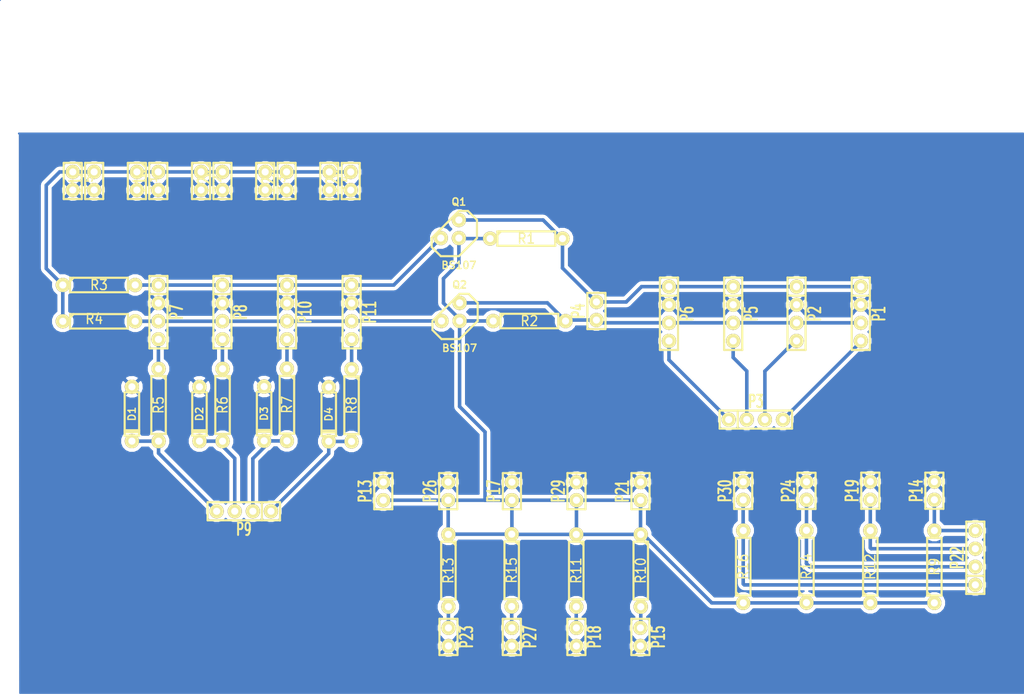
<source format=kicad_pcb>
(kicad_pcb (version 3) (host pcbnew "(2013-07-07 BZR 4022)-stable")

  (general
    (links 111)
    (no_connects 0)
    (area 58.47 15.73 202.180001 113.180001)
    (thickness 1.6)
    (drawings 0)
    (tracks 148)
    (zones 0)
    (modules 57)
    (nets 28)
  )

  (page A3)
  (layers
    (15 F.Cu signal)
    (0 B.Cu signal)
    (16 B.Adhes user)
    (17 F.Adhes user)
    (18 B.Paste user)
    (19 F.Paste user)
    (20 B.SilkS user)
    (21 F.SilkS user)
    (22 B.Mask user)
    (23 F.Mask user)
    (24 Dwgs.User user)
    (25 Cmts.User user)
    (26 Eco1.User user)
    (27 Eco2.User user)
    (28 Edge.Cuts user)
  )

  (setup
    (last_trace_width 0.5)
    (trace_clearance 0.254)
    (zone_clearance 0.508)
    (zone_45_only no)
    (trace_min 0.254)
    (segment_width 0.2)
    (edge_width 0.1)
    (via_size 0.889)
    (via_drill 0.635)
    (via_min_size 0.889)
    (via_min_drill 0.508)
    (uvia_size 0.508)
    (uvia_drill 0.127)
    (uvias_allowed no)
    (uvia_min_size 0.508)
    (uvia_min_drill 0.127)
    (pcb_text_width 0.3)
    (pcb_text_size 1.5 1.5)
    (mod_edge_width 0.15)
    (mod_text_size 1 1)
    (mod_text_width 0.15)
    (pad_size 2 2)
    (pad_drill 1)
    (pad_to_mask_clearance 0)
    (aux_axis_origin 0 0)
    (visible_elements FFFFFFBF)
    (pcbplotparams
      (layerselection 1)
      (usegerberextensions false)
      (excludeedgelayer true)
      (linewidth 0.150000)
      (plotframeref false)
      (viasonmask false)
      (mode 1)
      (useauxorigin false)
      (hpglpennumber 1)
      (hpglpenspeed 20)
      (hpglpendiameter 15)
      (hpglpenoverlay 2)
      (psnegative false)
      (psa4output false)
      (plotreference true)
      (plotvalue true)
      (plotothertext true)
      (plotinvisibletext false)
      (padsonsilk false)
      (subtractmaskfromsilk false)
      (outputformat 5)
      (mirror false)
      (drillshape 2)
      (scaleselection 1)
      (outputdirectory C:/Users/Aivaras/Desktop/something/))
  )

  (net 0 "")
  (net 1 +3.3V)
  (net 2 +5V)
  (net 3 GND)
  (net 4 N-0000010)
  (net 5 N-0000011)
  (net 6 N-0000012)
  (net 7 N-0000013)
  (net 8 N-0000014)
  (net 9 N-0000015)
  (net 10 N-0000016)
  (net 11 N-0000017)
  (net 12 N-0000018)
  (net 13 N-000002)
  (net 14 N-0000020)
  (net 15 N-0000021)
  (net 16 N-0000022)
  (net 17 N-0000023)
  (net 18 N-0000024)
  (net 19 N-0000025)
  (net 20 N-0000026)
  (net 21 N-0000027)
  (net 22 N-000003)
  (net 23 N-000004)
  (net 24 N-000005)
  (net 25 N-000006)
  (net 26 N-000008)
  (net 27 N-000009)

  (net_class Default "This is the default net class."
    (clearance 0.254)
    (trace_width 0.5)
    (via_dia 0.889)
    (via_drill 0.635)
    (uvia_dia 0.508)
    (uvia_drill 0.127)
    (add_net "")
    (add_net +3.3V)
    (add_net +5V)
    (add_net GND)
    (add_net N-0000010)
    (add_net N-0000011)
    (add_net N-0000012)
    (add_net N-0000013)
    (add_net N-0000014)
    (add_net N-0000015)
    (add_net N-0000016)
    (add_net N-0000017)
    (add_net N-0000018)
    (add_net N-000002)
    (add_net N-0000020)
    (add_net N-0000021)
    (add_net N-0000022)
    (add_net N-0000023)
    (add_net N-0000024)
    (add_net N-0000025)
    (add_net N-0000026)
    (add_net N-0000027)
    (add_net N-000003)
    (add_net N-000004)
    (add_net N-000005)
    (add_net N-000006)
    (add_net N-000008)
    (add_net N-000009)
  )

  (module TO92 (layer F.Cu) (tedit 535BD363) (tstamp 535BC4BC)
    (at 121.69 59.53 180)
    (descr "Transistor TO92 brochage type BC237")
    (tags "TR TO92")
    (path /535BA8BD)
    (fp_text reference Q2 (at -1.27 3.81 180) (layer F.SilkS)
      (effects (font (size 1.016 1.016) (thickness 0.2032)))
    )
    (fp_text value BS107 (at -1.27 -5.08 180) (layer F.SilkS)
      (effects (font (size 1.016 1.016) (thickness 0.2032)))
    )
    (fp_line (start -1.27 2.54) (end 2.54 -1.27) (layer F.SilkS) (width 0.3048))
    (fp_line (start 2.54 -1.27) (end 2.54 -2.54) (layer F.SilkS) (width 0.3048))
    (fp_line (start 2.54 -2.54) (end 1.27 -3.81) (layer F.SilkS) (width 0.3048))
    (fp_line (start 1.27 -3.81) (end -1.27 -3.81) (layer F.SilkS) (width 0.3048))
    (fp_line (start -1.27 -3.81) (end -3.81 -1.27) (layer F.SilkS) (width 0.3048))
    (fp_line (start -3.81 -1.27) (end -3.81 1.27) (layer F.SilkS) (width 0.3048))
    (fp_line (start -3.81 1.27) (end -2.54 2.54) (layer F.SilkS) (width 0.3048))
    (fp_line (start -2.54 2.54) (end -1.27 2.54) (layer F.SilkS) (width 0.3048))
    (pad 1 thru_hole circle (at 1.27 -1.27 180) (size 2 2) (drill 1)
      (layers *.Cu *.Mask F.SilkS)
      (net 9 N-0000015)
    )
    (pad 2 thru_hole circle (at -1.27 -1.27 180) (size 2 2) (drill 1)
      (layers *.Cu *.Mask F.SilkS)
      (net 1 +3.3V)
    )
    (pad 3 thru_hole circle (at -1.27 1.27 180) (size 2 2) (drill 1)
      (layers *.Cu *.Mask F.SilkS)
      (net 12 N-0000018)
    )
    (model discret/to98.wrl
      (at (xyz 0 0 0))
      (scale (xyz 1 1 1))
      (rotate (xyz 0 0 0))
    )
  )

  (module TO92 (layer F.Cu) (tedit 535BD296) (tstamp 535BC4CB)
    (at 121.59 47.89 180)
    (descr "Transistor TO92 brochage type BC237")
    (tags "TR TO92")
    (path /535BA965)
    (fp_text reference Q1 (at -1.27 3.81 180) (layer F.SilkS)
      (effects (font (size 1.016 1.016) (thickness 0.2032)))
    )
    (fp_text value BS107 (at -1.27 -5.08 180) (layer F.SilkS)
      (effects (font (size 1.016 1.016) (thickness 0.2032)))
    )
    (fp_line (start -1.27 2.54) (end 2.54 -1.27) (layer F.SilkS) (width 0.3048))
    (fp_line (start 2.54 -1.27) (end 2.54 -2.54) (layer F.SilkS) (width 0.3048))
    (fp_line (start 2.54 -2.54) (end 1.27 -3.81) (layer F.SilkS) (width 0.3048))
    (fp_line (start 1.27 -3.81) (end -1.27 -3.81) (layer F.SilkS) (width 0.3048))
    (fp_line (start -1.27 -3.81) (end -3.81 -1.27) (layer F.SilkS) (width 0.3048))
    (fp_line (start -3.81 -1.27) (end -3.81 1.27) (layer F.SilkS) (width 0.3048))
    (fp_line (start -3.81 1.27) (end -2.54 2.54) (layer F.SilkS) (width 0.3048))
    (fp_line (start -2.54 2.54) (end -1.27 2.54) (layer F.SilkS) (width 0.3048))
    (pad 1 thru_hole circle (at 1.27 -1.27 180) (size 2 2) (drill 1)
      (layers *.Cu *.Mask F.SilkS)
      (net 10 N-0000016)
    )
    (pad 2 thru_hole circle (at -1.27 -1.27 180) (size 2 2) (drill 1)
      (layers *.Cu *.Mask F.SilkS)
      (net 1 +3.3V)
    )
    (pad 3 thru_hole circle (at -1.27 1.27 180) (size 2 2) (drill 1)
      (layers *.Cu *.Mask F.SilkS)
      (net 11 N-0000017)
    )
    (model discret/to98.wrl
      (at (xyz 0 0 0))
      (scale (xyz 1 1 1))
      (rotate (xyz 0 0 0))
    )
  )

  (module SIL-4 (layer F.Cu) (tedit 535BD3C8) (tstamp 535BC4DA)
    (at 152.34 59.79 270)
    (descr "Connecteur 4 pibs")
    (tags "CONN DEV")
    (path /535BC78C)
    (fp_text reference P6 (at 0 -2.54 270) (layer F.SilkS)
      (effects (font (size 1.73482 1.08712) (thickness 0.3048)))
    )
    (fp_text value CONN_4 (at 0 -2.54 270) (layer F.SilkS) hide
      (effects (font (size 1.524 1.016) (thickness 0.3048)))
    )
    (fp_line (start -5.08 -1.27) (end -5.08 -1.27) (layer F.SilkS) (width 0.3048))
    (fp_line (start -5.08 1.27) (end -5.08 -1.27) (layer F.SilkS) (width 0.3048))
    (fp_line (start -5.08 -1.27) (end -5.08 -1.27) (layer F.SilkS) (width 0.3048))
    (fp_line (start -5.08 -1.27) (end 5.08 -1.27) (layer F.SilkS) (width 0.3048))
    (fp_line (start 5.08 -1.27) (end 5.08 1.27) (layer F.SilkS) (width 0.3048))
    (fp_line (start 5.08 1.27) (end -5.08 1.27) (layer F.SilkS) (width 0.3048))
    (fp_line (start -2.54 1.27) (end -2.54 -1.27) (layer F.SilkS) (width 0.3048))
    (pad 1 thru_hole circle (at -3.81 0 270) (size 2 2) (drill 1)
      (layers *.Cu *.Mask F.SilkS)
      (net 11 N-0000017)
    )
    (pad 2 thru_hole circle (at -1.27 0 270) (size 2 2) (drill 1)
      (layers *.Cu *.Mask F.SilkS)
      (net 3 GND)
    )
    (pad 3 thru_hole circle (at 1.27 0 270) (size 2 2) (drill 1)
      (layers *.Cu *.Mask F.SilkS)
      (net 12 N-0000018)
    )
    (pad 4 thru_hole circle (at 3.81 0 270) (size 2 2) (drill 1)
      (layers *.Cu *.Mask F.SilkS)
      (net 13 N-000002)
    )
  )

  (module SIL-4 (layer F.Cu) (tedit 535BD26D) (tstamp 535BC4E9)
    (at 98.74 59.57 270)
    (descr "Connecteur 4 pibs")
    (tags "CONN DEV")
    (path /535BABD8)
    (fp_text reference P10 (at 0 -2.54 270) (layer F.SilkS)
      (effects (font (size 1.73482 1.08712) (thickness 0.3048)))
    )
    (fp_text value CONN_4 (at 0 -2.54 270) (layer F.SilkS) hide
      (effects (font (size 1.524 1.016) (thickness 0.3048)))
    )
    (fp_line (start -5.08 -1.27) (end -5.08 -1.27) (layer F.SilkS) (width 0.3048))
    (fp_line (start -5.08 1.27) (end -5.08 -1.27) (layer F.SilkS) (width 0.3048))
    (fp_line (start -5.08 -1.27) (end -5.08 -1.27) (layer F.SilkS) (width 0.3048))
    (fp_line (start -5.08 -1.27) (end 5.08 -1.27) (layer F.SilkS) (width 0.3048))
    (fp_line (start 5.08 -1.27) (end 5.08 1.27) (layer F.SilkS) (width 0.3048))
    (fp_line (start 5.08 1.27) (end -5.08 1.27) (layer F.SilkS) (width 0.3048))
    (fp_line (start -2.54 1.27) (end -2.54 -1.27) (layer F.SilkS) (width 0.3048))
    (pad 1 thru_hole circle (at -3.81 0 270) (size 2 2) (drill 1)
      (layers *.Cu *.Mask F.SilkS)
      (net 10 N-0000016)
    )
    (pad 2 thru_hole circle (at -1.27 0 270) (size 2 2) (drill 1)
      (layers *.Cu *.Mask F.SilkS)
      (net 3 GND)
    )
    (pad 3 thru_hole circle (at 1.27 0 270) (size 2 2) (drill 1)
      (layers *.Cu *.Mask F.SilkS)
      (net 9 N-0000015)
    )
    (pad 4 thru_hole circle (at 3.81 0 270) (size 2 2) (drill 1)
      (layers *.Cu *.Mask F.SilkS)
      (net 15 N-0000021)
    )
  )

  (module SIL-4 (layer F.Cu) (tedit 535BD250) (tstamp 535BC4F8)
    (at 89.68 59.57 270)
    (descr "Connecteur 4 pibs")
    (tags "CONN DEV")
    (path /535BABD2)
    (fp_text reference P8 (at 0 -2.54 270) (layer F.SilkS)
      (effects (font (size 1.73482 1.08712) (thickness 0.3048)))
    )
    (fp_text value CONN_4 (at 0 -2.54 270) (layer F.SilkS) hide
      (effects (font (size 1.524 1.016) (thickness 0.3048)))
    )
    (fp_line (start -5.08 -1.27) (end -5.08 -1.27) (layer F.SilkS) (width 0.3048))
    (fp_line (start -5.08 1.27) (end -5.08 -1.27) (layer F.SilkS) (width 0.3048))
    (fp_line (start -5.08 -1.27) (end -5.08 -1.27) (layer F.SilkS) (width 0.3048))
    (fp_line (start -5.08 -1.27) (end 5.08 -1.27) (layer F.SilkS) (width 0.3048))
    (fp_line (start 5.08 -1.27) (end 5.08 1.27) (layer F.SilkS) (width 0.3048))
    (fp_line (start 5.08 1.27) (end -5.08 1.27) (layer F.SilkS) (width 0.3048))
    (fp_line (start -2.54 1.27) (end -2.54 -1.27) (layer F.SilkS) (width 0.3048))
    (pad 1 thru_hole circle (at -3.81 0 270) (size 2 2) (drill 1)
      (layers *.Cu *.Mask F.SilkS)
      (net 10 N-0000016)
    )
    (pad 2 thru_hole circle (at -1.27 0 270) (size 2 2) (drill 1)
      (layers *.Cu *.Mask F.SilkS)
      (net 3 GND)
    )
    (pad 3 thru_hole circle (at 1.27 0 270) (size 2 2) (drill 1)
      (layers *.Cu *.Mask F.SilkS)
      (net 9 N-0000015)
    )
    (pad 4 thru_hole circle (at 3.81 0 270) (size 2 2) (drill 1)
      (layers *.Cu *.Mask F.SilkS)
      (net 16 N-0000022)
    )
  )

  (module SIL-4 (layer F.Cu) (tedit 535BD3D6) (tstamp 535BC507)
    (at 170.24 59.79 270)
    (descr "Connecteur 4 pibs")
    (tags "CONN DEV")
    (path /535BC792)
    (fp_text reference P2 (at 0 -2.54 270) (layer F.SilkS)
      (effects (font (size 1.73482 1.08712) (thickness 0.3048)))
    )
    (fp_text value CONN_4 (at 0 -2.54 270) (layer F.SilkS) hide
      (effects (font (size 1.524 1.016) (thickness 0.3048)))
    )
    (fp_line (start -5.08 -1.27) (end -5.08 -1.27) (layer F.SilkS) (width 0.3048))
    (fp_line (start -5.08 1.27) (end -5.08 -1.27) (layer F.SilkS) (width 0.3048))
    (fp_line (start -5.08 -1.27) (end -5.08 -1.27) (layer F.SilkS) (width 0.3048))
    (fp_line (start -5.08 -1.27) (end 5.08 -1.27) (layer F.SilkS) (width 0.3048))
    (fp_line (start 5.08 -1.27) (end 5.08 1.27) (layer F.SilkS) (width 0.3048))
    (fp_line (start 5.08 1.27) (end -5.08 1.27) (layer F.SilkS) (width 0.3048))
    (fp_line (start -2.54 1.27) (end -2.54 -1.27) (layer F.SilkS) (width 0.3048))
    (pad 1 thru_hole circle (at -3.81 0 270) (size 2 2) (drill 1)
      (layers *.Cu *.Mask F.SilkS)
      (net 11 N-0000017)
    )
    (pad 2 thru_hole circle (at -1.27 0 270) (size 2 2) (drill 1)
      (layers *.Cu *.Mask F.SilkS)
      (net 3 GND)
    )
    (pad 3 thru_hole circle (at 1.27 0 270) (size 2 2) (drill 1)
      (layers *.Cu *.Mask F.SilkS)
      (net 12 N-0000018)
    )
    (pad 4 thru_hole circle (at 3.81 0 270) (size 2 2) (drill 1)
      (layers *.Cu *.Mask F.SilkS)
      (net 23 N-000004)
    )
  )

  (module SIL-4 (layer F.Cu) (tedit 535BD3CE) (tstamp 535BC516)
    (at 161.35 59.79 270)
    (descr "Connecteur 4 pibs")
    (tags "CONN DEV")
    (path /535BC798)
    (fp_text reference P5 (at 0 -2.54 270) (layer F.SilkS)
      (effects (font (size 1.73482 1.08712) (thickness 0.3048)))
    )
    (fp_text value CONN_4 (at 0 -2.54 270) (layer F.SilkS) hide
      (effects (font (size 1.524 1.016) (thickness 0.3048)))
    )
    (fp_line (start -5.08 -1.27) (end -5.08 -1.27) (layer F.SilkS) (width 0.3048))
    (fp_line (start -5.08 1.27) (end -5.08 -1.27) (layer F.SilkS) (width 0.3048))
    (fp_line (start -5.08 -1.27) (end -5.08 -1.27) (layer F.SilkS) (width 0.3048))
    (fp_line (start -5.08 -1.27) (end 5.08 -1.27) (layer F.SilkS) (width 0.3048))
    (fp_line (start 5.08 -1.27) (end 5.08 1.27) (layer F.SilkS) (width 0.3048))
    (fp_line (start 5.08 1.27) (end -5.08 1.27) (layer F.SilkS) (width 0.3048))
    (fp_line (start -2.54 1.27) (end -2.54 -1.27) (layer F.SilkS) (width 0.3048))
    (pad 1 thru_hole circle (at -3.81 0 270) (size 2 2) (drill 1)
      (layers *.Cu *.Mask F.SilkS)
      (net 11 N-0000017)
    )
    (pad 2 thru_hole circle (at -1.27 0 270) (size 2 2) (drill 1)
      (layers *.Cu *.Mask F.SilkS)
      (net 3 GND)
    )
    (pad 3 thru_hole circle (at 1.27 0 270) (size 2 2) (drill 1)
      (layers *.Cu *.Mask F.SilkS)
      (net 12 N-0000018)
    )
    (pad 4 thru_hole circle (at 3.81 0 270) (size 2 2) (drill 1)
      (layers *.Cu *.Mask F.SilkS)
      (net 22 N-000003)
    )
  )

  (module SIL-4 (layer F.Cu) (tedit 535BD3DE) (tstamp 535BC525)
    (at 179.26 59.79 270)
    (descr "Connecteur 4 pibs")
    (tags "CONN DEV")
    (path /535BC7A8)
    (fp_text reference P1 (at 0 -2.54 270) (layer F.SilkS)
      (effects (font (size 1.73482 1.08712) (thickness 0.3048)))
    )
    (fp_text value CONN_4 (at 0 -2.54 270) (layer F.SilkS) hide
      (effects (font (size 1.524 1.016) (thickness 0.3048)))
    )
    (fp_line (start -5.08 -1.27) (end -5.08 -1.27) (layer F.SilkS) (width 0.3048))
    (fp_line (start -5.08 1.27) (end -5.08 -1.27) (layer F.SilkS) (width 0.3048))
    (fp_line (start -5.08 -1.27) (end -5.08 -1.27) (layer F.SilkS) (width 0.3048))
    (fp_line (start -5.08 -1.27) (end 5.08 -1.27) (layer F.SilkS) (width 0.3048))
    (fp_line (start 5.08 -1.27) (end 5.08 1.27) (layer F.SilkS) (width 0.3048))
    (fp_line (start 5.08 1.27) (end -5.08 1.27) (layer F.SilkS) (width 0.3048))
    (fp_line (start -2.54 1.27) (end -2.54 -1.27) (layer F.SilkS) (width 0.3048))
    (pad 1 thru_hole circle (at -3.81 0 270) (size 2 2) (drill 1)
      (layers *.Cu *.Mask F.SilkS)
      (net 11 N-0000017)
    )
    (pad 2 thru_hole circle (at -1.27 0 270) (size 2 2) (drill 1)
      (layers *.Cu *.Mask F.SilkS)
      (net 3 GND)
    )
    (pad 3 thru_hole circle (at 1.27 0 270) (size 2 2) (drill 1)
      (layers *.Cu *.Mask F.SilkS)
      (net 12 N-0000018)
    )
    (pad 4 thru_hole circle (at 3.81 0 270) (size 2 2) (drill 1)
      (layers *.Cu *.Mask F.SilkS)
      (net 25 N-000006)
    )
  )

  (module SIL-4 (layer F.Cu) (tedit 535BD3F9) (tstamp 535BC534)
    (at 164.53 74.65)
    (descr "Connecteur 4 pibs")
    (tags "CONN DEV")
    (path /535BC7AE)
    (fp_text reference P3 (at 0 -2.54) (layer F.SilkS)
      (effects (font (size 1.73482 1.08712) (thickness 0.3048)))
    )
    (fp_text value CONN_4 (at 0 -2.54) (layer F.SilkS) hide
      (effects (font (size 1.524 1.016) (thickness 0.3048)))
    )
    (fp_line (start -5.08 -1.27) (end -5.08 -1.27) (layer F.SilkS) (width 0.3048))
    (fp_line (start -5.08 1.27) (end -5.08 -1.27) (layer F.SilkS) (width 0.3048))
    (fp_line (start -5.08 -1.27) (end -5.08 -1.27) (layer F.SilkS) (width 0.3048))
    (fp_line (start -5.08 -1.27) (end 5.08 -1.27) (layer F.SilkS) (width 0.3048))
    (fp_line (start 5.08 -1.27) (end 5.08 1.27) (layer F.SilkS) (width 0.3048))
    (fp_line (start 5.08 1.27) (end -5.08 1.27) (layer F.SilkS) (width 0.3048))
    (fp_line (start -2.54 1.27) (end -2.54 -1.27) (layer F.SilkS) (width 0.3048))
    (pad 1 thru_hole circle (at -3.81 0) (size 2 2) (drill 1)
      (layers *.Cu *.Mask F.SilkS)
      (net 13 N-000002)
    )
    (pad 2 thru_hole circle (at -1.27 0) (size 2 2) (drill 1)
      (layers *.Cu *.Mask F.SilkS)
      (net 22 N-000003)
    )
    (pad 3 thru_hole circle (at 1.27 0) (size 2 2) (drill 1)
      (layers *.Cu *.Mask F.SilkS)
      (net 23 N-000004)
    )
    (pad 4 thru_hole circle (at 3.81 0) (size 2 2) (drill 1)
      (layers *.Cu *.Mask F.SilkS)
      (net 25 N-000006)
    )
  )

  (module SIL-4 (layer F.Cu) (tedit 535BD236) (tstamp 535BC543)
    (at 80.7 59.57 270)
    (descr "Connecteur 4 pibs")
    (tags "CONN DEV")
    (path /535BABA8)
    (fp_text reference P7 (at 0 -2.54 270) (layer F.SilkS)
      (effects (font (size 1.73482 1.08712) (thickness 0.3048)))
    )
    (fp_text value CONN_4 (at 0 -2.54 270) (layer F.SilkS) hide
      (effects (font (size 1.524 1.016) (thickness 0.3048)))
    )
    (fp_line (start -5.08 -1.27) (end -5.08 -1.27) (layer F.SilkS) (width 0.3048))
    (fp_line (start -5.08 1.27) (end -5.08 -1.27) (layer F.SilkS) (width 0.3048))
    (fp_line (start -5.08 -1.27) (end -5.08 -1.27) (layer F.SilkS) (width 0.3048))
    (fp_line (start -5.08 -1.27) (end 5.08 -1.27) (layer F.SilkS) (width 0.3048))
    (fp_line (start 5.08 -1.27) (end 5.08 1.27) (layer F.SilkS) (width 0.3048))
    (fp_line (start 5.08 1.27) (end -5.08 1.27) (layer F.SilkS) (width 0.3048))
    (fp_line (start -2.54 1.27) (end -2.54 -1.27) (layer F.SilkS) (width 0.3048))
    (pad 1 thru_hole circle (at -3.81 0 270) (size 2 2) (drill 1)
      (layers *.Cu *.Mask F.SilkS)
      (net 10 N-0000016)
    )
    (pad 2 thru_hole circle (at -1.27 0 270) (size 2 2) (drill 1)
      (layers *.Cu *.Mask F.SilkS)
      (net 3 GND)
    )
    (pad 3 thru_hole circle (at 1.27 0 270) (size 2 2) (drill 1)
      (layers *.Cu *.Mask F.SilkS)
      (net 9 N-0000015)
    )
    (pad 4 thru_hole circle (at 3.81 0 270) (size 2 2) (drill 1)
      (layers *.Cu *.Mask F.SilkS)
      (net 21 N-0000027)
    )
  )

  (module SIL-4 (layer F.Cu) (tedit 535BD285) (tstamp 535BC552)
    (at 107.81 59.57 270)
    (descr "Connecteur 4 pibs")
    (tags "CONN DEV")
    (path /535BABE8)
    (fp_text reference P11 (at 0 -2.54 270) (layer F.SilkS)
      (effects (font (size 1.73482 1.08712) (thickness 0.3048)))
    )
    (fp_text value CONN_4 (at 0 -2.54 270) (layer F.SilkS) hide
      (effects (font (size 1.524 1.016) (thickness 0.3048)))
    )
    (fp_line (start -5.08 -1.27) (end -5.08 -1.27) (layer F.SilkS) (width 0.3048))
    (fp_line (start -5.08 1.27) (end -5.08 -1.27) (layer F.SilkS) (width 0.3048))
    (fp_line (start -5.08 -1.27) (end -5.08 -1.27) (layer F.SilkS) (width 0.3048))
    (fp_line (start -5.08 -1.27) (end 5.08 -1.27) (layer F.SilkS) (width 0.3048))
    (fp_line (start 5.08 -1.27) (end 5.08 1.27) (layer F.SilkS) (width 0.3048))
    (fp_line (start 5.08 1.27) (end -5.08 1.27) (layer F.SilkS) (width 0.3048))
    (fp_line (start -2.54 1.27) (end -2.54 -1.27) (layer F.SilkS) (width 0.3048))
    (pad 1 thru_hole circle (at -3.81 0 270) (size 2 2) (drill 1)
      (layers *.Cu *.Mask F.SilkS)
      (net 10 N-0000016)
    )
    (pad 2 thru_hole circle (at -1.27 0 270) (size 2 2) (drill 1)
      (layers *.Cu *.Mask F.SilkS)
      (net 3 GND)
    )
    (pad 3 thru_hole circle (at 1.27 0 270) (size 2 2) (drill 1)
      (layers *.Cu *.Mask F.SilkS)
      (net 9 N-0000015)
    )
    (pad 4 thru_hole circle (at 3.81 0 270) (size 2 2) (drill 1)
      (layers *.Cu *.Mask F.SilkS)
      (net 14 N-0000020)
    )
  )

  (module SIL-4 (layer F.Cu) (tedit 535BD484) (tstamp 535BC561)
    (at 92.68 87.52 180)
    (descr "Connecteur 4 pibs")
    (tags "CONN DEV")
    (path /535BBE0D)
    (fp_text reference P9 (at 0 -2.54 180) (layer F.SilkS)
      (effects (font (size 1.73482 1.08712) (thickness 0.3048)))
    )
    (fp_text value CONN_4 (at 0 -2.54 180) (layer F.SilkS) hide
      (effects (font (size 1.524 1.016) (thickness 0.3048)))
    )
    (fp_line (start -5.08 -1.27) (end -5.08 -1.27) (layer F.SilkS) (width 0.3048))
    (fp_line (start -5.08 1.27) (end -5.08 -1.27) (layer F.SilkS) (width 0.3048))
    (fp_line (start -5.08 -1.27) (end -5.08 -1.27) (layer F.SilkS) (width 0.3048))
    (fp_line (start -5.08 -1.27) (end 5.08 -1.27) (layer F.SilkS) (width 0.3048))
    (fp_line (start 5.08 -1.27) (end 5.08 1.27) (layer F.SilkS) (width 0.3048))
    (fp_line (start 5.08 1.27) (end -5.08 1.27) (layer F.SilkS) (width 0.3048))
    (fp_line (start -2.54 1.27) (end -2.54 -1.27) (layer F.SilkS) (width 0.3048))
    (pad 1 thru_hole circle (at -3.81 0 180) (size 2 2) (drill 1)
      (layers *.Cu *.Mask F.SilkS)
      (net 17 N-0000023)
    )
    (pad 2 thru_hole circle (at -1.27 0 180) (size 2 2) (drill 1)
      (layers *.Cu *.Mask F.SilkS)
      (net 18 N-0000024)
    )
    (pad 3 thru_hole circle (at 1.27 0 180) (size 2 2) (drill 1)
      (layers *.Cu *.Mask F.SilkS)
      (net 19 N-0000025)
    )
    (pad 4 thru_hole circle (at 3.81 0 180) (size 2 2) (drill 1)
      (layers *.Cu *.Mask F.SilkS)
      (net 20 N-0000026)
    )
  )

  (module SIL-4 (layer F.Cu) (tedit 535BD597) (tstamp 535BC570)
    (at 195.33 94.05 90)
    (descr "Connecteur 4 pibs")
    (tags "CONN DEV")
    (path /535BE70A)
    (fp_text reference P22 (at 0 -2.54 90) (layer F.SilkS)
      (effects (font (size 1.73482 1.08712) (thickness 0.3048)))
    )
    (fp_text value CONN_4 (at 0 -2.54 90) (layer F.SilkS) hide
      (effects (font (size 1.524 1.016) (thickness 0.3048)))
    )
    (fp_line (start -5.08 -1.27) (end -5.08 -1.27) (layer F.SilkS) (width 0.3048))
    (fp_line (start -5.08 1.27) (end -5.08 -1.27) (layer F.SilkS) (width 0.3048))
    (fp_line (start -5.08 -1.27) (end -5.08 -1.27) (layer F.SilkS) (width 0.3048))
    (fp_line (start -5.08 -1.27) (end 5.08 -1.27) (layer F.SilkS) (width 0.3048))
    (fp_line (start 5.08 -1.27) (end 5.08 1.27) (layer F.SilkS) (width 0.3048))
    (fp_line (start 5.08 1.27) (end -5.08 1.27) (layer F.SilkS) (width 0.3048))
    (fp_line (start -2.54 1.27) (end -2.54 -1.27) (layer F.SilkS) (width 0.3048))
    (pad 1 thru_hole circle (at -3.81 0 90) (size 2 2) (drill 1)
      (layers *.Cu *.Mask F.SilkS)
      (net 26 N-000008)
    )
    (pad 2 thru_hole circle (at -1.27 0 90) (size 2 2) (drill 1)
      (layers *.Cu *.Mask F.SilkS)
      (net 4 N-0000010)
    )
    (pad 3 thru_hole circle (at 1.27 0 90) (size 2 2) (drill 1)
      (layers *.Cu *.Mask F.SilkS)
      (net 27 N-000009)
    )
    (pad 4 thru_hole circle (at 3.81 0 90) (size 2 2) (drill 1)
      (layers *.Cu *.Mask F.SilkS)
      (net 5 N-0000011)
    )
  )

  (module SIL-2 (layer F.Cu) (tedit 535BD4AB) (tstamp 535BC57A)
    (at 112.25 84.7 90)
    (descr "Connecteurs 2 pins")
    (tags "CONN DEV")
    (path /535BC183)
    (fp_text reference P13 (at 0 -2.54 90) (layer F.SilkS)
      (effects (font (size 1.72974 1.08712) (thickness 0.3048)))
    )
    (fp_text value CONN_2 (at 0 -2.54 90) (layer F.SilkS) hide
      (effects (font (size 1.524 1.016) (thickness 0.3048)))
    )
    (fp_line (start -2.54 1.27) (end -2.54 -1.27) (layer F.SilkS) (width 0.3048))
    (fp_line (start -2.54 -1.27) (end 2.54 -1.27) (layer F.SilkS) (width 0.3048))
    (fp_line (start 2.54 -1.27) (end 2.54 1.27) (layer F.SilkS) (width 0.3048))
    (fp_line (start 2.54 1.27) (end -2.54 1.27) (layer F.SilkS) (width 0.3048))
    (pad 1 thru_hole circle (at -1.27 0 90) (size 2 2) (drill 1)
      (layers *.Cu *.Mask F.SilkS)
      (net 1 +3.3V)
    )
    (pad 2 thru_hole circle (at 1.27 0 90) (size 2 2) (drill 1)
      (layers *.Cu *.Mask F.SilkS)
      (net 3 GND)
    )
  )

  (module SIL-2 (layer F.Cu) (tedit 535BD4C0) (tstamp 535BC584)
    (at 139.36 84.7 90)
    (descr "Connecteurs 2 pins")
    (tags "CONN DEV")
    (path /535BC19B)
    (fp_text reference P29 (at 0 -2.54 90) (layer F.SilkS)
      (effects (font (size 1.72974 1.08712) (thickness 0.3048)))
    )
    (fp_text value CONN_2 (at 0 -2.54 90) (layer F.SilkS) hide
      (effects (font (size 1.524 1.016) (thickness 0.3048)))
    )
    (fp_line (start -2.54 1.27) (end -2.54 -1.27) (layer F.SilkS) (width 0.3048))
    (fp_line (start -2.54 -1.27) (end 2.54 -1.27) (layer F.SilkS) (width 0.3048))
    (fp_line (start 2.54 -1.27) (end 2.54 1.27) (layer F.SilkS) (width 0.3048))
    (fp_line (start 2.54 1.27) (end -2.54 1.27) (layer F.SilkS) (width 0.3048))
    (pad 1 thru_hole circle (at -1.27 0 90) (size 2 2) (drill 1)
      (layers *.Cu *.Mask F.SilkS)
      (net 1 +3.3V)
    )
    (pad 2 thru_hole circle (at 1.27 0 90) (size 2 2) (drill 1)
      (layers *.Cu *.Mask F.SilkS)
      (net 3 GND)
    )
  )

  (module SIL-2 (layer F.Cu) (tedit 535BD4B2) (tstamp 535BC58E)
    (at 121.36 84.7 90)
    (descr "Connecteurs 2 pins")
    (tags "CONN DEV")
    (path /535BC195)
    (fp_text reference P26 (at 0 -2.54 90) (layer F.SilkS)
      (effects (font (size 1.72974 1.08712) (thickness 0.3048)))
    )
    (fp_text value CONN_2 (at 0 -2.54 90) (layer F.SilkS) hide
      (effects (font (size 1.524 1.016) (thickness 0.3048)))
    )
    (fp_line (start -2.54 1.27) (end -2.54 -1.27) (layer F.SilkS) (width 0.3048))
    (fp_line (start -2.54 -1.27) (end 2.54 -1.27) (layer F.SilkS) (width 0.3048))
    (fp_line (start 2.54 -1.27) (end 2.54 1.27) (layer F.SilkS) (width 0.3048))
    (fp_line (start 2.54 1.27) (end -2.54 1.27) (layer F.SilkS) (width 0.3048))
    (pad 1 thru_hole circle (at -1.27 0 90) (size 2 2) (drill 1)
      (layers *.Cu *.Mask F.SilkS)
      (net 1 +3.3V)
    )
    (pad 2 thru_hole circle (at 1.27 0 90) (size 2 2) (drill 1)
      (layers *.Cu *.Mask F.SilkS)
      (net 3 GND)
    )
  )

  (module SIL-2 (layer F.Cu) (tedit 535BD4C7) (tstamp 535BC598)
    (at 148.35 84.7 90)
    (descr "Connecteurs 2 pins")
    (tags "CONN DEV")
    (path /535BC18F)
    (fp_text reference P21 (at 0 -2.54 90) (layer F.SilkS)
      (effects (font (size 1.72974 1.08712) (thickness 0.3048)))
    )
    (fp_text value CONN_2 (at 0 -2.54 90) (layer F.SilkS) hide
      (effects (font (size 1.524 1.016) (thickness 0.3048)))
    )
    (fp_line (start -2.54 1.27) (end -2.54 -1.27) (layer F.SilkS) (width 0.3048))
    (fp_line (start -2.54 -1.27) (end 2.54 -1.27) (layer F.SilkS) (width 0.3048))
    (fp_line (start 2.54 -1.27) (end 2.54 1.27) (layer F.SilkS) (width 0.3048))
    (fp_line (start 2.54 1.27) (end -2.54 1.27) (layer F.SilkS) (width 0.3048))
    (pad 1 thru_hole circle (at -1.27 0 90) (size 2 2) (drill 1)
      (layers *.Cu *.Mask F.SilkS)
      (net 1 +3.3V)
    )
    (pad 2 thru_hole circle (at 1.27 0 90) (size 2 2) (drill 1)
      (layers *.Cu *.Mask F.SilkS)
      (net 3 GND)
    )
  )

  (module SIL-2 (layer F.Cu) (tedit 535BD4B9) (tstamp 535BC5A2)
    (at 130.3 84.7 90)
    (descr "Connecteurs 2 pins")
    (tags "CONN DEV")
    (path /535BC189)
    (fp_text reference P17 (at 0 -2.54 90) (layer F.SilkS)
      (effects (font (size 1.72974 1.08712) (thickness 0.3048)))
    )
    (fp_text value CONN_2 (at 0 -2.54 90) (layer F.SilkS) hide
      (effects (font (size 1.524 1.016) (thickness 0.3048)))
    )
    (fp_line (start -2.54 1.27) (end -2.54 -1.27) (layer F.SilkS) (width 0.3048))
    (fp_line (start -2.54 -1.27) (end 2.54 -1.27) (layer F.SilkS) (width 0.3048))
    (fp_line (start 2.54 -1.27) (end 2.54 1.27) (layer F.SilkS) (width 0.3048))
    (fp_line (start 2.54 1.27) (end -2.54 1.27) (layer F.SilkS) (width 0.3048))
    (pad 1 thru_hole circle (at -1.27 0 90) (size 2 2) (drill 1)
      (layers *.Cu *.Mask F.SilkS)
      (net 1 +3.3V)
    )
    (pad 2 thru_hole circle (at 1.27 0 90) (size 2 2) (drill 1)
      (layers *.Cu *.Mask F.SilkS)
      (net 3 GND)
    )
  )

  (module SIL-2 (layer F.Cu) (tedit 535BD2D4) (tstamp 535BC5AC)
    (at 142.16 59.4 90)
    (descr "Connecteurs 2 pins")
    (tags "CONN DEV")
    (path /535BEA0F)
    (fp_text reference P4 (at 0 -2.54 90) (layer F.SilkS)
      (effects (font (size 1.72974 1.08712) (thickness 0.3048)))
    )
    (fp_text value CONN_2 (at 0 -2.54 90) (layer F.SilkS) hide
      (effects (font (size 1.524 1.016) (thickness 0.3048)))
    )
    (fp_line (start -2.54 1.27) (end -2.54 -1.27) (layer F.SilkS) (width 0.3048))
    (fp_line (start -2.54 -1.27) (end 2.54 -1.27) (layer F.SilkS) (width 0.3048))
    (fp_line (start 2.54 -1.27) (end 2.54 1.27) (layer F.SilkS) (width 0.3048))
    (fp_line (start 2.54 1.27) (end -2.54 1.27) (layer F.SilkS) (width 0.3048))
    (pad 1 thru_hole circle (at -1.27 0 90) (size 2 2) (drill 1)
      (layers *.Cu *.Mask F.SilkS)
      (net 12 N-0000018)
    )
    (pad 2 thru_hole circle (at 1.27 0 90) (size 2 2) (drill 1)
      (layers *.Cu *.Mask F.SilkS)
      (net 11 N-0000017)
    )
  )

  (module SIL-2 (layer F.Cu) (tedit 535BD528) (tstamp 535BC5B6)
    (at 130.29 105.17 270)
    (descr "Connecteurs 2 pins")
    (tags "CONN DEV")
    (path /535BD3A0)
    (fp_text reference P27 (at 0 -2.54 270) (layer F.SilkS)
      (effects (font (size 1.72974 1.08712) (thickness 0.3048)))
    )
    (fp_text value CONN_2 (at 0 -2.54 270) (layer F.SilkS) hide
      (effects (font (size 1.524 1.016) (thickness 0.3048)))
    )
    (fp_line (start -2.54 1.27) (end -2.54 -1.27) (layer F.SilkS) (width 0.3048))
    (fp_line (start -2.54 -1.27) (end 2.54 -1.27) (layer F.SilkS) (width 0.3048))
    (fp_line (start 2.54 -1.27) (end 2.54 1.27) (layer F.SilkS) (width 0.3048))
    (fp_line (start 2.54 1.27) (end -2.54 1.27) (layer F.SilkS) (width 0.3048))
    (pad 1 thru_hole circle (at -1.27 0 270) (size 2 2) (drill 1)
      (layers *.Cu *.Mask F.SilkS)
      (net 6 N-0000012)
    )
    (pad 2 thru_hole circle (at 1.27 0 270) (size 2 2) (drill 1)
      (layers *.Cu *.Mask F.SilkS)
      (net 3 GND)
    )
  )

  (module SIL-2 (layer F.Cu) (tedit 535BD521) (tstamp 535BC5C0)
    (at 121.4 105.17 270)
    (descr "Connecteurs 2 pins")
    (tags "CONN DEV")
    (path /535BD3A6)
    (fp_text reference P23 (at 0 -2.54 270) (layer F.SilkS)
      (effects (font (size 1.72974 1.08712) (thickness 0.3048)))
    )
    (fp_text value CONN_2 (at 0 -2.54 270) (layer F.SilkS) hide
      (effects (font (size 1.524 1.016) (thickness 0.3048)))
    )
    (fp_line (start -2.54 1.27) (end -2.54 -1.27) (layer F.SilkS) (width 0.3048))
    (fp_line (start -2.54 -1.27) (end 2.54 -1.27) (layer F.SilkS) (width 0.3048))
    (fp_line (start 2.54 -1.27) (end 2.54 1.27) (layer F.SilkS) (width 0.3048))
    (fp_line (start 2.54 1.27) (end -2.54 1.27) (layer F.SilkS) (width 0.3048))
    (pad 1 thru_hole circle (at -1.27 0 270) (size 2 2) (drill 1)
      (layers *.Cu *.Mask F.SilkS)
      (net 7 N-0000013)
    )
    (pad 2 thru_hole circle (at 1.27 0 270) (size 2 2) (drill 1)
      (layers *.Cu *.Mask F.SilkS)
      (net 3 GND)
    )
  )

  (module SIL-2 (layer F.Cu) (tedit 535BD52C) (tstamp 535BC5CA)
    (at 139.35 105.17 270)
    (descr "Connecteurs 2 pins")
    (tags "CONN DEV")
    (path /535BD3AC)
    (fp_text reference P18 (at 0 -2.54 270) (layer F.SilkS)
      (effects (font (size 1.72974 1.08712) (thickness 0.3048)))
    )
    (fp_text value CONN_2 (at 0 -2.54 270) (layer F.SilkS) hide
      (effects (font (size 1.524 1.016) (thickness 0.3048)))
    )
    (fp_line (start -2.54 1.27) (end -2.54 -1.27) (layer F.SilkS) (width 0.3048))
    (fp_line (start -2.54 -1.27) (end 2.54 -1.27) (layer F.SilkS) (width 0.3048))
    (fp_line (start 2.54 -1.27) (end 2.54 1.27) (layer F.SilkS) (width 0.3048))
    (fp_line (start 2.54 1.27) (end -2.54 1.27) (layer F.SilkS) (width 0.3048))
    (pad 1 thru_hole circle (at -1.27 0 270) (size 2 2) (drill 1)
      (layers *.Cu *.Mask F.SilkS)
      (net 8 N-0000014)
    )
    (pad 2 thru_hole circle (at 1.27 0 270) (size 2 2) (drill 1)
      (layers *.Cu *.Mask F.SilkS)
      (net 3 GND)
    )
  )

  (module SIL-2 (layer F.Cu) (tedit 535BD530) (tstamp 535BC5D4)
    (at 148.33 105.17 270)
    (descr "Connecteurs 2 pins")
    (tags "CONN DEV")
    (path /535BD3B2)
    (fp_text reference P15 (at 0 -2.54 270) (layer F.SilkS)
      (effects (font (size 1.72974 1.08712) (thickness 0.3048)))
    )
    (fp_text value CONN_2 (at 0 -2.54 270) (layer F.SilkS) hide
      (effects (font (size 1.524 1.016) (thickness 0.3048)))
    )
    (fp_line (start -2.54 1.27) (end -2.54 -1.27) (layer F.SilkS) (width 0.3048))
    (fp_line (start -2.54 -1.27) (end 2.54 -1.27) (layer F.SilkS) (width 0.3048))
    (fp_line (start 2.54 -1.27) (end 2.54 1.27) (layer F.SilkS) (width 0.3048))
    (fp_line (start 2.54 1.27) (end -2.54 1.27) (layer F.SilkS) (width 0.3048))
    (pad 1 thru_hole circle (at -1.27 0 270) (size 2 2) (drill 1)
      (layers *.Cu *.Mask F.SilkS)
      (net 24 N-000005)
    )
    (pad 2 thru_hole circle (at 1.27 0 270) (size 2 2) (drill 1)
      (layers *.Cu *.Mask F.SilkS)
      (net 3 GND)
    )
  )

  (module SIL-2 (layer F.Cu) (tedit 535BD557) (tstamp 535BC5DE)
    (at 171.64 84.66 90)
    (descr "Connecteurs 2 pins")
    (tags "CONN DEV")
    (path /535BDCD5)
    (fp_text reference P24 (at 0 -2.54 90) (layer F.SilkS)
      (effects (font (size 1.72974 1.08712) (thickness 0.3048)))
    )
    (fp_text value CONN_2 (at 0 -2.54 90) (layer F.SilkS) hide
      (effects (font (size 1.524 1.016) (thickness 0.3048)))
    )
    (fp_line (start -2.54 1.27) (end -2.54 -1.27) (layer F.SilkS) (width 0.3048))
    (fp_line (start -2.54 -1.27) (end 2.54 -1.27) (layer F.SilkS) (width 0.3048))
    (fp_line (start 2.54 -1.27) (end 2.54 1.27) (layer F.SilkS) (width 0.3048))
    (fp_line (start 2.54 1.27) (end -2.54 1.27) (layer F.SilkS) (width 0.3048))
    (pad 1 thru_hole circle (at -1.27 0 90) (size 2 2) (drill 1)
      (layers *.Cu *.Mask F.SilkS)
      (net 4 N-0000010)
    )
    (pad 2 thru_hole circle (at 1.27 0 90) (size 2 2) (drill 1)
      (layers *.Cu *.Mask F.SilkS)
      (net 3 GND)
    )
  )

  (module SIL-2 (layer F.Cu) (tedit 535BD55E) (tstamp 535BC5E8)
    (at 180.59 84.64 90)
    (descr "Connecteurs 2 pins")
    (tags "CONN DEV")
    (path /535BDCDB)
    (fp_text reference P19 (at 0 -2.54 90) (layer F.SilkS)
      (effects (font (size 1.72974 1.08712) (thickness 0.3048)))
    )
    (fp_text value CONN_2 (at 0 -2.54 90) (layer F.SilkS) hide
      (effects (font (size 1.524 1.016) (thickness 0.3048)))
    )
    (fp_line (start -2.54 1.27) (end -2.54 -1.27) (layer F.SilkS) (width 0.3048))
    (fp_line (start -2.54 -1.27) (end 2.54 -1.27) (layer F.SilkS) (width 0.3048))
    (fp_line (start 2.54 -1.27) (end 2.54 1.27) (layer F.SilkS) (width 0.3048))
    (fp_line (start 2.54 1.27) (end -2.54 1.27) (layer F.SilkS) (width 0.3048))
    (pad 1 thru_hole circle (at -1.27 0 90) (size 2 2) (drill 1)
      (layers *.Cu *.Mask F.SilkS)
      (net 27 N-000009)
    )
    (pad 2 thru_hole circle (at 1.27 0 90) (size 2 2) (drill 1)
      (layers *.Cu *.Mask F.SilkS)
      (net 3 GND)
    )
  )

  (module SIL-2 (layer F.Cu) (tedit 535BD568) (tstamp 535BC5F2)
    (at 189.58 84.64 90)
    (descr "Connecteurs 2 pins")
    (tags "CONN DEV")
    (path /535BDCE1)
    (fp_text reference P14 (at 0 -2.54 90) (layer F.SilkS)
      (effects (font (size 1.72974 1.08712) (thickness 0.3048)))
    )
    (fp_text value CONN_2 (at 0 -2.54 90) (layer F.SilkS) hide
      (effects (font (size 1.524 1.016) (thickness 0.3048)))
    )
    (fp_line (start -2.54 1.27) (end -2.54 -1.27) (layer F.SilkS) (width 0.3048))
    (fp_line (start -2.54 -1.27) (end 2.54 -1.27) (layer F.SilkS) (width 0.3048))
    (fp_line (start 2.54 -1.27) (end 2.54 1.27) (layer F.SilkS) (width 0.3048))
    (fp_line (start 2.54 1.27) (end -2.54 1.27) (layer F.SilkS) (width 0.3048))
    (pad 1 thru_hole circle (at -1.27 0 90) (size 2 2) (drill 1)
      (layers *.Cu *.Mask F.SilkS)
      (net 5 N-0000011)
    )
    (pad 2 thru_hole circle (at 1.27 0 90) (size 2 2) (drill 1)
      (layers *.Cu *.Mask F.SilkS)
      (net 3 GND)
    )
  )

  (module SIL-2 (layer F.Cu) (tedit 535BD54F) (tstamp 535BC5FC)
    (at 162.75 84.66 90)
    (descr "Connecteurs 2 pins")
    (tags "CONN DEV")
    (path /535BDCE7)
    (fp_text reference P30 (at 0 -2.54 90) (layer F.SilkS)
      (effects (font (size 1.72974 1.08712) (thickness 0.3048)))
    )
    (fp_text value CONN_2 (at 0 -2.54 90) (layer F.SilkS) hide
      (effects (font (size 1.524 1.016) (thickness 0.3048)))
    )
    (fp_line (start -2.54 1.27) (end -2.54 -1.27) (layer F.SilkS) (width 0.3048))
    (fp_line (start -2.54 -1.27) (end 2.54 -1.27) (layer F.SilkS) (width 0.3048))
    (fp_line (start 2.54 -1.27) (end 2.54 1.27) (layer F.SilkS) (width 0.3048))
    (fp_line (start 2.54 1.27) (end -2.54 1.27) (layer F.SilkS) (width 0.3048))
    (pad 1 thru_hole circle (at -1.27 0 90) (size 2 2) (drill 1)
      (layers *.Cu *.Mask F.SilkS)
      (net 26 N-000008)
    )
    (pad 2 thru_hole circle (at 1.27 0 90) (size 2 2) (drill 1)
      (layers *.Cu *.Mask F.SilkS)
      (net 3 GND)
    )
  )

  (module SIL-2 (layer F.Cu) (tedit 535BD177) (tstamp 535BC606)
    (at 71.68 41.14 90)
    (descr "Connecteurs 2 pins")
    (tags "CONN DEV")
    (path /535BA989)
    (fp_text reference P12 (at 0 -2.54 90) (layer F.SilkS)
      (effects (font (size 1.72974 1.08712) (thickness 0.3048)))
    )
    (fp_text value CONN_2 (at 0 -2.54 90) (layer F.SilkS) hide
      (effects (font (size 1.524 1.016) (thickness 0.3048)))
    )
    (fp_line (start -2.54 1.27) (end -2.54 -1.27) (layer F.SilkS) (width 0.3048))
    (fp_line (start -2.54 -1.27) (end 2.54 -1.27) (layer F.SilkS) (width 0.3048))
    (fp_line (start 2.54 -1.27) (end 2.54 1.27) (layer F.SilkS) (width 0.3048))
    (fp_line (start 2.54 1.27) (end -2.54 1.27) (layer F.SilkS) (width 0.3048))
    (pad 1 thru_hole circle (at -1.27 0 90) (size 2 2) (drill 1)
      (layers *.Cu *.Mask F.SilkS)
      (net 3 GND)
    )
    (pad 2 thru_hole circle (at 1.27 0 90) (size 2 2) (drill 1)
      (layers *.Cu *.Mask F.SilkS)
      (net 2 +5V)
    )
  )

  (module SIL-2 (layer F.Cu) (tedit 535BD196) (tstamp 535BC610)
    (at 80.68 41.14 90)
    (descr "Connecteurs 2 pins")
    (tags "CONN DEV")
    (path /535BA993)
    (fp_text reference P16 (at 0 -2.54 90) (layer F.SilkS)
      (effects (font (size 1.72974 1.08712) (thickness 0.3048)))
    )
    (fp_text value CONN_2 (at 0 -2.54 90) (layer F.SilkS) hide
      (effects (font (size 1.524 1.016) (thickness 0.3048)))
    )
    (fp_line (start -2.54 1.27) (end -2.54 -1.27) (layer F.SilkS) (width 0.3048))
    (fp_line (start -2.54 -1.27) (end 2.54 -1.27) (layer F.SilkS) (width 0.3048))
    (fp_line (start 2.54 -1.27) (end 2.54 1.27) (layer F.SilkS) (width 0.3048))
    (fp_line (start 2.54 1.27) (end -2.54 1.27) (layer F.SilkS) (width 0.3048))
    (pad 1 thru_hole circle (at -1.27 0 90) (size 2 2) (drill 1)
      (layers *.Cu *.Mask F.SilkS)
      (net 3 GND)
    )
    (pad 2 thru_hole circle (at 1.27 0 90) (size 2 2) (drill 1)
      (layers *.Cu *.Mask F.SilkS)
      (net 2 +5V)
    )
  )

  (module SIL-2 (layer F.Cu) (tedit 535BD1F0) (tstamp 535BC61A)
    (at 107.68 41.15 90)
    (descr "Connecteurs 2 pins")
    (tags "CONN DEV")
    (path /535BA9AF)
    (fp_text reference P28 (at 0 -2.54 90) (layer F.SilkS)
      (effects (font (size 1.72974 1.08712) (thickness 0.3048)))
    )
    (fp_text value CONN_2 (at 0 -2.54 90) (layer F.SilkS) hide
      (effects (font (size 1.524 1.016) (thickness 0.3048)))
    )
    (fp_line (start -2.54 1.27) (end -2.54 -1.27) (layer F.SilkS) (width 0.3048))
    (fp_line (start -2.54 -1.27) (end 2.54 -1.27) (layer F.SilkS) (width 0.3048))
    (fp_line (start 2.54 -1.27) (end 2.54 1.27) (layer F.SilkS) (width 0.3048))
    (fp_line (start 2.54 1.27) (end -2.54 1.27) (layer F.SilkS) (width 0.3048))
    (pad 1 thru_hole circle (at -1.27 0 90) (size 2 2) (drill 1)
      (layers *.Cu *.Mask F.SilkS)
      (net 3 GND)
    )
    (pad 2 thru_hole circle (at 1.27 0 90) (size 2 2) (drill 1)
      (layers *.Cu *.Mask F.SilkS)
      (net 2 +5V)
    )
  )

  (module SIL-2 (layer F.Cu) (tedit 535BD1D0) (tstamp 535BC624)
    (at 98.68 41.14 90)
    (descr "Connecteurs 2 pins")
    (tags "CONN DEV")
    (path /535BA9A9)
    (fp_text reference P25 (at 0 -2.54 90) (layer F.SilkS)
      (effects (font (size 1.72974 1.08712) (thickness 0.3048)))
    )
    (fp_text value CONN_2 (at 0 -2.54 90) (layer F.SilkS) hide
      (effects (font (size 1.524 1.016) (thickness 0.3048)))
    )
    (fp_line (start -2.54 1.27) (end -2.54 -1.27) (layer F.SilkS) (width 0.3048))
    (fp_line (start -2.54 -1.27) (end 2.54 -1.27) (layer F.SilkS) (width 0.3048))
    (fp_line (start 2.54 -1.27) (end 2.54 1.27) (layer F.SilkS) (width 0.3048))
    (fp_line (start 2.54 1.27) (end -2.54 1.27) (layer F.SilkS) (width 0.3048))
    (pad 1 thru_hole circle (at -1.27 0 90) (size 2 2) (drill 1)
      (layers *.Cu *.Mask F.SilkS)
      (net 3 GND)
    )
    (pad 2 thru_hole circle (at 1.27 0 90) (size 2 2) (drill 1)
      (layers *.Cu *.Mask F.SilkS)
      (net 2 +5V)
    )
  )

  (module SIL-2 (layer F.Cu) (tedit 535BD1B1) (tstamp 535BC62E)
    (at 89.68 41.14 90)
    (descr "Connecteurs 2 pins")
    (tags "CONN DEV")
    (path /535BA999)
    (fp_text reference P20 (at 0 -2.54 90) (layer F.SilkS)
      (effects (font (size 1.72974 1.08712) (thickness 0.3048)))
    )
    (fp_text value CONN_2 (at 0 -2.54 90) (layer F.SilkS) hide
      (effects (font (size 1.524 1.016) (thickness 0.3048)))
    )
    (fp_line (start -2.54 1.27) (end -2.54 -1.27) (layer F.SilkS) (width 0.3048))
    (fp_line (start -2.54 -1.27) (end 2.54 -1.27) (layer F.SilkS) (width 0.3048))
    (fp_line (start 2.54 -1.27) (end 2.54 1.27) (layer F.SilkS) (width 0.3048))
    (fp_line (start 2.54 1.27) (end -2.54 1.27) (layer F.SilkS) (width 0.3048))
    (pad 1 thru_hole circle (at -1.27 0 90) (size 2 2) (drill 1)
      (layers *.Cu *.Mask F.SilkS)
      (net 3 GND)
    )
    (pad 2 thru_hole circle (at 1.27 0 90) (size 2 2) (drill 1)
      (layers *.Cu *.Mask F.SilkS)
      (net 2 +5V)
    )
  )

  (module R4 (layer F.Cu) (tedit 535BD2C4) (tstamp 535BC63C)
    (at 132.75 60.81)
    (descr "Resitance 4 pas")
    (tags R)
    (path /535BA8DF)
    (autoplace_cost180 10)
    (fp_text reference R2 (at 0 0) (layer F.SilkS)
      (effects (font (size 1.397 1.27) (thickness 0.2032)))
    )
    (fp_text value 1K (at 0 0) (layer F.SilkS) hide
      (effects (font (size 1.397 1.27) (thickness 0.2032)))
    )
    (fp_line (start -5.08 0) (end -4.064 0) (layer F.SilkS) (width 0.3048))
    (fp_line (start -4.064 0) (end -4.064 -1.016) (layer F.SilkS) (width 0.3048))
    (fp_line (start -4.064 -1.016) (end 4.064 -1.016) (layer F.SilkS) (width 0.3048))
    (fp_line (start 4.064 -1.016) (end 4.064 1.016) (layer F.SilkS) (width 0.3048))
    (fp_line (start 4.064 1.016) (end -4.064 1.016) (layer F.SilkS) (width 0.3048))
    (fp_line (start -4.064 1.016) (end -4.064 0) (layer F.SilkS) (width 0.3048))
    (fp_line (start -4.064 -0.508) (end -3.556 -1.016) (layer F.SilkS) (width 0.3048))
    (fp_line (start 5.08 0) (end 4.064 0) (layer F.SilkS) (width 0.3048))
    (pad 1 thru_hole circle (at -5.08 0) (size 2 2) (drill 1)
      (layers *.Cu *.Mask F.SilkS)
      (net 1 +3.3V)
    )
    (pad 2 thru_hole circle (at 5.08 0) (size 2 2) (drill 1)
      (layers *.Cu *.Mask F.SilkS)
      (net 12 N-0000018)
    )
    (model discret/resistor.wrl
      (at (xyz 0 0 0))
      (scale (xyz 0.4 0.4 0.4))
      (rotate (xyz 0 0 0))
    )
  )

  (module R4 (layer F.Cu) (tedit 535BD211) (tstamp 535BC64A)
    (at 72.36 60.85)
    (descr "Resitance 4 pas")
    (tags R)
    (path /535BA91E)
    (autoplace_cost180 10)
    (fp_text reference R4 (at -0.67 -0.33) (layer F.SilkS)
      (effects (font (size 1.397 1.27) (thickness 0.2032)))
    )
    (fp_text value 1K (at 0 0) (layer F.SilkS) hide
      (effects (font (size 1.397 1.27) (thickness 0.2032)))
    )
    (fp_line (start -5.08 0) (end -4.064 0) (layer F.SilkS) (width 0.3048))
    (fp_line (start -4.064 0) (end -4.064 -1.016) (layer F.SilkS) (width 0.3048))
    (fp_line (start -4.064 -1.016) (end 4.064 -1.016) (layer F.SilkS) (width 0.3048))
    (fp_line (start 4.064 -1.016) (end 4.064 1.016) (layer F.SilkS) (width 0.3048))
    (fp_line (start 4.064 1.016) (end -4.064 1.016) (layer F.SilkS) (width 0.3048))
    (fp_line (start -4.064 1.016) (end -4.064 0) (layer F.SilkS) (width 0.3048))
    (fp_line (start -4.064 -0.508) (end -3.556 -1.016) (layer F.SilkS) (width 0.3048))
    (fp_line (start 5.08 0) (end 4.064 0) (layer F.SilkS) (width 0.3048))
    (pad 1 thru_hole circle (at -5.08 0) (size 2 2) (drill 1)
      (layers *.Cu *.Mask F.SilkS)
      (net 2 +5V)
    )
    (pad 2 thru_hole circle (at 5.08 0) (size 2 2) (drill 1)
      (layers *.Cu *.Mask F.SilkS)
      (net 9 N-0000015)
    )
    (model discret/resistor.wrl
      (at (xyz 0 0 0))
      (scale (xyz 0.4 0.4 0.4))
      (rotate (xyz 0 0 0))
    )
  )

  (module R4 (layer F.Cu) (tedit 535BD59C) (tstamp 535BC658)
    (at 162.76 95.31 90)
    (descr "Resitance 4 pas")
    (tags R)
    (path /535BE081)
    (autoplace_cost180 10)
    (fp_text reference R16 (at 0 0 90) (layer F.SilkS)
      (effects (font (size 1.397 1.27) (thickness 0.2032)))
    )
    (fp_text value 10K (at 0 0 90) (layer F.SilkS) hide
      (effects (font (size 1.397 1.27) (thickness 0.2032)))
    )
    (fp_line (start -5.08 0) (end -4.064 0) (layer F.SilkS) (width 0.3048))
    (fp_line (start -4.064 0) (end -4.064 -1.016) (layer F.SilkS) (width 0.3048))
    (fp_line (start -4.064 -1.016) (end 4.064 -1.016) (layer F.SilkS) (width 0.3048))
    (fp_line (start 4.064 -1.016) (end 4.064 1.016) (layer F.SilkS) (width 0.3048))
    (fp_line (start 4.064 1.016) (end -4.064 1.016) (layer F.SilkS) (width 0.3048))
    (fp_line (start -4.064 1.016) (end -4.064 0) (layer F.SilkS) (width 0.3048))
    (fp_line (start -4.064 -0.508) (end -3.556 -1.016) (layer F.SilkS) (width 0.3048))
    (fp_line (start 5.08 0) (end 4.064 0) (layer F.SilkS) (width 0.3048))
    (pad 1 thru_hole circle (at -5.08 0 90) (size 2 2) (drill 1)
      (layers *.Cu *.Mask F.SilkS)
      (net 1 +3.3V)
    )
    (pad 2 thru_hole circle (at 5.08 0 90) (size 2 2) (drill 1)
      (layers *.Cu *.Mask F.SilkS)
      (net 26 N-000008)
    )
    (model discret/resistor.wrl
      (at (xyz 0 0 0))
      (scale (xyz 0.4 0.4 0.4))
      (rotate (xyz 0 0 0))
    )
  )

  (module R4 (layer F.Cu) (tedit 535BD5A0) (tstamp 535BC666)
    (at 171.63 95.28 90)
    (descr "Resitance 4 pas")
    (tags R)
    (path /535BE07B)
    (autoplace_cost180 10)
    (fp_text reference R14 (at 0 0 90) (layer F.SilkS)
      (effects (font (size 1.397 1.27) (thickness 0.2032)))
    )
    (fp_text value 10K (at 0 0 90) (layer F.SilkS) hide
      (effects (font (size 1.397 1.27) (thickness 0.2032)))
    )
    (fp_line (start -5.08 0) (end -4.064 0) (layer F.SilkS) (width 0.3048))
    (fp_line (start -4.064 0) (end -4.064 -1.016) (layer F.SilkS) (width 0.3048))
    (fp_line (start -4.064 -1.016) (end 4.064 -1.016) (layer F.SilkS) (width 0.3048))
    (fp_line (start 4.064 -1.016) (end 4.064 1.016) (layer F.SilkS) (width 0.3048))
    (fp_line (start 4.064 1.016) (end -4.064 1.016) (layer F.SilkS) (width 0.3048))
    (fp_line (start -4.064 1.016) (end -4.064 0) (layer F.SilkS) (width 0.3048))
    (fp_line (start -4.064 -0.508) (end -3.556 -1.016) (layer F.SilkS) (width 0.3048))
    (fp_line (start 5.08 0) (end 4.064 0) (layer F.SilkS) (width 0.3048))
    (pad 1 thru_hole circle (at -5.08 0 90) (size 2 2) (drill 1)
      (layers *.Cu *.Mask F.SilkS)
      (net 1 +3.3V)
    )
    (pad 2 thru_hole circle (at 5.08 0 90) (size 2 2) (drill 1)
      (layers *.Cu *.Mask F.SilkS)
      (net 4 N-0000010)
    )
    (model discret/resistor.wrl
      (at (xyz 0 0 0))
      (scale (xyz 0.4 0.4 0.4))
      (rotate (xyz 0 0 0))
    )
  )

  (module R4 (layer F.Cu) (tedit 535BD5A6) (tstamp 535BC674)
    (at 180.59 95.31 90)
    (descr "Resitance 4 pas")
    (tags R)
    (path /535BE075)
    (autoplace_cost180 10)
    (fp_text reference R12 (at 0 0 90) (layer F.SilkS)
      (effects (font (size 1.397 1.27) (thickness 0.2032)))
    )
    (fp_text value 10K (at 0 0 90) (layer F.SilkS) hide
      (effects (font (size 1.397 1.27) (thickness 0.2032)))
    )
    (fp_line (start -5.08 0) (end -4.064 0) (layer F.SilkS) (width 0.3048))
    (fp_line (start -4.064 0) (end -4.064 -1.016) (layer F.SilkS) (width 0.3048))
    (fp_line (start -4.064 -1.016) (end 4.064 -1.016) (layer F.SilkS) (width 0.3048))
    (fp_line (start 4.064 -1.016) (end 4.064 1.016) (layer F.SilkS) (width 0.3048))
    (fp_line (start 4.064 1.016) (end -4.064 1.016) (layer F.SilkS) (width 0.3048))
    (fp_line (start -4.064 1.016) (end -4.064 0) (layer F.SilkS) (width 0.3048))
    (fp_line (start -4.064 -0.508) (end -3.556 -1.016) (layer F.SilkS) (width 0.3048))
    (fp_line (start 5.08 0) (end 4.064 0) (layer F.SilkS) (width 0.3048))
    (pad 1 thru_hole circle (at -5.08 0 90) (size 2 2) (drill 1)
      (layers *.Cu *.Mask F.SilkS)
      (net 1 +3.3V)
    )
    (pad 2 thru_hole circle (at 5.08 0 90) (size 2 2) (drill 1)
      (layers *.Cu *.Mask F.SilkS)
      (net 27 N-000009)
    )
    (model discret/resistor.wrl
      (at (xyz 0 0 0))
      (scale (xyz 0.4 0.4 0.4))
      (rotate (xyz 0 0 0))
    )
  )

  (module R4 (layer F.Cu) (tedit 535BD5AB) (tstamp 535BC682)
    (at 189.58 95.31 90)
    (descr "Resitance 4 pas")
    (tags R)
    (path /535BE063)
    (autoplace_cost180 10)
    (fp_text reference R9 (at 0 0 90) (layer F.SilkS)
      (effects (font (size 1.397 1.27) (thickness 0.2032)))
    )
    (fp_text value 10K (at 0 0 90) (layer F.SilkS) hide
      (effects (font (size 1.397 1.27) (thickness 0.2032)))
    )
    (fp_line (start -5.08 0) (end -4.064 0) (layer F.SilkS) (width 0.3048))
    (fp_line (start -4.064 0) (end -4.064 -1.016) (layer F.SilkS) (width 0.3048))
    (fp_line (start -4.064 -1.016) (end 4.064 -1.016) (layer F.SilkS) (width 0.3048))
    (fp_line (start 4.064 -1.016) (end 4.064 1.016) (layer F.SilkS) (width 0.3048))
    (fp_line (start 4.064 1.016) (end -4.064 1.016) (layer F.SilkS) (width 0.3048))
    (fp_line (start -4.064 1.016) (end -4.064 0) (layer F.SilkS) (width 0.3048))
    (fp_line (start -4.064 -0.508) (end -3.556 -1.016) (layer F.SilkS) (width 0.3048))
    (fp_line (start 5.08 0) (end 4.064 0) (layer F.SilkS) (width 0.3048))
    (pad 1 thru_hole circle (at -5.08 0 90) (size 2 2) (drill 1)
      (layers *.Cu *.Mask F.SilkS)
      (net 1 +3.3V)
    )
    (pad 2 thru_hole circle (at 5.08 0 90) (size 2 2) (drill 1)
      (layers *.Cu *.Mask F.SilkS)
      (net 5 N-0000011)
    )
    (model discret/resistor.wrl
      (at (xyz 0 0 0))
      (scale (xyz 0.4 0.4 0.4))
      (rotate (xyz 0 0 0))
    )
  )

  (module R4 (layer F.Cu) (tedit 535BD2A0) (tstamp 535BC690)
    (at 132.32 49.23)
    (descr "Resitance 4 pas")
    (tags R)
    (path /535BA96B)
    (autoplace_cost180 10)
    (fp_text reference R1 (at 0 0) (layer F.SilkS)
      (effects (font (size 1.397 1.27) (thickness 0.2032)))
    )
    (fp_text value 1K (at 0 0) (layer F.SilkS) hide
      (effects (font (size 1.397 1.27) (thickness 0.2032)))
    )
    (fp_line (start -5.08 0) (end -4.064 0) (layer F.SilkS) (width 0.3048))
    (fp_line (start -4.064 0) (end -4.064 -1.016) (layer F.SilkS) (width 0.3048))
    (fp_line (start -4.064 -1.016) (end 4.064 -1.016) (layer F.SilkS) (width 0.3048))
    (fp_line (start 4.064 -1.016) (end 4.064 1.016) (layer F.SilkS) (width 0.3048))
    (fp_line (start 4.064 1.016) (end -4.064 1.016) (layer F.SilkS) (width 0.3048))
    (fp_line (start -4.064 1.016) (end -4.064 0) (layer F.SilkS) (width 0.3048))
    (fp_line (start -4.064 -0.508) (end -3.556 -1.016) (layer F.SilkS) (width 0.3048))
    (fp_line (start 5.08 0) (end 4.064 0) (layer F.SilkS) (width 0.3048))
    (pad 1 thru_hole circle (at -5.08 0) (size 2 2) (drill 1)
      (layers *.Cu *.Mask F.SilkS)
      (net 1 +3.3V)
    )
    (pad 2 thru_hole circle (at 5.08 0) (size 2 2) (drill 1)
      (layers *.Cu *.Mask F.SilkS)
      (net 11 N-0000017)
    )
    (model discret/resistor.wrl
      (at (xyz 0 0 0))
      (scale (xyz 0.4 0.4 0.4))
      (rotate (xyz 0 0 0))
    )
  )

  (module R4 (layer F.Cu) (tedit 535BD20A) (tstamp 535BC69E)
    (at 72.36 55.75)
    (descr "Resitance 4 pas")
    (tags R)
    (path /535BA97B)
    (autoplace_cost180 10)
    (fp_text reference R3 (at 0 0) (layer F.SilkS)
      (effects (font (size 1.397 1.27) (thickness 0.2032)))
    )
    (fp_text value 1K (at 0 0) (layer F.SilkS) hide
      (effects (font (size 1.397 1.27) (thickness 0.2032)))
    )
    (fp_line (start -5.08 0) (end -4.064 0) (layer F.SilkS) (width 0.3048))
    (fp_line (start -4.064 0) (end -4.064 -1.016) (layer F.SilkS) (width 0.3048))
    (fp_line (start -4.064 -1.016) (end 4.064 -1.016) (layer F.SilkS) (width 0.3048))
    (fp_line (start 4.064 -1.016) (end 4.064 1.016) (layer F.SilkS) (width 0.3048))
    (fp_line (start 4.064 1.016) (end -4.064 1.016) (layer F.SilkS) (width 0.3048))
    (fp_line (start -4.064 1.016) (end -4.064 0) (layer F.SilkS) (width 0.3048))
    (fp_line (start -4.064 -0.508) (end -3.556 -1.016) (layer F.SilkS) (width 0.3048))
    (fp_line (start 5.08 0) (end 4.064 0) (layer F.SilkS) (width 0.3048))
    (pad 1 thru_hole circle (at -5.08 0) (size 2 2) (drill 1)
      (layers *.Cu *.Mask F.SilkS)
      (net 2 +5V)
    )
    (pad 2 thru_hole circle (at 5.08 0) (size 2 2) (drill 1)
      (layers *.Cu *.Mask F.SilkS)
      (net 10 N-0000016)
    )
    (model discret/resistor.wrl
      (at (xyz 0 0 0))
      (scale (xyz 0.4 0.4 0.4))
      (rotate (xyz 0 0 0))
    )
  )

  (module R4 (layer F.Cu) (tedit 535BD4F6) (tstamp 535BC6AC)
    (at 130.27 95.82 270)
    (descr "Resitance 4 pas")
    (tags R)
    (path /535BD98F)
    (autoplace_cost180 10)
    (fp_text reference R15 (at 0 0 270) (layer F.SilkS)
      (effects (font (size 1.397 1.27) (thickness 0.2032)))
    )
    (fp_text value 120 (at 0 0 270) (layer F.SilkS) hide
      (effects (font (size 1.397 1.27) (thickness 0.2032)))
    )
    (fp_line (start -5.08 0) (end -4.064 0) (layer F.SilkS) (width 0.3048))
    (fp_line (start -4.064 0) (end -4.064 -1.016) (layer F.SilkS) (width 0.3048))
    (fp_line (start -4.064 -1.016) (end 4.064 -1.016) (layer F.SilkS) (width 0.3048))
    (fp_line (start 4.064 -1.016) (end 4.064 1.016) (layer F.SilkS) (width 0.3048))
    (fp_line (start 4.064 1.016) (end -4.064 1.016) (layer F.SilkS) (width 0.3048))
    (fp_line (start -4.064 1.016) (end -4.064 0) (layer F.SilkS) (width 0.3048))
    (fp_line (start -4.064 -0.508) (end -3.556 -1.016) (layer F.SilkS) (width 0.3048))
    (fp_line (start 5.08 0) (end 4.064 0) (layer F.SilkS) (width 0.3048))
    (pad 1 thru_hole circle (at -5.08 0 270) (size 2 2) (drill 1)
      (layers *.Cu *.Mask F.SilkS)
      (net 1 +3.3V)
    )
    (pad 2 thru_hole circle (at 5.08 0 270) (size 2 2) (drill 1)
      (layers *.Cu *.Mask F.SilkS)
      (net 6 N-0000012)
    )
    (model discret/resistor.wrl
      (at (xyz 0 0 0))
      (scale (xyz 0.4 0.4 0.4))
      (rotate (xyz 0 0 0))
    )
  )

  (module R4 (layer F.Cu) (tedit 535BD4F2) (tstamp 535BC6BA)
    (at 121.39 95.85 270)
    (descr "Resitance 4 pas")
    (tags R)
    (path /535BD989)
    (autoplace_cost180 10)
    (fp_text reference R13 (at 0 0 270) (layer F.SilkS)
      (effects (font (size 1.397 1.27) (thickness 0.2032)))
    )
    (fp_text value 120 (at 0 0 270) (layer F.SilkS) hide
      (effects (font (size 1.397 1.27) (thickness 0.2032)))
    )
    (fp_line (start -5.08 0) (end -4.064 0) (layer F.SilkS) (width 0.3048))
    (fp_line (start -4.064 0) (end -4.064 -1.016) (layer F.SilkS) (width 0.3048))
    (fp_line (start -4.064 -1.016) (end 4.064 -1.016) (layer F.SilkS) (width 0.3048))
    (fp_line (start 4.064 -1.016) (end 4.064 1.016) (layer F.SilkS) (width 0.3048))
    (fp_line (start 4.064 1.016) (end -4.064 1.016) (layer F.SilkS) (width 0.3048))
    (fp_line (start -4.064 1.016) (end -4.064 0) (layer F.SilkS) (width 0.3048))
    (fp_line (start -4.064 -0.508) (end -3.556 -1.016) (layer F.SilkS) (width 0.3048))
    (fp_line (start 5.08 0) (end 4.064 0) (layer F.SilkS) (width 0.3048))
    (pad 1 thru_hole circle (at -5.08 0 270) (size 2 2) (drill 1)
      (layers *.Cu *.Mask F.SilkS)
      (net 1 +3.3V)
    )
    (pad 2 thru_hole circle (at 5.08 0 270) (size 2 2) (drill 1)
      (layers *.Cu *.Mask F.SilkS)
      (net 7 N-0000013)
    )
    (model discret/resistor.wrl
      (at (xyz 0 0 0))
      (scale (xyz 0.4 0.4 0.4))
      (rotate (xyz 0 0 0))
    )
  )

  (module R4 (layer F.Cu) (tedit 535BD4FA) (tstamp 535BC6C8)
    (at 139.33 95.85 270)
    (descr "Resitance 4 pas")
    (tags R)
    (path /535BD983)
    (autoplace_cost180 10)
    (fp_text reference R11 (at 0 0 270) (layer F.SilkS)
      (effects (font (size 1.397 1.27) (thickness 0.2032)))
    )
    (fp_text value 120 (at 0 0 270) (layer F.SilkS) hide
      (effects (font (size 1.397 1.27) (thickness 0.2032)))
    )
    (fp_line (start -5.08 0) (end -4.064 0) (layer F.SilkS) (width 0.3048))
    (fp_line (start -4.064 0) (end -4.064 -1.016) (layer F.SilkS) (width 0.3048))
    (fp_line (start -4.064 -1.016) (end 4.064 -1.016) (layer F.SilkS) (width 0.3048))
    (fp_line (start 4.064 -1.016) (end 4.064 1.016) (layer F.SilkS) (width 0.3048))
    (fp_line (start 4.064 1.016) (end -4.064 1.016) (layer F.SilkS) (width 0.3048))
    (fp_line (start -4.064 1.016) (end -4.064 0) (layer F.SilkS) (width 0.3048))
    (fp_line (start -4.064 -0.508) (end -3.556 -1.016) (layer F.SilkS) (width 0.3048))
    (fp_line (start 5.08 0) (end 4.064 0) (layer F.SilkS) (width 0.3048))
    (pad 1 thru_hole circle (at -5.08 0 270) (size 2 2) (drill 1)
      (layers *.Cu *.Mask F.SilkS)
      (net 1 +3.3V)
    )
    (pad 2 thru_hole circle (at 5.08 0 270) (size 2 2) (drill 1)
      (layers *.Cu *.Mask F.SilkS)
      (net 8 N-0000014)
    )
    (model discret/resistor.wrl
      (at (xyz 0 0 0))
      (scale (xyz 0.4 0.4 0.4))
      (rotate (xyz 0 0 0))
    )
  )

  (module R4 (layer F.Cu) (tedit 535BD500) (tstamp 535BC6D6)
    (at 148.38 95.85 270)
    (descr "Resitance 4 pas")
    (tags R)
    (path /535BD6E1)
    (autoplace_cost180 10)
    (fp_text reference R10 (at 0 0 270) (layer F.SilkS)
      (effects (font (size 1.397 1.27) (thickness 0.2032)))
    )
    (fp_text value 120 (at 0 0 270) (layer F.SilkS) hide
      (effects (font (size 1.397 1.27) (thickness 0.2032)))
    )
    (fp_line (start -5.08 0) (end -4.064 0) (layer F.SilkS) (width 0.3048))
    (fp_line (start -4.064 0) (end -4.064 -1.016) (layer F.SilkS) (width 0.3048))
    (fp_line (start -4.064 -1.016) (end 4.064 -1.016) (layer F.SilkS) (width 0.3048))
    (fp_line (start 4.064 -1.016) (end 4.064 1.016) (layer F.SilkS) (width 0.3048))
    (fp_line (start 4.064 1.016) (end -4.064 1.016) (layer F.SilkS) (width 0.3048))
    (fp_line (start -4.064 1.016) (end -4.064 0) (layer F.SilkS) (width 0.3048))
    (fp_line (start -4.064 -0.508) (end -3.556 -1.016) (layer F.SilkS) (width 0.3048))
    (fp_line (start 5.08 0) (end 4.064 0) (layer F.SilkS) (width 0.3048))
    (pad 1 thru_hole circle (at -5.08 0 270) (size 2 2) (drill 1)
      (layers *.Cu *.Mask F.SilkS)
      (net 1 +3.3V)
    )
    (pad 2 thru_hole circle (at 5.08 0 270) (size 2 2) (drill 1)
      (layers *.Cu *.Mask F.SilkS)
      (net 24 N-000005)
    )
    (model discret/resistor.wrl
      (at (xyz 0 0 0))
      (scale (xyz 0.4 0.4 0.4))
      (rotate (xyz 0 0 0))
    )
  )

  (module R4 (layer F.Cu) (tedit 535BD438) (tstamp 535BC6E4)
    (at 80.72 72.6 270)
    (descr "Resitance 4 pas")
    (tags R)
    (path /535BBE29)
    (autoplace_cost180 10)
    (fp_text reference R5 (at 0 0 270) (layer F.SilkS)
      (effects (font (size 1.397 1.27) (thickness 0.2032)))
    )
    (fp_text value 1K (at 0 0 270) (layer F.SilkS) hide
      (effects (font (size 1.397 1.27) (thickness 0.2032)))
    )
    (fp_line (start -5.08 0) (end -4.064 0) (layer F.SilkS) (width 0.3048))
    (fp_line (start -4.064 0) (end -4.064 -1.016) (layer F.SilkS) (width 0.3048))
    (fp_line (start -4.064 -1.016) (end 4.064 -1.016) (layer F.SilkS) (width 0.3048))
    (fp_line (start 4.064 -1.016) (end 4.064 1.016) (layer F.SilkS) (width 0.3048))
    (fp_line (start 4.064 1.016) (end -4.064 1.016) (layer F.SilkS) (width 0.3048))
    (fp_line (start -4.064 1.016) (end -4.064 0) (layer F.SilkS) (width 0.3048))
    (fp_line (start -4.064 -0.508) (end -3.556 -1.016) (layer F.SilkS) (width 0.3048))
    (fp_line (start 5.08 0) (end 4.064 0) (layer F.SilkS) (width 0.3048))
    (pad 1 thru_hole circle (at -5.08 0 270) (size 2 2) (drill 1)
      (layers *.Cu *.Mask F.SilkS)
      (net 21 N-0000027)
    )
    (pad 2 thru_hole circle (at 5.08 0 270) (size 2 2) (drill 1)
      (layers *.Cu *.Mask F.SilkS)
      (net 20 N-0000026)
    )
    (model discret/resistor.wrl
      (at (xyz 0 0 0))
      (scale (xyz 0.4 0.4 0.4))
      (rotate (xyz 0 0 0))
    )
  )

  (module R4 (layer F.Cu) (tedit 535BD449) (tstamp 535BC6F2)
    (at 89.7 72.6 270)
    (descr "Resitance 4 pas")
    (tags R)
    (path /535BBE39)
    (autoplace_cost180 10)
    (fp_text reference R6 (at 0 0 270) (layer F.SilkS)
      (effects (font (size 1.397 1.27) (thickness 0.2032)))
    )
    (fp_text value 1K (at 0 0 270) (layer F.SilkS) hide
      (effects (font (size 1.397 1.27) (thickness 0.2032)))
    )
    (fp_line (start -5.08 0) (end -4.064 0) (layer F.SilkS) (width 0.3048))
    (fp_line (start -4.064 0) (end -4.064 -1.016) (layer F.SilkS) (width 0.3048))
    (fp_line (start -4.064 -1.016) (end 4.064 -1.016) (layer F.SilkS) (width 0.3048))
    (fp_line (start 4.064 -1.016) (end 4.064 1.016) (layer F.SilkS) (width 0.3048))
    (fp_line (start 4.064 1.016) (end -4.064 1.016) (layer F.SilkS) (width 0.3048))
    (fp_line (start -4.064 1.016) (end -4.064 0) (layer F.SilkS) (width 0.3048))
    (fp_line (start -4.064 -0.508) (end -3.556 -1.016) (layer F.SilkS) (width 0.3048))
    (fp_line (start 5.08 0) (end 4.064 0) (layer F.SilkS) (width 0.3048))
    (pad 1 thru_hole circle (at -5.08 0 270) (size 2 2) (drill 1)
      (layers *.Cu *.Mask F.SilkS)
      (net 16 N-0000022)
    )
    (pad 2 thru_hole circle (at 5.08 0 270) (size 2 2) (drill 1)
      (layers *.Cu *.Mask F.SilkS)
      (net 19 N-0000025)
    )
    (model discret/resistor.wrl
      (at (xyz 0 0 0))
      (scale (xyz 0.4 0.4 0.4))
      (rotate (xyz 0 0 0))
    )
  )

  (module R4 (layer F.Cu) (tedit 535BD45C) (tstamp 535BC700)
    (at 98.73 72.56 270)
    (descr "Resitance 4 pas")
    (tags R)
    (path /535BBE3F)
    (autoplace_cost180 10)
    (fp_text reference R7 (at 0 0 270) (layer F.SilkS)
      (effects (font (size 1.397 1.27) (thickness 0.2032)))
    )
    (fp_text value 1K (at 0 0 270) (layer F.SilkS) hide
      (effects (font (size 1.397 1.27) (thickness 0.2032)))
    )
    (fp_line (start -5.08 0) (end -4.064 0) (layer F.SilkS) (width 0.3048))
    (fp_line (start -4.064 0) (end -4.064 -1.016) (layer F.SilkS) (width 0.3048))
    (fp_line (start -4.064 -1.016) (end 4.064 -1.016) (layer F.SilkS) (width 0.3048))
    (fp_line (start 4.064 -1.016) (end 4.064 1.016) (layer F.SilkS) (width 0.3048))
    (fp_line (start 4.064 1.016) (end -4.064 1.016) (layer F.SilkS) (width 0.3048))
    (fp_line (start -4.064 1.016) (end -4.064 0) (layer F.SilkS) (width 0.3048))
    (fp_line (start -4.064 -0.508) (end -3.556 -1.016) (layer F.SilkS) (width 0.3048))
    (fp_line (start 5.08 0) (end 4.064 0) (layer F.SilkS) (width 0.3048))
    (pad 1 thru_hole circle (at -5.08 0 270) (size 2 2) (drill 1)
      (layers *.Cu *.Mask F.SilkS)
      (net 15 N-0000021)
    )
    (pad 2 thru_hole circle (at 5.08 0 270) (size 2 2) (drill 1)
      (layers *.Cu *.Mask F.SilkS)
      (net 18 N-0000024)
    )
    (model discret/resistor.wrl
      (at (xyz 0 0 0))
      (scale (xyz 0.4 0.4 0.4))
      (rotate (xyz 0 0 0))
    )
  )

  (module R4 (layer F.Cu) (tedit 535BD464) (tstamp 535BC70E)
    (at 107.8 72.64 270)
    (descr "Resitance 4 pas")
    (tags R)
    (path /535BBE45)
    (autoplace_cost180 10)
    (fp_text reference R8 (at 0 0 270) (layer F.SilkS)
      (effects (font (size 1.397 1.27) (thickness 0.2032)))
    )
    (fp_text value 1K (at 0 0 270) (layer F.SilkS) hide
      (effects (font (size 1.397 1.27) (thickness 0.2032)))
    )
    (fp_line (start -5.08 0) (end -4.064 0) (layer F.SilkS) (width 0.3048))
    (fp_line (start -4.064 0) (end -4.064 -1.016) (layer F.SilkS) (width 0.3048))
    (fp_line (start -4.064 -1.016) (end 4.064 -1.016) (layer F.SilkS) (width 0.3048))
    (fp_line (start 4.064 -1.016) (end 4.064 1.016) (layer F.SilkS) (width 0.3048))
    (fp_line (start 4.064 1.016) (end -4.064 1.016) (layer F.SilkS) (width 0.3048))
    (fp_line (start -4.064 1.016) (end -4.064 0) (layer F.SilkS) (width 0.3048))
    (fp_line (start -4.064 -0.508) (end -3.556 -1.016) (layer F.SilkS) (width 0.3048))
    (fp_line (start 5.08 0) (end 4.064 0) (layer F.SilkS) (width 0.3048))
    (pad 1 thru_hole circle (at -5.08 0 270) (size 2 2) (drill 1)
      (layers *.Cu *.Mask F.SilkS)
      (net 14 N-0000020)
    )
    (pad 2 thru_hole circle (at 5.08 0 270) (size 2 2) (drill 1)
      (layers *.Cu *.Mask F.SilkS)
      (net 17 N-0000023)
    )
    (model discret/resistor.wrl
      (at (xyz 0 0 0))
      (scale (xyz 0.4 0.4 0.4))
      (rotate (xyz 0 0 0))
    )
  )

  (module D3 (layer F.Cu) (tedit 535BD431) (tstamp 535BC71E)
    (at 76.98 73.86 270)
    (descr "Diode 3 pas")
    (tags "DIODE DEV")
    (path /535BBE55)
    (fp_text reference D1 (at 0 0 270) (layer F.SilkS)
      (effects (font (size 1.016 1.016) (thickness 0.2032)))
    )
    (fp_text value ZENERSMALL (at 0 0 270) (layer F.SilkS) hide
      (effects (font (size 1.016 1.016) (thickness 0.2032)))
    )
    (fp_line (start 3.81 0) (end 3.048 0) (layer F.SilkS) (width 0.3048))
    (fp_line (start 3.048 0) (end 3.048 -1.016) (layer F.SilkS) (width 0.3048))
    (fp_line (start 3.048 -1.016) (end -3.048 -1.016) (layer F.SilkS) (width 0.3048))
    (fp_line (start -3.048 -1.016) (end -3.048 0) (layer F.SilkS) (width 0.3048))
    (fp_line (start -3.048 0) (end -3.81 0) (layer F.SilkS) (width 0.3048))
    (fp_line (start -3.048 0) (end -3.048 1.016) (layer F.SilkS) (width 0.3048))
    (fp_line (start -3.048 1.016) (end 3.048 1.016) (layer F.SilkS) (width 0.3048))
    (fp_line (start 3.048 1.016) (end 3.048 0) (layer F.SilkS) (width 0.3048))
    (fp_line (start 2.54 -1.016) (end 2.54 1.016) (layer F.SilkS) (width 0.3048))
    (fp_line (start 2.286 1.016) (end 2.286 -1.016) (layer F.SilkS) (width 0.3048))
    (pad 2 thru_hole circle (at 3.81 0 270) (size 2 2) (drill 1)
      (layers *.Cu *.Mask F.SilkS)
      (net 20 N-0000026)
    )
    (pad 1 thru_hole circle (at -3.81 0 270) (size 2 2) (drill 1)
      (layers *.Cu *.Mask F.SilkS)
      (net 3 GND)
    )
    (model discret/diode.wrl
      (at (xyz 0 0 0))
      (scale (xyz 0.3 0.3 0.3))
      (rotate (xyz 0 0 0))
    )
  )

  (module D3 (layer F.Cu) (tedit 535BD441) (tstamp 535BC72E)
    (at 86.46 73.86 270)
    (descr "Diode 3 pas")
    (tags "DIODE DEV")
    (path /535BBE5B)
    (fp_text reference D2 (at 0 0 270) (layer F.SilkS)
      (effects (font (size 1.016 1.016) (thickness 0.2032)))
    )
    (fp_text value ZENERSMALL (at 0 0 270) (layer F.SilkS) hide
      (effects (font (size 1.016 1.016) (thickness 0.2032)))
    )
    (fp_line (start 3.81 0) (end 3.048 0) (layer F.SilkS) (width 0.3048))
    (fp_line (start 3.048 0) (end 3.048 -1.016) (layer F.SilkS) (width 0.3048))
    (fp_line (start 3.048 -1.016) (end -3.048 -1.016) (layer F.SilkS) (width 0.3048))
    (fp_line (start -3.048 -1.016) (end -3.048 0) (layer F.SilkS) (width 0.3048))
    (fp_line (start -3.048 0) (end -3.81 0) (layer F.SilkS) (width 0.3048))
    (fp_line (start -3.048 0) (end -3.048 1.016) (layer F.SilkS) (width 0.3048))
    (fp_line (start -3.048 1.016) (end 3.048 1.016) (layer F.SilkS) (width 0.3048))
    (fp_line (start 3.048 1.016) (end 3.048 0) (layer F.SilkS) (width 0.3048))
    (fp_line (start 2.54 -1.016) (end 2.54 1.016) (layer F.SilkS) (width 0.3048))
    (fp_line (start 2.286 1.016) (end 2.286 -1.016) (layer F.SilkS) (width 0.3048))
    (pad 2 thru_hole circle (at 3.81 0 270) (size 2 2) (drill 1)
      (layers *.Cu *.Mask F.SilkS)
      (net 19 N-0000025)
    )
    (pad 1 thru_hole circle (at -3.81 0 270) (size 2 2) (drill 1)
      (layers *.Cu *.Mask F.SilkS)
      (net 3 GND)
    )
    (model discret/diode.wrl
      (at (xyz 0 0 0))
      (scale (xyz 0.3 0.3 0.3))
      (rotate (xyz 0 0 0))
    )
  )

  (module D3 (layer F.Cu) (tedit 535BD460) (tstamp 535BC73E)
    (at 104.6 73.9 270)
    (descr "Diode 3 pas")
    (tags "DIODE DEV")
    (path /535BBE67)
    (fp_text reference D4 (at 0 0 270) (layer F.SilkS)
      (effects (font (size 1.016 1.016) (thickness 0.2032)))
    )
    (fp_text value ZENERSMALL (at 0 0 270) (layer F.SilkS) hide
      (effects (font (size 1.016 1.016) (thickness 0.2032)))
    )
    (fp_line (start 3.81 0) (end 3.048 0) (layer F.SilkS) (width 0.3048))
    (fp_line (start 3.048 0) (end 3.048 -1.016) (layer F.SilkS) (width 0.3048))
    (fp_line (start 3.048 -1.016) (end -3.048 -1.016) (layer F.SilkS) (width 0.3048))
    (fp_line (start -3.048 -1.016) (end -3.048 0) (layer F.SilkS) (width 0.3048))
    (fp_line (start -3.048 0) (end -3.81 0) (layer F.SilkS) (width 0.3048))
    (fp_line (start -3.048 0) (end -3.048 1.016) (layer F.SilkS) (width 0.3048))
    (fp_line (start -3.048 1.016) (end 3.048 1.016) (layer F.SilkS) (width 0.3048))
    (fp_line (start 3.048 1.016) (end 3.048 0) (layer F.SilkS) (width 0.3048))
    (fp_line (start 2.54 -1.016) (end 2.54 1.016) (layer F.SilkS) (width 0.3048))
    (fp_line (start 2.286 1.016) (end 2.286 -1.016) (layer F.SilkS) (width 0.3048))
    (pad 2 thru_hole circle (at 3.81 0 270) (size 2 2) (drill 1)
      (layers *.Cu *.Mask F.SilkS)
      (net 17 N-0000023)
    )
    (pad 1 thru_hole circle (at -3.81 0 270) (size 2 2) (drill 1)
      (layers *.Cu *.Mask F.SilkS)
      (net 3 GND)
    )
    (model discret/diode.wrl
      (at (xyz 0 0 0))
      (scale (xyz 0.3 0.3 0.3))
      (rotate (xyz 0 0 0))
    )
  )

  (module D3 (layer F.Cu) (tedit 535BD44F) (tstamp 535BC74E)
    (at 95.53 73.82 270)
    (descr "Diode 3 pas")
    (tags "DIODE DEV")
    (path /535BBE61)
    (fp_text reference D3 (at 0 0 270) (layer F.SilkS)
      (effects (font (size 1.016 1.016) (thickness 0.2032)))
    )
    (fp_text value ZENERSMALL (at 0 0 270) (layer F.SilkS) hide
      (effects (font (size 1.016 1.016) (thickness 0.2032)))
    )
    (fp_line (start 3.81 0) (end 3.048 0) (layer F.SilkS) (width 0.3048))
    (fp_line (start 3.048 0) (end 3.048 -1.016) (layer F.SilkS) (width 0.3048))
    (fp_line (start 3.048 -1.016) (end -3.048 -1.016) (layer F.SilkS) (width 0.3048))
    (fp_line (start -3.048 -1.016) (end -3.048 0) (layer F.SilkS) (width 0.3048))
    (fp_line (start -3.048 0) (end -3.81 0) (layer F.SilkS) (width 0.3048))
    (fp_line (start -3.048 0) (end -3.048 1.016) (layer F.SilkS) (width 0.3048))
    (fp_line (start -3.048 1.016) (end 3.048 1.016) (layer F.SilkS) (width 0.3048))
    (fp_line (start 3.048 1.016) (end 3.048 0) (layer F.SilkS) (width 0.3048))
    (fp_line (start 2.54 -1.016) (end 2.54 1.016) (layer F.SilkS) (width 0.3048))
    (fp_line (start 2.286 1.016) (end 2.286 -1.016) (layer F.SilkS) (width 0.3048))
    (pad 2 thru_hole circle (at 3.81 0 270) (size 2 2) (drill 1)
      (layers *.Cu *.Mask F.SilkS)
      (net 18 N-0000024)
    )
    (pad 1 thru_hole circle (at -3.81 0 270) (size 2 2) (drill 1)
      (layers *.Cu *.Mask F.SilkS)
      (net 3 GND)
    )
    (model discret/diode.wrl
      (at (xyz 0 0 0))
      (scale (xyz 0.3 0.3 0.3))
      (rotate (xyz 0 0 0))
    )
  )

  (module C1 (layer F.Cu) (tedit 535BD188) (tstamp 535BC759)
    (at 77.68 41.14 270)
    (descr "Condensateur e = 1 pas")
    (tags C)
    (path /535BABA2)
    (fp_text reference C1 (at 0.254 -2.286 270) (layer F.SilkS)
      (effects (font (size 1.016 1.016) (thickness 0.2032)))
    )
    (fp_text value 0.1uF (at 0 -2.286 270) (layer F.SilkS) hide
      (effects (font (size 1.016 1.016) (thickness 0.2032)))
    )
    (fp_line (start -2.4892 -1.27) (end 2.54 -1.27) (layer F.SilkS) (width 0.3048))
    (fp_line (start 2.54 -1.27) (end 2.54 1.27) (layer F.SilkS) (width 0.3048))
    (fp_line (start 2.54 1.27) (end -2.54 1.27) (layer F.SilkS) (width 0.3048))
    (fp_line (start -2.54 1.27) (end -2.54 -1.27) (layer F.SilkS) (width 0.3048))
    (fp_line (start -2.54 -0.635) (end -1.905 -1.27) (layer F.SilkS) (width 0.3048))
    (pad 1 thru_hole circle (at -1.27 0 270) (size 2 2) (drill 1)
      (layers *.Cu *.Mask F.SilkS)
      (net 2 +5V)
    )
    (pad 2 thru_hole circle (at 1.27 0 270) (size 2 2) (drill 1)
      (layers *.Cu *.Mask F.SilkS)
      (net 3 GND)
    )
    (model discret/capa_1_pas.wrl
      (at (xyz 0 0 0))
      (scale (xyz 1 1 1))
      (rotate (xyz 0 0 0))
    )
  )

  (module C1 (layer F.Cu) (tedit 535BD1A5) (tstamp 535BC764)
    (at 86.68 41.14 270)
    (descr "Condensateur e = 1 pas")
    (tags C)
    (path /535BABBA)
    (fp_text reference C2 (at 0.254 -2.286 270) (layer F.SilkS)
      (effects (font (size 1.016 1.016) (thickness 0.2032)))
    )
    (fp_text value 0.1uF (at 0 -2.286 270) (layer F.SilkS) hide
      (effects (font (size 1.016 1.016) (thickness 0.2032)))
    )
    (fp_line (start -2.4892 -1.27) (end 2.54 -1.27) (layer F.SilkS) (width 0.3048))
    (fp_line (start 2.54 -1.27) (end 2.54 1.27) (layer F.SilkS) (width 0.3048))
    (fp_line (start 2.54 1.27) (end -2.54 1.27) (layer F.SilkS) (width 0.3048))
    (fp_line (start -2.54 1.27) (end -2.54 -1.27) (layer F.SilkS) (width 0.3048))
    (fp_line (start -2.54 -0.635) (end -1.905 -1.27) (layer F.SilkS) (width 0.3048))
    (pad 1 thru_hole circle (at -1.27 0 270) (size 2 2) (drill 1)
      (layers *.Cu *.Mask F.SilkS)
      (net 2 +5V)
    )
    (pad 2 thru_hole circle (at 1.27 0 270) (size 2 2) (drill 1)
      (layers *.Cu *.Mask F.SilkS)
      (net 3 GND)
    )
    (model discret/capa_1_pas.wrl
      (at (xyz 0 0 0))
      (scale (xyz 1 1 1))
      (rotate (xyz 0 0 0))
    )
  )

  (module C1 (layer F.Cu) (tedit 535BD1C0) (tstamp 535BC76F)
    (at 95.68 41.14 270)
    (descr "Condensateur e = 1 pas")
    (tags C)
    (path /535BABC0)
    (fp_text reference C3 (at 0.254 -2.286 270) (layer F.SilkS)
      (effects (font (size 1.016 1.016) (thickness 0.2032)))
    )
    (fp_text value 0.1uF (at 0 -2.286 270) (layer F.SilkS) hide
      (effects (font (size 1.016 1.016) (thickness 0.2032)))
    )
    (fp_line (start -2.4892 -1.27) (end 2.54 -1.27) (layer F.SilkS) (width 0.3048))
    (fp_line (start 2.54 -1.27) (end 2.54 1.27) (layer F.SilkS) (width 0.3048))
    (fp_line (start 2.54 1.27) (end -2.54 1.27) (layer F.SilkS) (width 0.3048))
    (fp_line (start -2.54 1.27) (end -2.54 -1.27) (layer F.SilkS) (width 0.3048))
    (fp_line (start -2.54 -0.635) (end -1.905 -1.27) (layer F.SilkS) (width 0.3048))
    (pad 1 thru_hole circle (at -1.27 0 270) (size 2 2) (drill 1)
      (layers *.Cu *.Mask F.SilkS)
      (net 2 +5V)
    )
    (pad 2 thru_hole circle (at 1.27 0 270) (size 2 2) (drill 1)
      (layers *.Cu *.Mask F.SilkS)
      (net 3 GND)
    )
    (model discret/capa_1_pas.wrl
      (at (xyz 0 0 0))
      (scale (xyz 1 1 1))
      (rotate (xyz 0 0 0))
    )
  )

  (module C1 (layer F.Cu) (tedit 535BD1DC) (tstamp 535BC77A)
    (at 104.68 41.14 270)
    (descr "Condensateur e = 1 pas")
    (tags C)
    (path /535BABC6)
    (fp_text reference C4 (at 0.254 -2.286 270) (layer F.SilkS)
      (effects (font (size 1.016 1.016) (thickness 0.2032)))
    )
    (fp_text value 0.1uF (at 0 -2.286 270) (layer F.SilkS) hide
      (effects (font (size 1.016 1.016) (thickness 0.2032)))
    )
    (fp_line (start -2.4892 -1.27) (end 2.54 -1.27) (layer F.SilkS) (width 0.3048))
    (fp_line (start 2.54 -1.27) (end 2.54 1.27) (layer F.SilkS) (width 0.3048))
    (fp_line (start 2.54 1.27) (end -2.54 1.27) (layer F.SilkS) (width 0.3048))
    (fp_line (start -2.54 1.27) (end -2.54 -1.27) (layer F.SilkS) (width 0.3048))
    (fp_line (start -2.54 -0.635) (end -1.905 -1.27) (layer F.SilkS) (width 0.3048))
    (pad 1 thru_hole circle (at -1.27 0 270) (size 2 2) (drill 1)
      (layers *.Cu *.Mask F.SilkS)
      (net 2 +5V)
    )
    (pad 2 thru_hole circle (at 1.27 0 270) (size 2 2) (drill 1)
      (layers *.Cu *.Mask F.SilkS)
      (net 3 GND)
    )
    (model discret/capa_1_pas.wrl
      (at (xyz 0 0 0))
      (scale (xyz 1 1 1))
      (rotate (xyz 0 0 0))
    )
  )

  (module C1 (layer F.Cu) (tedit 535BD165) (tstamp 535BC785)
    (at 68.68 41.14 270)
    (descr "Condensateur e = 1 pas")
    (tags C)
    (path /535BABCC)
    (fp_text reference C5 (at 0.254 -2.286 270) (layer F.SilkS)
      (effects (font (size 1.016 1.016) (thickness 0.2032)))
    )
    (fp_text value 0.1uF (at 0 -2.286 270) (layer F.SilkS) hide
      (effects (font (size 1.016 1.016) (thickness 0.2032)))
    )
    (fp_line (start -2.4892 -1.27) (end 2.54 -1.27) (layer F.SilkS) (width 0.3048))
    (fp_line (start 2.54 -1.27) (end 2.54 1.27) (layer F.SilkS) (width 0.3048))
    (fp_line (start 2.54 1.27) (end -2.54 1.27) (layer F.SilkS) (width 0.3048))
    (fp_line (start -2.54 1.27) (end -2.54 -1.27) (layer F.SilkS) (width 0.3048))
    (fp_line (start -2.54 -0.635) (end -1.905 -1.27) (layer F.SilkS) (width 0.3048))
    (pad 1 thru_hole circle (at -1.27 0 270) (size 2 2) (drill 1)
      (layers *.Cu *.Mask F.SilkS)
      (net 2 +5V)
    )
    (pad 2 thru_hole circle (at 1.27 0 270) (size 2 2) (drill 1)
      (layers *.Cu *.Mask F.SilkS)
      (net 3 GND)
    )
    (model discret/capa_1_pas.wrl
      (at (xyz 0 0 0))
      (scale (xyz 1 1 1))
      (rotate (xyz 0 0 0))
    )
  )

  (segment (start 148.38 90.77) (end 148.73 90.77) (width 0.5) (layer B.Cu) (net 1) (status C00000))
  (segment (start 158.35 100.39) (end 162.76 100.39) (width 0.5) (layer B.Cu) (net 1) (tstamp 535BD394) (status 800000))
  (segment (start 148.73 90.77) (end 158.35 100.39) (width 0.5) (layer B.Cu) (net 1) (tstamp 535BD393) (status 400000))
  (segment (start 122.96 60.8) (end 122.96 72.82) (width 0.5) (layer B.Cu) (net 1))
  (segment (start 126.53 76.39) (end 126.53 85.97) (width 0.5) (layer B.Cu) (net 1) (tstamp 535BD36A))
  (segment (start 122.96 72.82) (end 126.53 76.39) (width 0.5) (layer B.Cu) (net 1) (tstamp 535BD368))
  (segment (start 122.96 60.8) (end 122.96 60.55) (width 0.5) (layer B.Cu) (net 1))
  (segment (start 122.86 52.68) (end 122.86 49.16) (width 0.5) (layer B.Cu) (net 1) (tstamp 535BD34D))
  (segment (start 120.7 54.84) (end 122.86 52.68) (width 0.5) (layer B.Cu) (net 1) (tstamp 535BD34B))
  (segment (start 120.7 58.29) (end 120.7 54.84) (width 0.5) (layer B.Cu) (net 1) (tstamp 535BD349))
  (segment (start 122.96 60.55) (end 120.7 58.29) (width 0.5) (layer B.Cu) (net 1) (tstamp 535BD348))
  (segment (start 127.24 49.23) (end 122.93 49.23) (width 0.5) (layer B.Cu) (net 1))
  (segment (start 122.93 49.23) (end 122.86 49.16) (width 0.5) (layer B.Cu) (net 1) (tstamp 535BD339))
  (segment (start 122.96 60.8) (end 127.66 60.8) (width 0.5) (layer B.Cu) (net 1))
  (segment (start 127.66 60.8) (end 127.67 60.81) (width 0.5) (layer B.Cu) (net 1) (tstamp 535BD333))
  (segment (start 121.36 85.97) (end 121.36 90.74) (width 0.5) (layer B.Cu) (net 1))
  (segment (start 121.36 90.74) (end 121.39 90.77) (width 0.5) (layer B.Cu) (net 1) (tstamp 535BD217))
  (segment (start 130.3 85.97) (end 130.3 90.71) (width 0.5) (layer B.Cu) (net 1))
  (segment (start 130.3 90.71) (end 130.27 90.74) (width 0.5) (layer B.Cu) (net 1) (tstamp 535BD214))
  (segment (start 139.36 85.97) (end 139.36 90.74) (width 0.5) (layer B.Cu) (net 1))
  (segment (start 139.36 90.74) (end 139.33 90.77) (width 0.5) (layer B.Cu) (net 1) (tstamp 535BD211))
  (segment (start 148.35 85.97) (end 148.35 90.74) (width 0.5) (layer B.Cu) (net 1))
  (segment (start 148.35 90.74) (end 148.38 90.77) (width 0.5) (layer B.Cu) (net 1) (tstamp 535BD20E))
  (segment (start 130.27 90.74) (end 121.42 90.74) (width 0.5) (layer B.Cu) (net 1))
  (segment (start 121.42 90.74) (end 121.39 90.77) (width 0.5) (layer B.Cu) (net 1) (tstamp 535BD20A))
  (segment (start 139.33 90.77) (end 130.3 90.77) (width 0.5) (layer B.Cu) (net 1))
  (segment (start 130.3 90.77) (end 130.27 90.74) (width 0.5) (layer B.Cu) (net 1) (tstamp 535BD207))
  (segment (start 148.38 90.77) (end 139.33 90.77) (width 0.5) (layer B.Cu) (net 1))
  (segment (start 162.76 100.39) (end 171.6 100.39) (width 0.5) (layer B.Cu) (net 1))
  (segment (start 171.6 100.39) (end 171.63 100.36) (width 0.5) (layer B.Cu) (net 1) (tstamp 535BD1F2))
  (segment (start 180.59 100.39) (end 171.66 100.39) (width 0.5) (layer B.Cu) (net 1))
  (segment (start 171.66 100.39) (end 171.63 100.36) (width 0.5) (layer B.Cu) (net 1) (tstamp 535BD1EF))
  (segment (start 148.35 85.97) (end 139.36 85.97) (width 0.5) (layer B.Cu) (net 1))
  (segment (start 139.36 85.97) (end 130.3 85.97) (width 0.5) (layer B.Cu) (net 1) (tstamp 535BD159))
  (segment (start 130.3 85.97) (end 126.53 85.97) (width 0.5) (layer B.Cu) (net 1) (tstamp 535BD15A))
  (segment (start 126.53 85.97) (end 121.36 85.97) (width 0.5) (layer B.Cu) (net 1) (tstamp 535BD36E))
  (segment (start 121.36 85.97) (end 112.25 85.97) (width 0.5) (layer B.Cu) (net 1) (tstamp 535BD15B))
  (segment (start 189.58 100.39) (end 180.59 100.39) (width 0.5) (layer B.Cu) (net 1))
  (segment (start 68.68 39.87) (end 66.84 39.87) (width 0.5) (layer B.Cu) (net 2))
  (segment (start 64.96 53.43) (end 67.28 55.75) (width 0.5) (layer B.Cu) (net 2) (tstamp 535BD388))
  (segment (start 64.96 41.75) (end 64.96 53.43) (width 0.5) (layer B.Cu) (net 2) (tstamp 535BD387))
  (segment (start 66.84 39.87) (end 64.96 41.75) (width 0.5) (layer B.Cu) (net 2) (tstamp 535BD386))
  (segment (start 67.28 60.85) (end 67.28 55.75) (width 0.5) (layer B.Cu) (net 2))
  (segment (start 98.68 39.87) (end 95.68 39.87) (width 0.5) (layer B.Cu) (net 2))
  (segment (start 95.68 39.87) (end 89.68 39.87) (width 0.5) (layer B.Cu) (net 2) (tstamp 535BD151))
  (segment (start 89.68 39.87) (end 86.68 39.87) (width 0.5) (layer B.Cu) (net 2) (tstamp 535BD152))
  (segment (start 86.68 39.87) (end 80.68 39.87) (width 0.5) (layer B.Cu) (net 2) (tstamp 535BD153))
  (segment (start 80.68 39.87) (end 77.68 39.87) (width 0.5) (layer B.Cu) (net 2) (tstamp 535BD154))
  (segment (start 77.68 39.87) (end 71.68 39.87) (width 0.5) (layer B.Cu) (net 2) (tstamp 535BD155))
  (segment (start 71.68 39.87) (end 68.68 39.87) (width 0.5) (layer B.Cu) (net 2) (tstamp 535BD156))
  (segment (start 107.68 39.88) (end 104.69 39.88) (width 0.5) (layer B.Cu) (net 2))
  (segment (start 104.69 39.88) (end 104.68 39.87) (width 0.5) (layer B.Cu) (net 2) (tstamp 535BD14D))
  (segment (start 104.68 39.87) (end 98.68 39.87) (width 0.5) (layer B.Cu) (net 2) (tstamp 535BD14E))
  (segment (start 171.63 90.2) (end 171.63 94.86) (width 0.5) (layer B.Cu) (net 4))
  (segment (start 172.09 95.32) (end 195.33 95.32) (width 0.5) (layer B.Cu) (net 4) (tstamp 535BD146))
  (segment (start 171.63 94.86) (end 172.09 95.32) (width 0.5) (layer B.Cu) (net 4) (tstamp 535BD145))
  (segment (start 171.64 85.93) (end 171.64 90.19) (width 0.5) (layer B.Cu) (net 4))
  (segment (start 171.64 90.19) (end 171.63 90.2) (width 0.5) (layer B.Cu) (net 4) (tstamp 535BD137))
  (segment (start 189.58 90.23) (end 195.32 90.23) (width 0.5) (layer B.Cu) (net 5))
  (segment (start 195.32 90.23) (end 195.33 90.24) (width 0.5) (layer B.Cu) (net 5) (tstamp 535BD13E))
  (segment (start 189.58 85.91) (end 189.58 90.23) (width 0.5) (layer B.Cu) (net 5))
  (segment (start 130.27 100.9) (end 130.27 103.88) (width 0.5) (layer B.Cu) (net 6))
  (segment (start 130.27 103.88) (end 130.29 103.9) (width 0.5) (layer B.Cu) (net 6) (tstamp 535BD1E6))
  (segment (start 121.39 100.93) (end 121.39 103.89) (width 0.5) (layer B.Cu) (net 7))
  (segment (start 121.39 103.89) (end 121.4 103.9) (width 0.5) (layer B.Cu) (net 7) (tstamp 535BD1E9))
  (segment (start 139.33 100.93) (end 139.33 103.88) (width 0.5) (layer B.Cu) (net 8))
  (segment (start 139.33 103.88) (end 139.35 103.9) (width 0.5) (layer B.Cu) (net 8) (tstamp 535BD1E3))
  (segment (start 120.42 60.8) (end 107.85 60.8) (width 0.5) (layer B.Cu) (net 9))
  (segment (start 107.85 60.8) (end 107.81 60.84) (width 0.5) (layer B.Cu) (net 9) (tstamp 535BD38C))
  (segment (start 80.7 60.84) (end 77.45 60.84) (width 0.5) (layer B.Cu) (net 9))
  (segment (start 77.45 60.84) (end 77.44 60.85) (width 0.5) (layer B.Cu) (net 9) (tstamp 535BD351))
  (segment (start 107.81 60.84) (end 98.74 60.84) (width 0.5) (layer B.Cu) (net 9))
  (segment (start 98.74 60.84) (end 89.68 60.84) (width 0.5) (layer B.Cu) (net 9) (tstamp 535BD15E))
  (segment (start 89.68 60.84) (end 80.7 60.84) (width 0.5) (layer B.Cu) (net 9) (tstamp 535BD15F))
  (segment (start 107.81 55.76) (end 113.72 55.76) (width 0.5) (layer B.Cu) (net 10))
  (segment (start 113.72 55.76) (end 120.32 49.16) (width 0.5) (layer B.Cu) (net 10) (tstamp 535BD375))
  (segment (start 80.7 55.76) (end 77.45 55.76) (width 0.5) (layer B.Cu) (net 10))
  (segment (start 77.45 55.76) (end 77.44 55.75) (width 0.5) (layer B.Cu) (net 10) (tstamp 535BD354))
  (segment (start 107.81 55.76) (end 98.74 55.76) (width 0.5) (layer B.Cu) (net 10))
  (segment (start 98.74 55.76) (end 89.68 55.76) (width 0.5) (layer B.Cu) (net 10) (tstamp 535BD162))
  (segment (start 89.68 55.76) (end 80.7 55.76) (width 0.5) (layer B.Cu) (net 10) (tstamp 535BD163))
  (segment (start 122.86 46.62) (end 134.67 46.62) (width 0.5) (layer B.Cu) (net 11))
  (segment (start 137.28 49.23) (end 137.4 49.23) (width 0.5) (layer B.Cu) (net 11) (tstamp 535BD37A))
  (segment (start 134.67 46.62) (end 137.28 49.23) (width 0.5) (layer B.Cu) (net 11) (tstamp 535BD379))
  (segment (start 142.16 58.13) (end 146.34 58.13) (width 0.5) (layer B.Cu) (net 11))
  (segment (start 148.49 55.98) (end 152.34 55.98) (width 0.5) (layer B.Cu) (net 11) (tstamp 535BD364))
  (segment (start 146.34 58.13) (end 148.49 55.98) (width 0.5) (layer B.Cu) (net 11) (tstamp 535BD362))
  (segment (start 137.4 49.23) (end 137.4 53.37) (width 0.5) (layer B.Cu) (net 11))
  (segment (start 137.4 53.37) (end 142.16 58.13) (width 0.5) (layer B.Cu) (net 11) (tstamp 535BD33C))
  (segment (start 170.24 55.98) (end 179.26 55.98) (width 0.5) (layer B.Cu) (net 11))
  (segment (start 161.35 55.98) (end 170.24 55.98) (width 0.5) (layer B.Cu) (net 11))
  (segment (start 152.34 55.98) (end 161.35 55.98) (width 0.5) (layer B.Cu) (net 11))
  (segment (start 152.34 61.06) (end 142.55 61.06) (width 0.5) (layer B.Cu) (net 12))
  (segment (start 142.55 61.06) (end 142.16 60.67) (width 0.5) (layer B.Cu) (net 12) (tstamp 535BD35F))
  (segment (start 122.96 58.26) (end 135.28 58.26) (width 0.5) (layer B.Cu) (net 12))
  (segment (start 135.28 58.26) (end 137.83 60.81) (width 0.5) (layer B.Cu) (net 12) (tstamp 535BD344))
  (segment (start 142.16 60.67) (end 137.97 60.67) (width 0.5) (layer B.Cu) (net 12))
  (segment (start 137.97 60.67) (end 137.83 60.81) (width 0.5) (layer B.Cu) (net 12) (tstamp 535BD340))
  (segment (start 161.35 61.06) (end 152.34 61.06) (width 0.5) (layer B.Cu) (net 12))
  (segment (start 170.24 61.06) (end 161.35 61.06) (width 0.5) (layer B.Cu) (net 12))
  (segment (start 179.26 61.06) (end 170.24 61.06) (width 0.5) (layer B.Cu) (net 12))
  (segment (start 152.34 63.6) (end 152.34 66.27) (width 0.5) (layer B.Cu) (net 13))
  (segment (start 152.34 66.27) (end 160.72 74.65) (width 0.5) (layer B.Cu) (net 13) (tstamp 535BD19F))
  (segment (start 107.81 63.38) (end 107.81 67.55) (width 0.5) (layer B.Cu) (net 14))
  (segment (start 107.81 67.55) (end 107.8 67.56) (width 0.5) (layer B.Cu) (net 14) (tstamp 535BD16F))
  (segment (start 98.74 63.38) (end 98.74 67.47) (width 0.5) (layer B.Cu) (net 15))
  (segment (start 98.74 67.47) (end 98.73 67.48) (width 0.5) (layer B.Cu) (net 15) (tstamp 535BD16C))
  (segment (start 89.68 63.38) (end 89.68 67.5) (width 0.5) (layer B.Cu) (net 16))
  (segment (start 89.68 67.5) (end 89.7 67.52) (width 0.5) (layer B.Cu) (net 16) (tstamp 535BD169))
  (segment (start 104.6 77.71) (end 104.6 79.41) (width 0.5) (layer B.Cu) (net 17))
  (segment (start 104.6 79.41) (end 96.49 87.52) (width 0.5) (layer B.Cu) (net 17) (tstamp 535BD18C))
  (segment (start 107.8 77.72) (end 104.61 77.72) (width 0.5) (layer B.Cu) (net 17))
  (segment (start 104.61 77.72) (end 104.6 77.71) (width 0.5) (layer B.Cu) (net 17) (tstamp 535BD172))
  (segment (start 95.53 77.63) (end 95.53 78.54) (width 0.5) (layer B.Cu) (net 18))
  (segment (start 93.95 80.12) (end 93.95 87.52) (width 0.5) (layer B.Cu) (net 18) (tstamp 535BD182))
  (segment (start 95.53 78.54) (end 93.95 80.12) (width 0.5) (layer B.Cu) (net 18) (tstamp 535BD181))
  (segment (start 98.73 77.64) (end 95.54 77.64) (width 0.5) (layer B.Cu) (net 18))
  (segment (start 95.54 77.64) (end 95.53 77.63) (width 0.5) (layer B.Cu) (net 18) (tstamp 535BD175))
  (segment (start 89.7 77.68) (end 89.7 78.39) (width 0.5) (layer B.Cu) (net 19))
  (segment (start 91.41 80.1) (end 91.41 87.52) (width 0.5) (layer B.Cu) (net 19) (tstamp 535BD186))
  (segment (start 89.7 78.39) (end 91.41 80.1) (width 0.5) (layer B.Cu) (net 19) (tstamp 535BD185))
  (segment (start 89.7 77.68) (end 86.47 77.68) (width 0.5) (layer B.Cu) (net 19))
  (segment (start 86.47 77.68) (end 86.46 77.67) (width 0.5) (layer B.Cu) (net 19) (tstamp 535BD178))
  (segment (start 80.72 77.68) (end 80.72 79.37) (width 0.5) (layer B.Cu) (net 20))
  (segment (start 80.72 79.37) (end 88.87 87.52) (width 0.5) (layer B.Cu) (net 20) (tstamp 535BD189))
  (segment (start 80.72 77.68) (end 76.99 77.68) (width 0.5) (layer B.Cu) (net 20))
  (segment (start 76.99 77.68) (end 76.98 77.67) (width 0.5) (layer B.Cu) (net 20) (tstamp 535BD17B))
  (segment (start 80.7 63.38) (end 80.7 67.5) (width 0.5) (layer B.Cu) (net 21))
  (segment (start 80.7 67.5) (end 80.72 67.52) (width 0.5) (layer B.Cu) (net 21) (tstamp 535BD166))
  (segment (start 161.35 63.6) (end 161.35 65.93) (width 0.5) (layer B.Cu) (net 22))
  (segment (start 163.26 67.84) (end 163.26 74.65) (width 0.5) (layer B.Cu) (net 22) (tstamp 535BD194))
  (segment (start 161.35 65.93) (end 163.26 67.84) (width 0.5) (layer B.Cu) (net 22) (tstamp 535BD193))
  (segment (start 170.24 63.6) (end 170.05 63.6) (width 0.5) (layer B.Cu) (net 23))
  (segment (start 165.8 67.85) (end 165.8 74.65) (width 0.5) (layer B.Cu) (net 23) (tstamp 535BD198))
  (segment (start 170.05 63.6) (end 165.8 67.85) (width 0.5) (layer B.Cu) (net 23) (tstamp 535BD197))
  (segment (start 148.38 100.93) (end 148.38 103.85) (width 0.5) (layer B.Cu) (net 24))
  (segment (start 148.38 103.85) (end 148.33 103.9) (width 0.5) (layer B.Cu) (net 24) (tstamp 535BD1E0))
  (segment (start 179.26 63.6) (end 179.26 63.73) (width 0.5) (layer B.Cu) (net 25))
  (segment (start 179.26 63.73) (end 168.34 74.65) (width 0.5) (layer B.Cu) (net 25) (tstamp 535BD19C))
  (segment (start 162.76 90.23) (end 162.76 97.71) (width 0.5) (layer B.Cu) (net 26))
  (segment (start 162.91 97.86) (end 195.33 97.86) (width 0.5) (layer B.Cu) (net 26) (tstamp 535BD14A))
  (segment (start 162.76 97.71) (end 162.91 97.86) (width 0.5) (layer B.Cu) (net 26) (tstamp 535BD149))
  (segment (start 162.75 85.93) (end 162.75 90.22) (width 0.5) (layer B.Cu) (net 26))
  (segment (start 162.75 90.22) (end 162.76 90.23) (width 0.5) (layer B.Cu) (net 26) (tstamp 535BD134))
  (segment (start 180.59 90.23) (end 180.59 92.65) (width 0.5) (layer B.Cu) (net 27))
  (segment (start 180.72 92.78) (end 195.33 92.78) (width 0.5) (layer B.Cu) (net 27) (tstamp 535BD142))
  (segment (start 180.59 92.65) (end 180.72 92.78) (width 0.5) (layer B.Cu) (net 27) (tstamp 535BD141))
  (segment (start 180.59 85.91) (end 180.59 90.23) (width 0.5) (layer B.Cu) (net 27))

  (zone (net 3) (net_name GND) (layer B.Cu) (tstamp 535BD370) (hatch edge 0.508)
    (connect_pads (clearance 0.508))
    (min_thickness 0.254)
    (fill (arc_segments 16) (thermal_gap 0.508) (thermal_bridge_width 0.508))
    (polygon
      (pts
        (xy 58.48 15.73) (xy 58.479999 15.74) (xy 58.47 15.74)
      )
    )
    (filled_polygon
      (pts
        (xy 58.48 15.73) (xy 58.479999 15.74) (xy 58.47 15.74)
      )
    )
  )
  (zone (net 3) (net_name GND) (layer B.Cu) (tstamp 535BD39C) (hatch edge 0.508)
    (connect_pads (clearance 0.508))
    (min_thickness 0.254)
    (fill (arc_segments 16) (thermal_gap 0.508) (thermal_bridge_width 0.508))
    (polygon
      (pts
        (xy 61.16 34.34) (xy 202.18 34.34) (xy 202.18 113.18) (xy 61.16 113.18) (xy 61.11 34.29)
      )
    )
    (filled_polygon
      (pts
        (xy 202.053 113.053) (xy 196.965283 113.053) (xy 196.965283 97.536205) (xy 196.716893 96.935057) (xy 196.372239 96.589801)
        (xy 196.715277 96.247362) (xy 196.964715 95.646648) (xy 196.965283 94.996205) (xy 196.716893 94.395057) (xy 196.372239 94.049801)
        (xy 196.715277 93.707362) (xy 196.964715 93.106648) (xy 196.965283 92.456205) (xy 196.716893 91.855057) (xy 196.372239 91.509801)
        (xy 196.715277 91.167362) (xy 196.964715 90.566648) (xy 196.965283 89.916205) (xy 196.716893 89.315057) (xy 196.257362 88.854723)
        (xy 195.656648 88.605285) (xy 195.006205 88.604717) (xy 194.405057 88.853107) (xy 193.944723 89.312638) (xy 193.931285 89.345)
        (xy 191.225908 89.345) (xy 191.225908 83.634538) (xy 191.201855 82.98454) (xy 190.999386 82.495737) (xy 190.73253 82.397075)
        (xy 190.552925 82.57668) (xy 190.552925 82.21747) (xy 190.454263 81.950614) (xy 189.844538 81.724092) (xy 189.19454 81.748145)
        (xy 188.705737 81.950614) (xy 188.607075 82.21747) (xy 189.58 83.190395) (xy 190.552925 82.21747) (xy 190.552925 82.57668)
        (xy 189.759605 83.37) (xy 190.73253 84.342925) (xy 190.999386 84.244263) (xy 191.225908 83.634538) (xy 191.225908 89.345)
        (xy 190.983397 89.345) (xy 190.966893 89.305057) (xy 190.507362 88.844723) (xy 190.465 88.827132) (xy 190.465 87.313397)
        (xy 190.504943 87.296893) (xy 190.965277 86.837362) (xy 191.214715 86.236648) (xy 191.215283 85.586205) (xy 190.966893 84.985057)
        (xy 190.540019 84.557437) (xy 190.552925 84.52253) (xy 189.58 83.549605) (xy 189.400395 83.72921) (xy 189.400395 83.37)
        (xy 188.42747 82.397075) (xy 188.160614 82.495737) (xy 187.934092 83.105462) (xy 187.958145 83.75546) (xy 188.160614 84.244263)
        (xy 188.42747 84.342925) (xy 189.400395 83.37) (xy 189.400395 83.72921) (xy 188.607075 84.52253) (xy 188.620165 84.557937)
        (xy 188.194723 84.982638) (xy 187.945285 85.583352) (xy 187.944717 86.233795) (xy 188.193107 86.834943) (xy 188.652638 87.295277)
        (xy 188.695 87.312867) (xy 188.695 88.826602) (xy 188.655057 88.843107) (xy 188.194723 89.302638) (xy 187.945285 89.903352)
        (xy 187.944717 90.553795) (xy 188.193107 91.154943) (xy 188.652638 91.615277) (xy 189.253352 91.864715) (xy 189.903795 91.865283)
        (xy 190.504943 91.616893) (xy 190.965277 91.157362) (xy 190.982867 91.115) (xy 193.92247 91.115) (xy 193.943107 91.164943)
        (xy 194.28776 91.510198) (xy 193.944723 91.852638) (xy 193.927132 91.895) (xy 182.235908 91.895) (xy 182.235908 83.634538)
        (xy 182.211855 82.98454) (xy 182.009386 82.495737) (xy 181.74253 82.397075) (xy 181.562925 82.57668) (xy 181.562925 82.21747)
        (xy 181.464263 81.950614) (xy 180.905908 81.743176) (xy 180.905908 58.784538) (xy 180.881855 58.13454) (xy 180.679386 57.645737)
        (xy 180.41253 57.547075) (xy 179.439605 58.52) (xy 180.41253 59.492925) (xy 180.679386 59.394263) (xy 180.905908 58.784538)
        (xy 180.905908 81.743176) (xy 180.854538 81.724092) (xy 180.20454 81.748145) (xy 179.715737 81.950614) (xy 179.617075 82.21747)
        (xy 180.59 83.190395) (xy 181.562925 82.21747) (xy 181.562925 82.57668) (xy 180.769605 83.37) (xy 181.74253 84.342925)
        (xy 182.009386 84.244263) (xy 182.235908 83.634538) (xy 182.235908 91.895) (xy 181.475 91.895) (xy 181.475 91.633397)
        (xy 181.514943 91.616893) (xy 181.975277 91.157362) (xy 182.224715 90.556648) (xy 182.225283 89.906205) (xy 181.976893 89.305057)
        (xy 181.517362 88.844723) (xy 181.475 88.827132) (xy 181.475 87.313397) (xy 181.514943 87.296893) (xy 181.975277 86.837362)
        (xy 182.224715 86.236648) (xy 182.225283 85.586205) (xy 181.976893 84.985057) (xy 181.550019 84.557437) (xy 181.562925 84.52253)
        (xy 180.59 83.549605) (xy 180.410395 83.72921) (xy 180.410395 83.37) (xy 179.43747 82.397075) (xy 179.170614 82.495737)
        (xy 178.944092 83.105462) (xy 178.968145 83.75546) (xy 179.170614 84.244263) (xy 179.43747 84.342925) (xy 180.410395 83.37)
        (xy 180.410395 83.72921) (xy 179.617075 84.52253) (xy 179.630165 84.557937) (xy 179.204723 84.982638) (xy 178.955285 85.583352)
        (xy 178.954717 86.233795) (xy 179.203107 86.834943) (xy 179.662638 87.295277) (xy 179.705 87.312867) (xy 179.705 88.826602)
        (xy 179.665057 88.843107) (xy 179.204723 89.302638) (xy 178.955285 89.903352) (xy 178.954717 90.553795) (xy 179.203107 91.154943)
        (xy 179.662638 91.615277) (xy 179.705 91.632867) (xy 179.705 92.649994) (xy 179.704999 92.65) (xy 179.761189 92.932484)
        (xy 179.772367 92.988675) (xy 179.96421 93.27579) (xy 180.094207 93.405786) (xy 180.09421 93.40579) (xy 180.381325 93.597633)
        (xy 180.719999 93.665) (xy 180.719999 93.664999) (xy 180.72 93.665) (xy 193.926602 93.665) (xy 193.943107 93.704943)
        (xy 194.28776 94.050198) (xy 193.944723 94.392638) (xy 193.927132 94.435) (xy 173.285908 94.435) (xy 173.285908 83.654538)
        (xy 173.261855 83.00454) (xy 173.059386 82.515737) (xy 172.79253 82.417075) (xy 172.612925 82.59668) (xy 172.612925 82.23747)
        (xy 172.514263 81.970614) (xy 171.904538 81.744092) (xy 171.25454 81.768145) (xy 170.765737 81.970614) (xy 170.667075 82.23747)
        (xy 171.64 83.210395) (xy 172.612925 82.23747) (xy 172.612925 82.59668) (xy 171.819605 83.39) (xy 172.79253 84.362925)
        (xy 173.059386 84.264263) (xy 173.285908 83.654538) (xy 173.285908 94.435) (xy 172.515 94.435) (xy 172.515 91.603397)
        (xy 172.554943 91.586893) (xy 173.015277 91.127362) (xy 173.264715 90.526648) (xy 173.265283 89.876205) (xy 173.016893 89.275057)
        (xy 172.557362 88.814723) (xy 172.525 88.801285) (xy 172.525 87.333397) (xy 172.564943 87.316893) (xy 173.025277 86.857362)
        (xy 173.274715 86.256648) (xy 173.275283 85.606205) (xy 173.026893 85.005057) (xy 172.600019 84.577437) (xy 172.612925 84.54253)
        (xy 171.64 83.569605) (xy 171.460395 83.74921) (xy 171.460395 83.39) (xy 170.48747 82.417075) (xy 170.220614 82.515737)
        (xy 169.994092 83.125462) (xy 170.018145 83.77546) (xy 170.220614 84.264263) (xy 170.48747 84.362925) (xy 171.460395 83.39)
        (xy 171.460395 83.74921) (xy 170.667075 84.54253) (xy 170.680165 84.577937) (xy 170.254723 85.002638) (xy 170.005285 85.603352)
        (xy 170.004717 86.253795) (xy 170.253107 86.854943) (xy 170.712638 87.315277) (xy 170.755 87.332867) (xy 170.755 88.79247)
        (xy 170.705057 88.813107) (xy 170.244723 89.272638) (xy 169.995285 89.873352) (xy 169.994717 90.523795) (xy 170.243107 91.124943)
        (xy 170.702638 91.585277) (xy 170.745 91.602867) (xy 170.745 94.859994) (xy 170.744999 94.86) (xy 170.801189 95.142484)
        (xy 170.812367 95.198675) (xy 171.00421 95.48579) (xy 171.464207 95.945786) (xy 171.46421 95.94579) (xy 171.751325 96.137633)
        (xy 172.09 96.205001) (xy 172.09 96.205) (xy 172.090005 96.205) (xy 193.926602 96.205) (xy 193.943107 96.244943)
        (xy 194.28776 96.590198) (xy 193.944723 96.932638) (xy 193.927132 96.975) (xy 164.395908 96.975) (xy 164.395908 83.654538)
        (xy 164.371855 83.00454) (xy 164.169386 82.515737) (xy 163.90253 82.417075) (xy 163.722925 82.59668) (xy 163.722925 82.23747)
        (xy 163.624263 81.970614) (xy 163.014538 81.744092) (xy 162.36454 81.768145) (xy 161.875737 81.970614) (xy 161.777075 82.23747)
        (xy 162.75 83.210395) (xy 163.722925 82.23747) (xy 163.722925 82.59668) (xy 162.929605 83.39) (xy 163.90253 84.362925)
        (xy 164.169386 84.264263) (xy 164.395908 83.654538) (xy 164.395908 96.975) (xy 163.645 96.975) (xy 163.645 91.633397)
        (xy 163.684943 91.616893) (xy 164.145277 91.157362) (xy 164.394715 90.556648) (xy 164.395283 89.906205) (xy 164.146893 89.305057)
        (xy 163.687362 88.844723) (xy 163.635 88.82298) (xy 163.635 87.333397) (xy 163.674943 87.316893) (xy 164.135277 86.857362)
        (xy 164.384715 86.256648) (xy 164.385283 85.606205) (xy 164.136893 85.005057) (xy 163.710019 84.577437) (xy 163.722925 84.54253)
        (xy 162.75 83.569605) (xy 162.570395 83.74921) (xy 162.570395 83.39) (xy 161.59747 82.417075) (xy 161.330614 82.515737)
        (xy 161.104092 83.125462) (xy 161.128145 83.77546) (xy 161.330614 84.264263) (xy 161.59747 84.362925) (xy 162.570395 83.39)
        (xy 162.570395 83.74921) (xy 161.777075 84.54253) (xy 161.790165 84.577937) (xy 161.364723 85.002638) (xy 161.115285 85.603352)
        (xy 161.114717 86.253795) (xy 161.363107 86.854943) (xy 161.822638 87.315277) (xy 161.865 87.332867) (xy 161.865 88.830734)
        (xy 161.835057 88.843107) (xy 161.374723 89.302638) (xy 161.125285 89.903352) (xy 161.124717 90.553795) (xy 161.373107 91.154943)
        (xy 161.832638 91.615277) (xy 161.875 91.632867) (xy 161.875 97.709994) (xy 161.874999 97.71) (xy 161.931189 97.992484)
        (xy 161.942367 98.048675) (xy 162.13421 98.33579) (xy 162.284207 98.485786) (xy 162.28421 98.48579) (xy 162.571325 98.677633)
        (xy 162.571326 98.677633) (xy 162.627515 98.68881) (xy 162.91 98.745001) (xy 162.91 98.745) (xy 162.910005 98.745)
        (xy 171.257116 98.745) (xy 170.705057 98.973107) (xy 170.244723 99.432638) (xy 170.214675 99.505) (xy 164.163397 99.505)
        (xy 164.146893 99.465057) (xy 163.687362 99.004723) (xy 163.086648 98.755285) (xy 162.436205 98.754717) (xy 161.835057 99.003107)
        (xy 161.374723 99.462638) (xy 161.357132 99.505) (xy 158.716579 99.505) (xy 150.014971 90.803391) (xy 150.015283 90.446205)
        (xy 149.995908 90.399314) (xy 149.995908 83.694538) (xy 149.971855 83.04454) (xy 149.769386 82.555737) (xy 149.50253 82.457075)
        (xy 149.322925 82.63668) (xy 149.322925 82.27747) (xy 149.224263 82.010614) (xy 148.614538 81.784092) (xy 147.96454 81.808145)
        (xy 147.475737 82.010614) (xy 147.377075 82.27747) (xy 148.35 83.250395) (xy 149.322925 82.27747) (xy 149.322925 82.63668)
        (xy 148.529605 83.43) (xy 149.50253 84.402925) (xy 149.769386 84.304263) (xy 149.995908 83.694538) (xy 149.995908 90.399314)
        (xy 149.766893 89.845057) (xy 149.307362 89.384723) (xy 149.235 89.354675) (xy 149.235 87.373397) (xy 149.274943 87.356893)
        (xy 149.735277 86.897362) (xy 149.984715 86.296648) (xy 149.985283 85.646205) (xy 149.736893 85.045057) (xy 149.310019 84.617437)
        (xy 149.322925 84.58253) (xy 148.35 83.609605) (xy 148.170395 83.78921) (xy 148.170395 83.43) (xy 147.19747 82.457075)
        (xy 146.930614 82.555737) (xy 146.704092 83.165462) (xy 146.728145 83.81546) (xy 146.930614 84.304263) (xy 147.19747 84.402925)
        (xy 148.170395 83.43) (xy 148.170395 83.78921) (xy 147.377075 84.58253) (xy 147.390165 84.617937) (xy 146.964723 85.042638)
        (xy 146.947132 85.085) (xy 141.005908 85.085) (xy 141.005908 83.694538) (xy 140.981855 83.04454) (xy 140.779386 82.555737)
        (xy 140.51253 82.457075) (xy 140.332925 82.63668) (xy 140.332925 82.27747) (xy 140.234263 82.010614) (xy 139.624538 81.784092)
        (xy 138.97454 81.808145) (xy 138.485737 82.010614) (xy 138.387075 82.27747) (xy 139.36 83.250395) (xy 140.332925 82.27747)
        (xy 140.332925 82.63668) (xy 139.539605 83.43) (xy 140.51253 84.402925) (xy 140.779386 84.304263) (xy 141.005908 83.694538)
        (xy 141.005908 85.085) (xy 140.763397 85.085) (xy 140.746893 85.045057) (xy 140.320019 84.617437) (xy 140.332925 84.58253)
        (xy 139.36 83.609605) (xy 139.180395 83.78921) (xy 139.180395 83.43) (xy 138.20747 82.457075) (xy 137.940614 82.555737)
        (xy 137.714092 83.165462) (xy 137.738145 83.81546) (xy 137.940614 84.304263) (xy 138.20747 84.402925) (xy 139.180395 83.43)
        (xy 139.180395 83.78921) (xy 138.387075 84.58253) (xy 138.400165 84.617937) (xy 137.974723 85.042638) (xy 137.957132 85.085)
        (xy 131.945908 85.085) (xy 131.945908 83.694538) (xy 131.921855 83.04454) (xy 131.719386 82.555737) (xy 131.45253 82.457075)
        (xy 131.272925 82.63668) (xy 131.272925 82.27747) (xy 131.174263 82.010614) (xy 130.564538 81.784092) (xy 129.91454 81.808145)
        (xy 129.425737 82.010614) (xy 129.327075 82.27747) (xy 130.3 83.250395) (xy 131.272925 82.27747) (xy 131.272925 82.63668)
        (xy 130.479605 83.43) (xy 131.45253 84.402925) (xy 131.719386 84.304263) (xy 131.945908 83.694538) (xy 131.945908 85.085)
        (xy 131.703397 85.085) (xy 131.686893 85.045057) (xy 131.260019 84.617437) (xy 131.272925 84.58253) (xy 130.3 83.609605)
        (xy 130.120395 83.78921) (xy 130.120395 83.43) (xy 129.14747 82.457075) (xy 128.880614 82.555737) (xy 128.654092 83.165462)
        (xy 128.678145 83.81546) (xy 128.880614 84.304263) (xy 129.14747 84.402925) (xy 130.120395 83.43) (xy 130.120395 83.78921)
        (xy 129.327075 84.58253) (xy 129.340165 84.617937) (xy 128.914723 85.042638) (xy 128.897132 85.085) (xy 127.415 85.085)
        (xy 127.415 76.39) (xy 127.347633 76.051325) (xy 127.15579 75.76421) (xy 127.155786 75.764207) (xy 123.845 72.45342)
        (xy 123.845 62.203397) (xy 123.884943 62.186893) (xy 124.345277 61.727362) (xy 124.362867 61.685) (xy 126.26247 61.685)
        (xy 126.283107 61.734943) (xy 126.742638 62.195277) (xy 127.343352 62.444715) (xy 127.993795 62.445283) (xy 128.594943 62.196893)
        (xy 129.055277 61.737362) (xy 129.304715 61.136648) (xy 129.305283 60.486205) (xy 129.056893 59.885057) (xy 128.597362 59.424723)
        (xy 127.996648 59.175285) (xy 127.346205 59.174717) (xy 126.745057 59.423107) (xy 126.284723 59.882638) (xy 126.271285 59.915)
        (xy 124.363397 59.915) (xy 124.346893 59.875057) (xy 124.002239 59.529801) (xy 124.345277 59.187362) (xy 124.362867 59.145)
        (xy 134.91342 59.145) (xy 136.211858 60.443438) (xy 136.195285 60.483352) (xy 136.194717 61.133795) (xy 136.443107 61.734943)
        (xy 136.902638 62.195277) (xy 137.503352 62.444715) (xy 138.153795 62.445283) (xy 138.754943 62.196893) (xy 139.215277 61.737362)
        (xy 139.291 61.555) (xy 140.756602 61.555) (xy 140.773107 61.594943) (xy 141.232638 62.055277) (xy 141.833352 62.304715)
        (xy 142.483795 62.305283) (xy 143.084943 62.056893) (xy 143.197031 61.945) (xy 150.936602 61.945) (xy 150.953107 61.984943)
        (xy 151.29776 62.330198) (xy 150.954723 62.672638) (xy 150.705285 63.273352) (xy 150.704717 63.923795) (xy 150.953107 64.524943)
        (xy 151.412638 64.985277) (xy 151.455 65.002867) (xy 151.455 66.269994) (xy 151.454999 66.27) (xy 151.511189 66.552484)
        (xy 151.522367 66.608675) (xy 151.71421 66.89579) (xy 159.101858 74.283437) (xy 159.085285 74.323352) (xy 159.084717 74.973795)
        (xy 159.333107 75.574943) (xy 159.792638 76.035277) (xy 160.393352 76.284715) (xy 161.043795 76.285283) (xy 161.644943 76.036893)
        (xy 161.990198 75.692239) (xy 162.332638 76.035277) (xy 162.933352 76.284715) (xy 163.583795 76.285283) (xy 164.184943 76.036893)
        (xy 164.530198 75.692239) (xy 164.872638 76.035277) (xy 165.473352 76.284715) (xy 166.123795 76.285283) (xy 166.724943 76.036893)
        (xy 167.070198 75.692239) (xy 167.412638 76.035277) (xy 168.013352 76.284715) (xy 168.663795 76.285283) (xy 169.264943 76.036893)
        (xy 169.725277 75.577362) (xy 169.974715 74.976648) (xy 169.975283 74.326205) (xy 169.957766 74.283812) (xy 179.006799 65.234779)
        (xy 179.583795 65.235283) (xy 180.184943 64.986893) (xy 180.645277 64.527362) (xy 180.894715 63.926648) (xy 180.895283 63.276205)
        (xy 180.646893 62.675057) (xy 180.302239 62.329801) (xy 180.645277 61.987362) (xy 180.894715 61.386648) (xy 180.895283 60.736205)
        (xy 180.646893 60.135057) (xy 180.220019 59.707437) (xy 180.232925 59.67253) (xy 179.26 58.699605) (xy 179.080395 58.87921)
        (xy 179.080395 58.52) (xy 178.10747 57.547075) (xy 177.840614 57.645737) (xy 177.614092 58.255462) (xy 177.638145 58.90546)
        (xy 177.840614 59.394263) (xy 178.10747 59.492925) (xy 179.080395 58.52) (xy 179.080395 58.87921) (xy 178.287075 59.67253)
        (xy 178.300165 59.707937) (xy 177.874723 60.132638) (xy 177.857132 60.175) (xy 171.885908 60.175) (xy 171.885908 58.784538)
        (xy 171.861855 58.13454) (xy 171.659386 57.645737) (xy 171.39253 57.547075) (xy 170.419605 58.52) (xy 171.39253 59.492925)
        (xy 171.659386 59.394263) (xy 171.885908 58.784538) (xy 171.885908 60.175) (xy 171.643397 60.175) (xy 171.626893 60.135057)
        (xy 171.200019 59.707437) (xy 171.212925 59.67253) (xy 170.24 58.699605) (xy 170.060395 58.87921) (xy 170.060395 58.52)
        (xy 169.08747 57.547075) (xy 168.820614 57.645737) (xy 168.594092 58.255462) (xy 168.618145 58.90546) (xy 168.820614 59.394263)
        (xy 169.08747 59.492925) (xy 170.060395 58.52) (xy 170.060395 58.87921) (xy 169.267075 59.67253) (xy 169.280165 59.707937)
        (xy 168.854723 60.132638) (xy 168.837132 60.175) (xy 162.995908 60.175) (xy 162.995908 58.784538) (xy 162.971855 58.13454)
        (xy 162.769386 57.645737) (xy 162.50253 57.547075) (xy 161.529605 58.52) (xy 162.50253 59.492925) (xy 162.769386 59.394263)
        (xy 162.995908 58.784538) (xy 162.995908 60.175) (xy 162.753397 60.175) (xy 162.736893 60.135057) (xy 162.310019 59.707437)
        (xy 162.322925 59.67253) (xy 161.35 58.699605) (xy 161.170395 58.87921) (xy 161.170395 58.52) (xy 160.19747 57.547075)
        (xy 159.930614 57.645737) (xy 159.704092 58.255462) (xy 159.728145 58.90546) (xy 159.930614 59.394263) (xy 160.19747 59.492925)
        (xy 161.170395 58.52) (xy 161.170395 58.87921) (xy 160.377075 59.67253) (xy 160.390165 59.707937) (xy 159.964723 60.132638)
        (xy 159.947132 60.175) (xy 153.985908 60.175) (xy 153.985908 58.784538) (xy 153.961855 58.13454) (xy 153.759386 57.645737)
        (xy 153.49253 57.547075) (xy 152.519605 58.52) (xy 153.49253 59.492925) (xy 153.759386 59.394263) (xy 153.985908 58.784538)
        (xy 153.985908 60.175) (xy 153.743397 60.175) (xy 153.726893 60.135057) (xy 153.300019 59.707437) (xy 153.312925 59.67253)
        (xy 152.34 58.699605) (xy 152.160395 58.87921) (xy 152.160395 58.52) (xy 151.18747 57.547075) (xy 150.920614 57.645737)
        (xy 150.694092 58.255462) (xy 150.718145 58.90546) (xy 150.920614 59.394263) (xy 151.18747 59.492925) (xy 152.160395 58.52)
        (xy 152.160395 58.87921) (xy 151.367075 59.67253) (xy 151.380165 59.707937) (xy 150.954723 60.132638) (xy 150.937132 60.175)
        (xy 143.724542 60.175) (xy 143.546893 59.745057) (xy 143.202239 59.399801) (xy 143.545277 59.057362) (xy 143.562867 59.015)
        (xy 146.339994 59.015) (xy 146.34 59.015001) (xy 146.34 59.015) (xy 146.622484 58.95881) (xy 146.678674 58.947633)
        (xy 146.678675 58.947633) (xy 146.96579 58.75579) (xy 148.856579 56.865) (xy 150.936602 56.865) (xy 150.953107 56.904943)
        (xy 151.37998 57.332562) (xy 151.367075 57.36747) (xy 152.34 58.340395) (xy 153.312925 57.36747) (xy 153.299834 57.332062)
        (xy 153.725277 56.907362) (xy 153.742867 56.865) (xy 159.946602 56.865) (xy 159.963107 56.904943) (xy 160.38998 57.332562)
        (xy 160.377075 57.36747) (xy 161.35 58.340395) (xy 162.322925 57.36747) (xy 162.309834 57.332062) (xy 162.735277 56.907362)
        (xy 162.752867 56.865) (xy 168.836602 56.865) (xy 168.853107 56.904943) (xy 169.27998 57.332562) (xy 169.267075 57.36747)
        (xy 170.24 58.340395) (xy 171.212925 57.36747) (xy 171.199834 57.332062) (xy 171.625277 56.907362) (xy 171.642867 56.865)
        (xy 177.856602 56.865) (xy 177.873107 56.904943) (xy 178.29998 57.332562) (xy 178.287075 57.36747) (xy 179.26 58.340395)
        (xy 180.232925 57.36747) (xy 180.219834 57.332062) (xy 180.645277 56.907362) (xy 180.894715 56.306648) (xy 180.895283 55.656205)
        (xy 180.646893 55.055057) (xy 180.187362 54.594723) (xy 179.586648 54.345285) (xy 178.936205 54.344717) (xy 178.335057 54.593107)
        (xy 177.874723 55.052638) (xy 177.857132 55.095) (xy 171.643397 55.095) (xy 171.626893 55.055057) (xy 171.167362 54.594723)
        (xy 170.566648 54.345285) (xy 169.916205 54.344717) (xy 169.315057 54.593107) (xy 168.854723 55.052638) (xy 168.837132 55.095)
        (xy 162.753397 55.095) (xy 162.736893 55.055057) (xy 162.277362 54.594723) (xy 161.676648 54.345285) (xy 161.026205 54.344717)
        (xy 160.425057 54.593107) (xy 159.964723 55.052638) (xy 159.947132 55.095) (xy 153.743397 55.095) (xy 153.726893 55.055057)
        (xy 153.267362 54.594723) (xy 152.666648 54.345285) (xy 152.016205 54.344717) (xy 151.415057 54.593107) (xy 150.954723 55.052638)
        (xy 150.937132 55.095) (xy 148.490005 55.095) (xy 148.49 55.094999) (xy 148.151325 55.162367) (xy 147.86421 55.35421)
        (xy 147.864207 55.354213) (xy 145.97342 57.245) (xy 143.563397 57.245) (xy 143.546893 57.205057) (xy 143.087362 56.744723)
        (xy 142.486648 56.495285) (xy 141.836205 56.494717) (xy 141.793812 56.512233) (xy 138.285 53.00342) (xy 138.285 50.633397)
        (xy 138.324943 50.616893) (xy 138.785277 50.157362) (xy 139.034715 49.556648) (xy 139.035283 48.906205) (xy 138.786893 48.305057)
        (xy 138.327362 47.844723) (xy 137.726648 47.595285) (xy 137.076205 47.594717) (xy 136.948898 47.647319) (xy 135.29579 45.99421)
        (xy 135.008675 45.802367) (xy 134.952484 45.791189) (xy 134.67 45.734999) (xy 134.669994 45.735) (xy 124.263397 45.735)
        (xy 124.246893 45.695057) (xy 123.787362 45.234723) (xy 123.186648 44.985285) (xy 122.536205 44.984717) (xy 121.935057 45.233107)
        (xy 121.474723 45.692638) (xy 121.225285 46.293352) (xy 121.224717 46.943795) (xy 121.473107 47.544943) (xy 121.81776 47.890198)
        (xy 121.589801 48.11776) (xy 121.247362 47.774723) (xy 120.646648 47.525285) (xy 119.996205 47.524717) (xy 119.395057 47.773107)
        (xy 118.934723 48.232638) (xy 118.685285 48.833352) (xy 118.684717 49.483795) (xy 118.702233 49.526187) (xy 113.35342 54.875)
        (xy 109.325908 54.875) (xy 109.325908 42.684538) (xy 109.315283 42.397412) (xy 109.315283 39.556205) (xy 109.066893 38.955057)
        (xy 108.607362 38.494723) (xy 108.006648 38.245285) (xy 107.356205 38.244717) (xy 106.755057 38.493107) (xy 106.294723 38.952638)
        (xy 106.277132 38.995) (xy 106.087529 38.995) (xy 106.066893 38.945057) (xy 105.607362 38.484723) (xy 105.006648 38.235285)
        (xy 104.356205 38.234717) (xy 103.755057 38.483107) (xy 103.294723 38.942638) (xy 103.277132 38.985) (xy 100.083397 38.985)
        (xy 100.066893 38.945057) (xy 99.607362 38.484723) (xy 99.006648 38.235285) (xy 98.356205 38.234717) (xy 97.755057 38.483107)
        (xy 97.294723 38.942638) (xy 97.277132 38.985) (xy 97.083397 38.985) (xy 97.066893 38.945057) (xy 96.607362 38.484723)
        (xy 96.006648 38.235285) (xy 95.356205 38.234717) (xy 94.755057 38.483107) (xy 94.294723 38.942638) (xy 94.277132 38.985)
        (xy 91.083397 38.985) (xy 91.066893 38.945057) (xy 90.607362 38.484723) (xy 90.006648 38.235285) (xy 89.356205 38.234717)
        (xy 88.755057 38.483107) (xy 88.294723 38.942638) (xy 88.277132 38.985) (xy 88.083397 38.985) (xy 88.066893 38.945057)
        (xy 87.607362 38.484723) (xy 87.006648 38.235285) (xy 86.356205 38.234717) (xy 85.755057 38.483107) (xy 85.294723 38.942638)
        (xy 85.277132 38.985) (xy 82.083397 38.985) (xy 82.066893 38.945057) (xy 81.607362 38.484723) (xy 81.006648 38.235285)
        (xy 80.356205 38.234717) (xy 79.755057 38.483107) (xy 79.294723 38.942638) (xy 79.277132 38.985) (xy 79.083397 38.985)
        (xy 79.066893 38.945057) (xy 78.607362 38.484723) (xy 78.006648 38.235285) (xy 77.356205 38.234717) (xy 76.755057 38.483107)
        (xy 76.294723 38.942638) (xy 76.277132 38.985) (xy 73.083397 38.985) (xy 73.066893 38.945057) (xy 72.607362 38.484723)
        (xy 72.006648 38.235285) (xy 71.356205 38.234717) (xy 70.755057 38.483107) (xy 70.294723 38.942638) (xy 70.277132 38.985)
        (xy 70.083397 38.985) (xy 70.066893 38.945057) (xy 69.607362 38.484723) (xy 69.006648 38.235285) (xy 68.356205 38.234717)
        (xy 67.755057 38.483107) (xy 67.294723 38.942638) (xy 67.277132 38.985) (xy 66.84 38.985) (xy 66.501325 39.052367)
        (xy 66.21421 39.24421) (xy 66.214207 39.244213) (xy 64.33421 41.12421) (xy 64.142367 41.411325) (xy 64.131189 41.467515)
        (xy 64.074999 41.75) (xy 64.075 41.750005) (xy 64.075 53.429994) (xy 64.074999 53.43) (xy 64.131189 53.712484)
        (xy 64.142367 53.768675) (xy 64.33421 54.05579) (xy 65.661858 55.383438) (xy 65.645285 55.423352) (xy 65.644717 56.073795)
        (xy 65.893107 56.674943) (xy 66.352638 57.135277) (xy 66.395 57.152867) (xy 66.395 59.446602) (xy 66.355057 59.463107)
        (xy 65.894723 59.922638) (xy 65.645285 60.523352) (xy 65.644717 61.173795) (xy 65.893107 61.774943) (xy 66.352638 62.235277)
        (xy 66.953352 62.484715) (xy 67.603795 62.485283) (xy 68.204943 62.236893) (xy 68.665277 61.777362) (xy 68.914715 61.176648)
        (xy 68.915283 60.526205) (xy 68.666893 59.925057) (xy 68.207362 59.464723) (xy 68.165 59.447132) (xy 68.165 57.153397)
        (xy 68.204943 57.136893) (xy 68.665277 56.677362) (xy 68.914715 56.076648) (xy 68.915283 55.426205) (xy 68.666893 54.825057)
        (xy 68.207362 54.364723) (xy 67.606648 54.115285) (xy 66.956205 54.114717) (xy 66.913812 54.132233) (xy 65.845 53.06342)
        (xy 65.845 42.116579) (xy 67.206579 40.755) (xy 67.276602 40.755) (xy 67.293107 40.794943) (xy 67.71998 41.222562)
        (xy 67.707075 41.25747) (xy 68.68 42.230395) (xy 69.652925 41.25747) (xy 69.639834 41.222062) (xy 70.065277 40.797362)
        (xy 70.082867 40.755) (xy 70.276602 40.755) (xy 70.293107 40.794943) (xy 70.71998 41.222562) (xy 70.707075 41.25747)
        (xy 71.68 42.230395) (xy 72.652925 41.25747) (xy 72.639834 41.222062) (xy 73.065277 40.797362) (xy 73.082867 40.755)
        (xy 76.276602 40.755) (xy 76.293107 40.794943) (xy 76.71998 41.222562) (xy 76.707075 41.25747) (xy 77.68 42.230395)
        (xy 78.652925 41.25747) (xy 78.639834 41.222062) (xy 79.065277 40.797362) (xy 79.082867 40.755) (xy 79.276602 40.755)
        (xy 79.293107 40.794943) (xy 79.71998 41.222562) (xy 79.707075 41.25747) (xy 80.68 42.230395) (xy 81.652925 41.25747)
        (xy 81.639834 41.222062) (xy 82.065277 40.797362) (xy 82.082867 40.755) (xy 85.276602 40.755) (xy 85.293107 40.794943)
        (xy 85.71998 41.222562) (xy 85.707075 41.25747) (xy 86.68 42.230395) (xy 87.652925 41.25747) (xy 87.639834 41.222062)
        (xy 88.065277 40.797362) (xy 88.082867 40.755) (xy 88.276602 40.755) (xy 88.293107 40.794943) (xy 88.71998 41.222562)
        (xy 88.707075 41.25747) (xy 89.68 42.230395) (xy 90.652925 41.25747) (xy 90.639834 41.222062) (xy 91.065277 40.797362)
        (xy 91.082867 40.755) (xy 94.276602 40.755) (xy 94.293107 40.794943) (xy 94.71998 41.222562) (xy 94.707075 41.25747)
        (xy 95.68 42.230395) (xy 96.652925 41.25747) (xy 96.639834 41.222062) (xy 97.065277 40.797362) (xy 97.082867 40.755)
        (xy 97.276602 40.755) (xy 97.293107 40.794943) (xy 97.71998 41.222562) (xy 97.707075 41.25747) (xy 98.68 42.230395)
        (xy 99.652925 41.25747) (xy 99.639834 41.222062) (xy 100.065277 40.797362) (xy 100.082867 40.755) (xy 103.276602 40.755)
        (xy 103.293107 40.794943) (xy 103.71998 41.222562) (xy 103.707075 41.25747) (xy 104.68 42.230395) (xy 105.652925 41.25747)
        (xy 105.639834 41.222062) (xy 106.065277 40.797362) (xy 106.078714 40.765) (xy 106.276602 40.765) (xy 106.293107 40.804943)
        (xy 106.71998 41.232562) (xy 106.707075 41.26747) (xy 107.68 42.240395) (xy 108.652925 41.26747) (xy 108.639834 41.232062)
        (xy 109.065277 40.807362) (xy 109.314715 40.206648) (xy 109.315283 39.556205) (xy 109.315283 42.397412) (xy 109.301855 42.03454)
        (xy 109.099386 41.545737) (xy 108.83253 41.447075) (xy 107.859605 42.42) (xy 108.83253 43.392925) (xy 109.099386 43.294263)
        (xy 109.325908 42.684538) (xy 109.325908 54.875) (xy 109.213397 54.875) (xy 109.196893 54.835057) (xy 108.737362 54.374723)
        (xy 108.652925 54.339661) (xy 108.652925 43.57253) (xy 107.68 42.599605) (xy 107.500395 42.77921) (xy 107.500395 42.42)
        (xy 106.52747 41.447075) (xy 106.260614 41.545737) (xy 106.186339 41.74566) (xy 106.099386 41.535737) (xy 105.83253 41.437075)
        (xy 104.859605 42.41) (xy 105.83253 43.382925) (xy 106.099386 43.284263) (xy 106.17366 43.084339) (xy 106.260614 43.294263)
        (xy 106.52747 43.392925) (xy 107.500395 42.42) (xy 107.500395 42.77921) (xy 106.707075 43.57253) (xy 106.805737 43.839386)
        (xy 107.415462 44.065908) (xy 108.06546 44.041855) (xy 108.554263 43.839386) (xy 108.652925 43.57253) (xy 108.652925 54.339661)
        (xy 108.136648 54.125285) (xy 107.486205 54.124717) (xy 106.885057 54.373107) (xy 106.424723 54.832638) (xy 106.407132 54.875)
        (xy 105.652925 54.875) (xy 105.652925 43.56253) (xy 104.68 42.589605) (xy 104.500395 42.76921) (xy 104.500395 42.41)
        (xy 103.52747 41.437075) (xy 103.260614 41.535737) (xy 103.034092 42.145462) (xy 103.058145 42.79546) (xy 103.260614 43.284263)
        (xy 103.52747 43.382925) (xy 104.500395 42.41) (xy 104.500395 42.76921) (xy 103.707075 43.56253) (xy 103.805737 43.829386)
        (xy 104.415462 44.055908) (xy 105.06546 44.031855) (xy 105.554263 43.829386) (xy 105.652925 43.56253) (xy 105.652925 54.875)
        (xy 100.325908 54.875) (xy 100.325908 42.674538) (xy 100.301855 42.02454) (xy 100.099386 41.535737) (xy 99.83253 41.437075)
        (xy 98.859605 42.41) (xy 99.83253 43.382925) (xy 100.099386 43.284263) (xy 100.325908 42.674538) (xy 100.325908 54.875)
        (xy 100.143397 54.875) (xy 100.126893 54.835057) (xy 99.667362 54.374723) (xy 99.652925 54.368728) (xy 99.652925 43.56253)
        (xy 98.68 42.589605) (xy 98.500395 42.76921) (xy 98.500395 42.41) (xy 97.52747 41.437075) (xy 97.260614 41.535737)
        (xy 97.18438 41.740932) (xy 97.099386 41.535737) (xy 96.83253 41.437075) (xy 95.859605 42.41) (xy 96.83253 43.382925)
        (xy 97.099386 43.284263) (xy 97.175619 43.079067) (xy 97.260614 43.284263) (xy 97.52747 43.382925) (xy 98.500395 42.41)
        (xy 98.500395 42.76921) (xy 97.707075 43.56253) (xy 97.805737 43.829386) (xy 98.415462 44.055908) (xy 99.06546 44.031855)
        (xy 99.554263 43.829386) (xy 99.652925 43.56253) (xy 99.652925 54.368728) (xy 99.066648 54.125285) (xy 98.416205 54.124717)
        (xy 97.815057 54.373107) (xy 97.354723 54.832638) (xy 97.337132 54.875) (xy 96.652925 54.875) (xy 96.652925 43.56253)
        (xy 95.68 42.589605) (xy 95.500395 42.76921) (xy 95.500395 42.41) (xy 94.52747 41.437075) (xy 94.260614 41.535737)
        (xy 94.034092 42.145462) (xy 94.058145 42.79546) (xy 94.260614 43.284263) (xy 94.52747 43.382925) (xy 95.500395 42.41)
        (xy 95.500395 42.76921) (xy 94.707075 43.56253) (xy 94.805737 43.829386) (xy 95.415462 44.055908) (xy 96.06546 44.031855)
        (xy 96.554263 43.829386) (xy 96.652925 43.56253) (xy 96.652925 54.875) (xy 91.325908 54.875) (xy 91.325908 42.674538)
        (xy 91.301855 42.02454) (xy 91.099386 41.535737) (xy 90.83253 41.437075) (xy 89.859605 42.41) (xy 90.83253 43.382925)
        (xy 91.099386 43.284263) (xy 91.325908 42.674538) (xy 91.325908 54.875) (xy 91.083397 54.875) (xy 91.066893 54.835057)
        (xy 90.652925 54.420365) (xy 90.652925 43.56253) (xy 89.68 42.589605) (xy 89.500395 42.76921) (xy 89.500395 42.41)
        (xy 88.52747 41.437075) (xy 88.260614 41.535737) (xy 88.18438 41.740932) (xy 88.099386 41.535737) (xy 87.83253 41.437075)
        (xy 86.859605 42.41) (xy 87.83253 43.382925) (xy 88.099386 43.284263) (xy 88.175619 43.079067) (xy 88.260614 43.284263)
        (xy 88.52747 43.382925) (xy 89.500395 42.41) (xy 89.500395 42.76921) (xy 88.707075 43.56253) (xy 88.805737 43.829386)
        (xy 89.415462 44.055908) (xy 90.06546 44.031855) (xy 90.554263 43.829386) (xy 90.652925 43.56253) (xy 90.652925 54.420365)
        (xy 90.607362 54.374723) (xy 90.006648 54.125285) (xy 89.356205 54.124717) (xy 88.755057 54.373107) (xy 88.294723 54.832638)
        (xy 88.277132 54.875) (xy 87.652925 54.875) (xy 87.652925 43.56253) (xy 86.68 42.589605) (xy 86.500395 42.76921)
        (xy 86.500395 42.41) (xy 85.52747 41.437075) (xy 85.260614 41.535737) (xy 85.034092 42.145462) (xy 85.058145 42.79546)
        (xy 85.260614 43.284263) (xy 85.52747 43.382925) (xy 86.500395 42.41) (xy 86.500395 42.76921) (xy 85.707075 43.56253)
        (xy 85.805737 43.829386) (xy 86.415462 44.055908) (xy 87.06546 44.031855) (xy 87.554263 43.829386) (xy 87.652925 43.56253)
        (xy 87.652925 54.875) (xy 82.325908 54.875) (xy 82.325908 42.674538) (xy 82.301855 42.02454) (xy 82.099386 41.535737)
        (xy 81.83253 41.437075) (xy 80.859605 42.41) (xy 81.83253 43.382925) (xy 82.099386 43.284263) (xy 82.325908 42.674538)
        (xy 82.325908 54.875) (xy 82.103397 54.875) (xy 82.086893 54.835057) (xy 81.652925 54.40033) (xy 81.652925 43.56253)
        (xy 80.68 42.589605) (xy 80.500395 42.76921) (xy 80.500395 42.41) (xy 79.52747 41.437075) (xy 79.260614 41.535737)
        (xy 79.18438 41.740932) (xy 79.099386 41.535737) (xy 78.83253 41.437075) (xy 77.859605 42.41) (xy 78.83253 43.382925)
        (xy 79.099386 43.284263) (xy 79.175619 43.079067) (xy 79.260614 43.284263) (xy 79.52747 43.382925) (xy 80.500395 42.41)
        (xy 80.500395 42.76921) (xy 79.707075 43.56253) (xy 79.805737 43.829386) (xy 80.415462 44.055908) (xy 81.06546 44.031855)
        (xy 81.554263 43.829386) (xy 81.652925 43.56253) (xy 81.652925 54.40033) (xy 81.627362 54.374723) (xy 81.026648 54.125285)
        (xy 80.376205 54.124717) (xy 79.775057 54.373107) (xy 79.314723 54.832638) (xy 79.297132 54.875) (xy 78.847529 54.875)
        (xy 78.826893 54.825057) (xy 78.652925 54.650785) (xy 78.652925 43.56253) (xy 77.68 42.589605) (xy 77.500395 42.76921)
        (xy 77.500395 42.41) (xy 76.52747 41.437075) (xy 76.260614 41.535737) (xy 76.034092 42.145462) (xy 76.058145 42.79546)
        (xy 76.260614 43.284263) (xy 76.52747 43.382925) (xy 77.500395 42.41) (xy 77.500395 42.76921) (xy 76.707075 43.56253)
        (xy 76.805737 43.829386) (xy 77.415462 44.055908) (xy 78.06546 44.031855) (xy 78.554263 43.829386) (xy 78.652925 43.56253)
        (xy 78.652925 54.650785) (xy 78.367362 54.364723) (xy 77.766648 54.115285) (xy 77.116205 54.114717) (xy 76.515057 54.363107)
        (xy 76.054723 54.822638) (xy 75.805285 55.423352) (xy 75.804717 56.073795) (xy 76.053107 56.674943) (xy 76.512638 57.135277)
        (xy 77.113352 57.384715) (xy 77.763795 57.385283) (xy 78.364943 57.136893) (xy 78.825277 56.677362) (xy 78.838714 56.645)
        (xy 79.296602 56.645) (xy 79.313107 56.684943) (xy 79.73998 57.112562) (xy 79.727075 57.14747) (xy 80.7 58.120395)
        (xy 81.672925 57.14747) (xy 81.659834 57.112062) (xy 82.085277 56.687362) (xy 82.102867 56.645) (xy 88.276602 56.645)
        (xy 88.293107 56.684943) (xy 88.71998 57.112562) (xy 88.707075 57.14747) (xy 89.68 58.120395) (xy 90.652925 57.14747)
        (xy 90.639834 57.112062) (xy 91.065277 56.687362) (xy 91.082867 56.645) (xy 97.336602 56.645) (xy 97.353107 56.684943)
        (xy 97.77998 57.112562) (xy 97.767075 57.14747) (xy 98.74 58.120395) (xy 99.712925 57.14747) (xy 99.699834 57.112062)
        (xy 100.125277 56.687362) (xy 100.142867 56.645) (xy 106.406602 56.645) (xy 106.423107 56.684943) (xy 106.84998 57.112562)
        (xy 106.837075 57.14747) (xy 107.81 58.120395) (xy 108.782925 57.14747) (xy 108.769834 57.112062) (xy 109.195277 56.687362)
        (xy 109.212867 56.645) (xy 113.719994 56.645) (xy 113.72 56.645001) (xy 113.72 56.645) (xy 114.002484 56.58881)
        (xy 114.058674 56.577633) (xy 114.058675 56.577633) (xy 114.34579 56.38579) (xy 119.953437 50.778141) (xy 119.993352 50.794715)
        (xy 120.643795 50.795283) (xy 121.244943 50.546893) (xy 121.590198 50.202239) (xy 121.932638 50.545277) (xy 121.975 50.562867)
        (xy 121.975 52.31342) (xy 120.07421 54.21421) (xy 119.882367 54.501325) (xy 119.871189 54.557515) (xy 119.814999 54.84)
        (xy 119.815 54.840005) (xy 119.815 58.289994) (xy 119.814999 58.29) (xy 119.871189 58.572484) (xy 119.882367 58.628675)
        (xy 120.07421 58.91579) (xy 120.323335 59.164915) (xy 120.096205 59.164717) (xy 119.495057 59.413107) (xy 119.034723 59.872638)
        (xy 119.017132 59.915) (xy 109.455908 59.915) (xy 109.455908 58.564538) (xy 109.431855 57.91454) (xy 109.229386 57.425737)
        (xy 108.96253 57.327075) (xy 107.989605 58.3) (xy 108.96253 59.272925) (xy 109.229386 59.174263) (xy 109.455908 58.564538)
        (xy 109.455908 59.915) (xy 109.196836 59.915) (xy 108.770019 59.487437) (xy 108.782925 59.45253) (xy 107.81 58.479605)
        (xy 107.630395 58.65921) (xy 107.630395 58.3) (xy 106.65747 57.327075) (xy 106.390614 57.425737) (xy 106.164092 58.035462)
        (xy 106.188145 58.68546) (xy 106.390614 59.174263) (xy 106.65747 59.272925) (xy 107.630395 58.3) (xy 107.630395 58.65921)
        (xy 106.837075 59.45253) (xy 106.850165 59.487937) (xy 106.424723 59.912638) (xy 106.407132 59.955) (xy 100.385908 59.955)
        (xy 100.385908 58.564538) (xy 100.361855 57.91454) (xy 100.159386 57.425737) (xy 99.89253 57.327075) (xy 98.919605 58.3)
        (xy 99.89253 59.272925) (xy 100.159386 59.174263) (xy 100.385908 58.564538) (xy 100.385908 59.955) (xy 100.143397 59.955)
        (xy 100.126893 59.915057) (xy 99.700019 59.487437) (xy 99.712925 59.45253) (xy 98.74 58.479605) (xy 98.560395 58.65921)
        (xy 98.560395 58.3) (xy 97.58747 57.327075) (xy 97.320614 57.425737) (xy 97.094092 58.035462) (xy 97.118145 58.68546)
        (xy 97.320614 59.174263) (xy 97.58747 59.272925) (xy 98.560395 58.3) (xy 98.560395 58.65921) (xy 97.767075 59.45253)
        (xy 97.780165 59.487937) (xy 97.354723 59.912638) (xy 97.337132 59.955) (xy 91.325908 59.955) (xy 91.325908 58.564538)
        (xy 91.301855 57.91454) (xy 91.099386 57.425737) (xy 90.83253 57.327075) (xy 89.859605 58.3) (xy 90.83253 59.272925)
        (xy 91.099386 59.174263) (xy 91.325908 58.564538) (xy 91.325908 59.955) (xy 91.083397 59.955) (xy 91.066893 59.915057)
        (xy 90.640019 59.487437) (xy 90.652925 59.45253) (xy 89.68 58.479605) (xy 89.500395 58.65921) (xy 89.500395 58.3)
        (xy 88.52747 57.327075) (xy 88.260614 57.425737) (xy 88.034092 58.035462) (xy 88.058145 58.68546) (xy 88.260614 59.174263)
        (xy 88.52747 59.272925) (xy 89.500395 58.3) (xy 89.500395 58.65921) (xy 88.707075 59.45253) (xy 88.720165 59.487937)
        (xy 88.294723 59.912638) (xy 88.277132 59.955) (xy 82.345908 59.955) (xy 82.345908 58.564538) (xy 82.321855 57.91454)
        (xy 82.119386 57.425737) (xy 81.85253 57.327075) (xy 80.879605 58.3) (xy 81.85253 59.272925) (xy 82.119386 59.174263)
        (xy 82.345908 58.564538) (xy 82.345908 59.955) (xy 82.103397 59.955) (xy 82.086893 59.915057) (xy 81.660019 59.487437)
        (xy 81.672925 59.45253) (xy 80.7 58.479605) (xy 80.520395 58.65921) (xy 80.520395 58.3) (xy 79.54747 57.327075)
        (xy 79.280614 57.425737) (xy 79.054092 58.035462) (xy 79.078145 58.68546) (xy 79.280614 59.174263) (xy 79.54747 59.272925)
        (xy 80.520395 58.3) (xy 80.520395 58.65921) (xy 79.727075 59.45253) (xy 79.740165 59.487937) (xy 79.314723 59.912638)
        (xy 79.297132 59.955) (xy 78.839265 59.955) (xy 78.826893 59.925057) (xy 78.367362 59.464723) (xy 77.766648 59.215285)
        (xy 77.116205 59.214717) (xy 76.515057 59.463107) (xy 76.054723 59.922638) (xy 75.805285 60.523352) (xy 75.804717 61.173795)
        (xy 76.053107 61.774943) (xy 76.512638 62.235277) (xy 77.113352 62.484715) (xy 77.763795 62.485283) (xy 78.364943 62.236893)
        (xy 78.825277 61.777362) (xy 78.847019 61.725) (xy 79.296602 61.725) (xy 79.313107 61.764943) (xy 79.65776 62.110198)
        (xy 79.314723 62.452638) (xy 79.065285 63.053352) (xy 79.064717 63.703795) (xy 79.313107 64.304943) (xy 79.772638 64.765277)
        (xy 79.815 64.782867) (xy 79.815 66.124866) (xy 79.795057 66.133107) (xy 79.334723 66.592638) (xy 79.085285 67.193352)
        (xy 79.084717 67.843795) (xy 79.333107 68.444943) (xy 79.792638 68.905277) (xy 80.393352 69.154715) (xy 81.043795 69.155283)
        (xy 81.644943 68.906893) (xy 82.105277 68.447362) (xy 82.354715 67.846648) (xy 82.355283 67.196205) (xy 82.106893 66.595057)
        (xy 81.647362 66.134723) (xy 81.585 66.108828) (xy 81.585 64.783397) (xy 81.624943 64.766893) (xy 82.085277 64.307362)
        (xy 82.334715 63.706648) (xy 82.335283 63.056205) (xy 82.086893 62.455057) (xy 81.742239 62.109801) (xy 82.085277 61.767362)
        (xy 82.102867 61.725) (xy 88.276602 61.725) (xy 88.293107 61.764943) (xy 88.63776 62.110198) (xy 88.294723 62.452638)
        (xy 88.045285 63.053352) (xy 88.044717 63.703795) (xy 88.293107 64.304943) (xy 88.752638 64.765277) (xy 88.795 64.782867)
        (xy 88.795 66.124866) (xy 88.775057 66.133107) (xy 88.314723 66.592638) (xy 88.065285 67.193352) (xy 88.064717 67.843795)
        (xy 88.313107 68.444943) (xy 88.772638 68.905277) (xy 89.373352 69.154715) (xy 90.023795 69.155283) (xy 90.624943 68.906893)
        (xy 91.085277 68.447362) (xy 91.334715 67.846648) (xy 91.335283 67.196205) (xy 91.086893 66.595057) (xy 90.627362 66.134723)
        (xy 90.565 66.108828) (xy 90.565 64.783397) (xy 90.604943 64.766893) (xy 91.065277 64.307362) (xy 91.314715 63.706648)
        (xy 91.315283 63.056205) (xy 91.066893 62.455057) (xy 90.722239 62.109801) (xy 91.065277 61.767362) (xy 91.082867 61.725)
        (xy 97.336602 61.725) (xy 97.353107 61.764943) (xy 97.69776 62.110198) (xy 97.354723 62.452638) (xy 97.105285 63.053352)
        (xy 97.104717 63.703795) (xy 97.353107 64.304943) (xy 97.812638 64.765277) (xy 97.855 64.782867) (xy 97.855 66.07247)
        (xy 97.805057 66.093107) (xy 97.344723 66.552638) (xy 97.095285 67.153352) (xy 97.094717 67.803795) (xy 97.343107 68.404943)
        (xy 97.802638 68.865277) (xy 98.403352 69.114715) (xy 99.053795 69.115283) (xy 99.654943 68.866893) (xy 100.115277 68.407362)
        (xy 100.364715 67.806648) (xy 100.365283 67.156205) (xy 100.116893 66.555057) (xy 99.657362 66.094723) (xy 99.625 66.081285)
        (xy 99.625 64.783397) (xy 99.664943 64.766893) (xy 100.125277 64.307362) (xy 100.374715 63.706648) (xy 100.375283 63.056205)
        (xy 100.126893 62.455057) (xy 99.782239 62.109801) (xy 100.125277 61.767362) (xy 100.142867 61.725) (xy 106.406602 61.725)
        (xy 106.423107 61.764943) (xy 106.76776 62.110198) (xy 106.424723 62.452638) (xy 106.175285 63.053352) (xy 106.174717 63.703795)
        (xy 106.423107 64.304943) (xy 106.882638 64.765277) (xy 106.925 64.782867) (xy 106.925 66.15247) (xy 106.875057 66.173107)
        (xy 106.414723 66.632638) (xy 106.165285 67.233352) (xy 106.164717 67.883795) (xy 106.413107 68.484943) (xy 106.872638 68.945277)
        (xy 107.473352 69.194715) (xy 108.123795 69.195283) (xy 108.724943 68.946893) (xy 109.185277 68.487362) (xy 109.434715 67.886648)
        (xy 109.435283 67.236205) (xy 109.186893 66.635057) (xy 108.727362 66.174723) (xy 108.695 66.161285) (xy 108.695 64.783397)
        (xy 108.734943 64.766893) (xy 109.195277 64.307362) (xy 109.444715 63.706648) (xy 109.445283 63.056205) (xy 109.196893 62.455057)
        (xy 108.852239 62.109801) (xy 109.195277 61.767362) (xy 109.229476 61.685) (xy 119.016602 61.685) (xy 119.033107 61.724943)
        (xy 119.492638 62.185277) (xy 120.093352 62.434715) (xy 120.743795 62.435283) (xy 121.344943 62.186893) (xy 121.690198 61.842239)
        (xy 122.032638 62.185277) (xy 122.075 62.202867) (xy 122.075 72.819994) (xy 122.074999 72.82) (xy 122.131189 73.102484)
        (xy 122.142367 73.158675) (xy 122.33421 73.44579) (xy 125.645 76.756579) (xy 125.645 85.085) (xy 123.005908 85.085)
        (xy 123.005908 83.694538) (xy 122.981855 83.04454) (xy 122.779386 82.555737) (xy 122.51253 82.457075) (xy 122.332925 82.63668)
        (xy 122.332925 82.27747) (xy 122.234263 82.010614) (xy 121.624538 81.784092) (xy 120.97454 81.808145) (xy 120.485737 82.010614)
        (xy 120.387075 82.27747) (xy 121.36 83.250395) (xy 122.332925 82.27747) (xy 122.332925 82.63668) (xy 121.539605 83.43)
        (xy 122.51253 84.402925) (xy 122.779386 84.304263) (xy 123.005908 83.694538) (xy 123.005908 85.085) (xy 122.763397 85.085)
        (xy 122.746893 85.045057) (xy 122.320019 84.617437) (xy 122.332925 84.58253) (xy 121.36 83.609605) (xy 121.180395 83.78921)
        (xy 121.180395 83.43) (xy 120.20747 82.457075) (xy 119.940614 82.555737) (xy 119.714092 83.165462) (xy 119.738145 83.81546)
        (xy 119.940614 84.304263) (xy 120.20747 84.402925) (xy 121.180395 83.43) (xy 121.180395 83.78921) (xy 120.387075 84.58253)
        (xy 120.400165 84.617937) (xy 119.974723 85.042638) (xy 119.957132 85.085) (xy 113.895908 85.085) (xy 113.895908 83.694538)
        (xy 113.871855 83.04454) (xy 113.669386 82.555737) (xy 113.40253 82.457075) (xy 113.222925 82.63668) (xy 113.222925 82.27747)
        (xy 113.124263 82.010614) (xy 112.514538 81.784092) (xy 111.86454 81.808145) (xy 111.375737 82.010614) (xy 111.277075 82.27747)
        (xy 112.25 83.250395) (xy 113.222925 82.27747) (xy 113.222925 82.63668) (xy 112.429605 83.43) (xy 113.40253 84.402925)
        (xy 113.669386 84.304263) (xy 113.895908 83.694538) (xy 113.895908 85.085) (xy 113.653397 85.085) (xy 113.636893 85.045057)
        (xy 113.210019 84.617437) (xy 113.222925 84.58253) (xy 112.25 83.609605) (xy 112.070395 83.78921) (xy 112.070395 83.43)
        (xy 111.09747 82.457075) (xy 110.830614 82.555737) (xy 110.604092 83.165462) (xy 110.628145 83.81546) (xy 110.830614 84.304263)
        (xy 111.09747 84.402925) (xy 112.070395 83.43) (xy 112.070395 83.78921) (xy 111.277075 84.58253) (xy 111.290165 84.617937)
        (xy 110.864723 85.042638) (xy 110.615285 85.643352) (xy 110.614717 86.293795) (xy 110.863107 86.894943) (xy 111.322638 87.355277)
        (xy 111.923352 87.604715) (xy 112.573795 87.605283) (xy 113.174943 87.356893) (xy 113.635277 86.897362) (xy 113.652867 86.855)
        (xy 119.956602 86.855) (xy 119.973107 86.894943) (xy 120.432638 87.355277) (xy 120.475 87.372867) (xy 120.475 89.378998)
        (xy 120.465057 89.383107) (xy 120.004723 89.842638) (xy 119.755285 90.443352) (xy 119.754717 91.093795) (xy 120.003107 91.694943)
        (xy 120.462638 92.155277) (xy 121.063352 92.404715) (xy 121.713795 92.405283) (xy 122.314943 92.156893) (xy 122.775277 91.697362)
        (xy 122.805324 91.625) (xy 128.866602 91.625) (xy 128.883107 91.664943) (xy 129.342638 92.125277) (xy 129.943352 92.374715)
        (xy 130.593795 92.375283) (xy 131.194943 92.126893) (xy 131.655277 91.667362) (xy 131.66041 91.655) (xy 137.926602 91.655)
        (xy 137.943107 91.694943) (xy 138.402638 92.155277) (xy 139.003352 92.404715) (xy 139.653795 92.405283) (xy 140.254943 92.156893)
        (xy 140.715277 91.697362) (xy 140.732867 91.655) (xy 146.976602 91.655) (xy 146.993107 91.694943) (xy 147.452638 92.155277)
        (xy 148.053352 92.404715) (xy 148.703795 92.405283) (xy 148.993853 92.285433) (xy 157.724207 101.015786) (xy 157.72421 101.01579)
        (xy 158.011325 101.207633) (xy 158.35 101.275) (xy 161.356602 101.275) (xy 161.373107 101.314943) (xy 161.832638 101.775277)
        (xy 162.433352 102.024715) (xy 163.083795 102.025283) (xy 163.684943 101.776893) (xy 164.145277 101.317362) (xy 164.162867 101.275)
        (xy 170.238998 101.275) (xy 170.243107 101.284943) (xy 170.702638 101.745277) (xy 171.303352 101.994715) (xy 171.953795 101.995283)
        (xy 172.554943 101.746893) (xy 173.015277 101.287362) (xy 173.02041 101.275) (xy 179.186602 101.275) (xy 179.203107 101.314943)
        (xy 179.662638 101.775277) (xy 180.263352 102.024715) (xy 180.913795 102.025283) (xy 181.514943 101.776893) (xy 181.975277 101.317362)
        (xy 181.992867 101.275) (xy 188.176602 101.275) (xy 188.193107 101.314943) (xy 188.652638 101.775277) (xy 189.253352 102.024715)
        (xy 189.903795 102.025283) (xy 190.504943 101.776893) (xy 190.965277 101.317362) (xy 191.214715 100.716648) (xy 191.215283 100.066205)
        (xy 190.966893 99.465057) (xy 190.507362 99.004723) (xy 189.906648 98.755285) (xy 189.256205 98.754717) (xy 188.655057 99.003107)
        (xy 188.194723 99.462638) (xy 188.177132 99.505) (xy 181.993397 99.505) (xy 181.976893 99.465057) (xy 181.517362 99.004723)
        (xy 180.916648 98.755285) (xy 180.266205 98.754717) (xy 179.665057 99.003107) (xy 179.204723 99.462638) (xy 179.187132 99.505)
        (xy 173.045792 99.505) (xy 173.016893 99.435057) (xy 172.557362 98.974723) (xy 172.004127 98.745) (xy 193.926602 98.745)
        (xy 193.943107 98.784943) (xy 194.402638 99.245277) (xy 195.003352 99.494715) (xy 195.653795 99.495283) (xy 196.254943 99.246893)
        (xy 196.715277 98.787362) (xy 196.964715 98.186648) (xy 196.965283 97.536205) (xy 196.965283 113.053) (xy 150.015283 113.053)
        (xy 150.015283 100.606205) (xy 149.766893 100.005057) (xy 149.307362 99.544723) (xy 148.706648 99.295285) (xy 148.056205 99.294717)
        (xy 147.455057 99.543107) (xy 146.994723 100.002638) (xy 146.745285 100.603352) (xy 146.744717 101.253795) (xy 146.993107 101.854943)
        (xy 147.452638 102.315277) (xy 147.495 102.332867) (xy 147.495 102.475943) (xy 147.405057 102.513107) (xy 146.944723 102.972638)
        (xy 146.695285 103.573352) (xy 146.694717 104.223795) (xy 146.943107 104.824943) (xy 147.36998 105.252562) (xy 147.357075 105.28747)
        (xy 148.33 106.260395) (xy 149.302925 105.28747) (xy 149.289834 105.252062) (xy 149.715277 104.827362) (xy 149.964715 104.226648)
        (xy 149.965283 103.576205) (xy 149.716893 102.975057) (xy 149.265 102.522374) (xy 149.265 102.333397) (xy 149.304943 102.316893)
        (xy 149.765277 101.857362) (xy 150.014715 101.256648) (xy 150.015283 100.606205) (xy 150.015283 113.053) (xy 149.975908 113.053)
        (xy 149.975908 106.704538) (xy 149.951855 106.05454) (xy 149.749386 105.565737) (xy 149.48253 105.467075) (xy 148.509605 106.44)
        (xy 149.48253 107.412925) (xy 149.749386 107.314263) (xy 149.975908 106.704538) (xy 149.975908 113.053) (xy 149.302925 113.053)
        (xy 149.302925 107.59253) (xy 148.33 106.619605) (xy 148.150395 106.79921) (xy 148.150395 106.44) (xy 147.17747 105.467075)
        (xy 146.910614 105.565737) (xy 146.684092 106.175462) (xy 146.708145 106.82546) (xy 146.910614 107.314263) (xy 147.17747 107.412925)
        (xy 148.150395 106.44) (xy 148.150395 106.79921) (xy 147.357075 107.59253) (xy 147.455737 107.859386) (xy 148.065462 108.085908)
        (xy 148.71546 108.061855) (xy 149.204263 107.859386) (xy 149.302925 107.59253) (xy 149.302925 113.053) (xy 140.995908 113.053)
        (xy 140.995908 106.704538) (xy 140.985283 106.417412) (xy 140.985283 103.576205) (xy 140.736893 102.975057) (xy 140.277362 102.514723)
        (xy 140.215 102.488828) (xy 140.215 102.333397) (xy 140.254943 102.316893) (xy 140.715277 101.857362) (xy 140.964715 101.256648)
        (xy 140.965283 100.606205) (xy 140.716893 100.005057) (xy 140.257362 99.544723) (xy 139.656648 99.295285) (xy 139.006205 99.294717)
        (xy 138.405057 99.543107) (xy 137.944723 100.002638) (xy 137.695285 100.603352) (xy 137.694717 101.253795) (xy 137.943107 101.854943)
        (xy 138.402638 102.315277) (xy 138.445 102.332867) (xy 138.445 102.504866) (xy 138.425057 102.513107) (xy 137.964723 102.972638)
        (xy 137.715285 103.573352) (xy 137.714717 104.223795) (xy 137.963107 104.824943) (xy 138.38998 105.252562) (xy 138.377075 105.28747)
        (xy 139.35 106.260395) (xy 140.322925 105.28747) (xy 140.309834 105.252062) (xy 140.735277 104.827362) (xy 140.984715 104.226648)
        (xy 140.985283 103.576205) (xy 140.985283 106.417412) (xy 140.971855 106.05454) (xy 140.769386 105.565737) (xy 140.50253 105.467075)
        (xy 139.529605 106.44) (xy 140.50253 107.412925) (xy 140.769386 107.314263) (xy 140.995908 106.704538) (xy 140.995908 113.053)
        (xy 140.322925 113.053) (xy 140.322925 107.59253) (xy 139.35 106.619605) (xy 139.170395 106.79921) (xy 139.170395 106.44)
        (xy 138.19747 105.467075) (xy 137.930614 105.565737) (xy 137.704092 106.175462) (xy 137.728145 106.82546) (xy 137.930614 107.314263)
        (xy 138.19747 107.412925) (xy 139.170395 106.44) (xy 139.170395 106.79921) (xy 138.377075 107.59253) (xy 138.475737 107.859386)
        (xy 139.085462 108.085908) (xy 139.73546 108.061855) (xy 140.224263 107.859386) (xy 140.322925 107.59253) (xy 140.322925 113.053)
        (xy 131.935908 113.053) (xy 131.935908 106.704538) (xy 131.925283 106.417412) (xy 131.925283 103.576205) (xy 131.676893 102.975057)
        (xy 131.217362 102.514723) (xy 131.155 102.488828) (xy 131.155 102.303397) (xy 131.194943 102.286893) (xy 131.655277 101.827362)
        (xy 131.904715 101.226648) (xy 131.905283 100.576205) (xy 131.656893 99.975057) (xy 131.197362 99.514723) (xy 130.596648 99.265285)
        (xy 129.946205 99.264717) (xy 129.345057 99.513107) (xy 128.884723 99.972638) (xy 128.635285 100.573352) (xy 128.634717 101.223795)
        (xy 128.883107 101.824943) (xy 129.342638 102.285277) (xy 129.385 102.302867) (xy 129.385 102.504866) (xy 129.365057 102.513107)
        (xy 128.904723 102.972638) (xy 128.655285 103.573352) (xy 128.654717 104.223795) (xy 128.903107 104.824943) (xy 129.32998 105.252562)
        (xy 129.317075 105.28747) (xy 130.29 106.260395) (xy 131.262925 105.28747) (xy 131.249834 105.252062) (xy 131.675277 104.827362)
        (xy 131.924715 104.226648) (xy 131.925283 103.576205) (xy 131.925283 106.417412) (xy 131.911855 106.05454) (xy 131.709386 105.565737)
        (xy 131.44253 105.467075) (xy 130.469605 106.44) (xy 131.44253 107.412925) (xy 131.709386 107.314263) (xy 131.935908 106.704538)
        (xy 131.935908 113.053) (xy 131.262925 113.053) (xy 131.262925 107.59253) (xy 130.29 106.619605) (xy 130.110395 106.79921)
        (xy 130.110395 106.44) (xy 129.13747 105.467075) (xy 128.870614 105.565737) (xy 128.644092 106.175462) (xy 128.668145 106.82546)
        (xy 128.870614 107.314263) (xy 129.13747 107.412925) (xy 130.110395 106.44) (xy 130.110395 106.79921) (xy 129.317075 107.59253)
        (xy 129.415737 107.859386) (xy 130.025462 108.085908) (xy 130.67546 108.061855) (xy 131.164263 107.859386) (xy 131.262925 107.59253)
        (xy 131.262925 113.053) (xy 123.045908 113.053) (xy 123.045908 106.704538) (xy 123.035283 106.417412) (xy 123.035283 103.576205)
        (xy 122.786893 102.975057) (xy 122.327362 102.514723) (xy 122.275 102.49298) (xy 122.275 102.333397) (xy 122.314943 102.316893)
        (xy 122.775277 101.857362) (xy 123.024715 101.256648) (xy 123.025283 100.606205) (xy 122.776893 100.005057) (xy 122.317362 99.544723)
        (xy 121.716648 99.295285) (xy 121.066205 99.294717) (xy 120.465057 99.543107) (xy 120.004723 100.002638) (xy 119.755285 100.603352)
        (xy 119.754717 101.253795) (xy 120.003107 101.854943) (xy 120.462638 102.315277) (xy 120.505 102.332867) (xy 120.505 102.500734)
        (xy 120.475057 102.513107) (xy 120.014723 102.972638) (xy 119.765285 103.573352) (xy 119.764717 104.223795) (xy 120.013107 104.824943)
        (xy 120.43998 105.252562) (xy 120.427075 105.28747) (xy 121.4 106.260395) (xy 122.372925 105.28747) (xy 122.359834 105.252062)
        (xy 122.785277 104.827362) (xy 123.034715 104.226648) (xy 123.035283 103.576205) (xy 123.035283 106.417412) (xy 123.021855 106.05454)
        (xy 122.819386 105.565737) (xy 122.55253 105.467075) (xy 121.579605 106.44) (xy 122.55253 107.412925) (xy 122.819386 107.314263)
        (xy 123.045908 106.704538) (xy 123.045908 113.053) (xy 122.372925 113.053) (xy 122.372925 107.59253) (xy 121.4 106.619605)
        (xy 121.220395 106.79921) (xy 121.220395 106.44) (xy 120.24747 105.467075) (xy 119.980614 105.565737) (xy 119.754092 106.175462)
        (xy 119.778145 106.82546) (xy 119.980614 107.314263) (xy 120.24747 107.412925) (xy 121.220395 106.44) (xy 121.220395 106.79921)
        (xy 120.427075 107.59253) (xy 120.525737 107.859386) (xy 121.135462 108.085908) (xy 121.78546 108.061855) (xy 122.274263 107.859386)
        (xy 122.372925 107.59253) (xy 122.372925 113.053) (xy 109.435283 113.053) (xy 109.435283 77.396205) (xy 109.186893 76.795057)
        (xy 108.727362 76.334723) (xy 108.126648 76.085285) (xy 107.476205 76.084717) (xy 106.875057 76.333107) (xy 106.414723 76.792638)
        (xy 106.397132 76.835) (xy 106.245908 76.835) (xy 106.245908 70.354538) (xy 106.221855 69.70454) (xy 106.019386 69.215737)
        (xy 105.75253 69.117075) (xy 105.572925 69.29668) (xy 105.572925 68.93747) (xy 105.474263 68.670614) (xy 104.864538 68.444092)
        (xy 104.21454 68.468145) (xy 103.725737 68.670614) (xy 103.627075 68.93747) (xy 104.6 69.910395) (xy 105.572925 68.93747)
        (xy 105.572925 69.29668) (xy 104.779605 70.09) (xy 105.75253 71.062925) (xy 106.019386 70.964263) (xy 106.245908 70.354538)
        (xy 106.245908 76.835) (xy 106.007529 76.835) (xy 105.986893 76.785057) (xy 105.572925 76.370365) (xy 105.572925 71.24253)
        (xy 104.6 70.269605) (xy 104.420395 70.44921) (xy 104.420395 70.09) (xy 103.44747 69.117075) (xy 103.180614 69.215737)
        (xy 102.954092 69.825462) (xy 102.978145 70.47546) (xy 103.180614 70.964263) (xy 103.44747 71.062925) (xy 104.420395 70.09)
        (xy 104.420395 70.44921) (xy 103.627075 71.24253) (xy 103.725737 71.509386) (xy 104.335462 71.735908) (xy 104.98546 71.711855)
        (xy 105.474263 71.509386) (xy 105.572925 71.24253) (xy 105.572925 76.370365) (xy 105.527362 76.324723) (xy 104.926648 76.075285)
        (xy 104.276205 76.074717) (xy 103.675057 76.323107) (xy 103.214723 76.782638) (xy 102.965285 77.383352) (xy 102.964717 78.033795)
        (xy 103.213107 78.634943) (xy 103.667895 79.090525) (xy 96.856561 85.901858) (xy 96.816648 85.885285) (xy 96.166205 85.884717)
        (xy 95.565057 86.133107) (xy 95.219801 86.47776) (xy 94.877362 86.134723) (xy 94.835 86.117132) (xy 94.835 80.486579)
        (xy 96.155786 79.165792) (xy 96.155789 79.16579) (xy 96.15579 79.16579) (xy 96.179131 79.130856) (xy 96.454943 79.016893)
        (xy 96.915277 78.557362) (xy 96.928714 78.525) (xy 97.326602 78.525) (xy 97.343107 78.564943) (xy 97.802638 79.025277)
        (xy 98.403352 79.274715) (xy 99.053795 79.275283) (xy 99.654943 79.026893) (xy 100.115277 78.567362) (xy 100.364715 77.966648)
        (xy 100.365283 77.316205) (xy 100.116893 76.715057) (xy 99.657362 76.254723) (xy 99.056648 76.005285) (xy 98.406205 76.004717)
        (xy 97.805057 76.253107) (xy 97.344723 76.712638) (xy 97.327132 76.755) (xy 97.175908 76.755) (xy 97.175908 70.274538)
        (xy 97.151855 69.62454) (xy 96.949386 69.135737) (xy 96.68253 69.037075) (xy 96.502925 69.21668) (xy 96.502925 68.85747)
        (xy 96.404263 68.590614) (xy 95.794538 68.364092) (xy 95.14454 68.388145) (xy 94.655737 68.590614) (xy 94.557075 68.85747)
        (xy 95.53 69.830395) (xy 96.502925 68.85747) (xy 96.502925 69.21668) (xy 95.709605 70.01) (xy 96.68253 70.982925)
        (xy 96.949386 70.884263) (xy 97.175908 70.274538) (xy 97.175908 76.755) (xy 96.937529 76.755) (xy 96.916893 76.705057)
        (xy 96.502925 76.290365) (xy 96.502925 71.16253) (xy 95.53 70.189605) (xy 95.350395 70.36921) (xy 95.350395 70.01)
        (xy 94.37747 69.037075) (xy 94.110614 69.135737) (xy 93.884092 69.745462) (xy 93.908145 70.39546) (xy 94.110614 70.884263)
        (xy 94.37747 70.982925) (xy 95.350395 70.01) (xy 95.350395 70.36921) (xy 94.557075 71.16253) (xy 94.655737 71.429386)
        (xy 95.265462 71.655908) (xy 95.91546 71.631855) (xy 96.404263 71.429386) (xy 96.502925 71.16253) (xy 96.502925 76.290365)
        (xy 96.457362 76.244723) (xy 95.856648 75.995285) (xy 95.206205 75.994717) (xy 94.605057 76.243107) (xy 94.144723 76.702638)
        (xy 93.895285 77.303352) (xy 93.894717 77.953795) (xy 94.143107 78.554943) (xy 94.203239 78.61518) (xy 93.32421 79.49421)
        (xy 93.132367 79.781325) (xy 93.121189 79.837515) (xy 93.064999 80.12) (xy 93.065 80.120005) (xy 93.065 86.116602)
        (xy 93.025057 86.133107) (xy 92.679801 86.47776) (xy 92.337362 86.134723) (xy 92.295 86.117132) (xy 92.295 80.100005)
        (xy 92.295 80.1) (xy 92.295001 80.1) (xy 92.227633 79.761325) (xy 92.03579 79.47421) (xy 92.035786 79.474207)
        (xy 91.109824 78.548244) (xy 91.334715 78.006648) (xy 91.335283 77.356205) (xy 91.086893 76.755057) (xy 90.627362 76.294723)
        (xy 90.026648 76.045285) (xy 89.376205 76.044717) (xy 88.775057 76.293107) (xy 88.314723 76.752638) (xy 88.297132 76.795)
        (xy 88.105908 76.795) (xy 88.105908 70.314538) (xy 88.081855 69.66454) (xy 87.879386 69.175737) (xy 87.61253 69.077075)
        (xy 87.432925 69.25668) (xy 87.432925 68.89747) (xy 87.334263 68.630614) (xy 86.724538 68.404092) (xy 86.07454 68.428145)
        (xy 85.585737 68.630614) (xy 85.487075 68.89747) (xy 86.46 69.870395) (xy 87.432925 68.89747) (xy 87.432925 69.25668)
        (xy 86.639605 70.05) (xy 87.61253 71.022925) (xy 87.879386 70.924263) (xy 88.105908 70.314538) (xy 88.105908 76.795)
        (xy 87.867529 76.795) (xy 87.846893 76.745057) (xy 87.432925 76.330365) (xy 87.432925 71.20253) (xy 86.46 70.229605)
        (xy 86.280395 70.40921) (xy 86.280395 70.05) (xy 85.30747 69.077075) (xy 85.040614 69.175737) (xy 84.814092 69.785462)
        (xy 84.838145 70.43546) (xy 85.040614 70.924263) (xy 85.30747 71.022925) (xy 86.280395 70.05) (xy 86.280395 70.40921)
        (xy 85.487075 71.20253) (xy 85.585737 71.469386) (xy 86.195462 71.695908) (xy 86.84546 71.671855) (xy 87.334263 71.469386)
        (xy 87.432925 71.20253) (xy 87.432925 76.330365) (xy 87.387362 76.284723) (xy 86.786648 76.035285) (xy 86.136205 76.034717)
        (xy 85.535057 76.283107) (xy 85.074723 76.742638) (xy 84.825285 77.343352) (xy 84.824717 77.993795) (xy 85.073107 78.594943)
        (xy 85.532638 79.055277) (xy 86.133352 79.304715) (xy 86.783795 79.305283) (xy 87.384943 79.056893) (xy 87.845277 78.597362)
        (xy 87.858714 78.565) (xy 88.296602 78.565) (xy 88.313107 78.604943) (xy 88.772638 79.065277) (xy 89.372981 79.314561)
        (xy 90.525 80.466579) (xy 90.525 86.116602) (xy 90.485057 86.133107) (xy 90.139801 86.47776) (xy 89.797362 86.134723)
        (xy 89.196648 85.885285) (xy 88.546205 85.884717) (xy 88.503812 85.902233) (xy 81.656718 79.055138) (xy 82.105277 78.607362)
        (xy 82.354715 78.006648) (xy 82.355283 77.356205) (xy 82.106893 76.755057) (xy 81.647362 76.294723) (xy 81.046648 76.045285)
        (xy 80.396205 76.044717) (xy 79.795057 76.293107) (xy 79.334723 76.752638) (xy 79.317132 76.795) (xy 78.625908 76.795)
        (xy 78.625908 70.314538) (xy 78.601855 69.66454) (xy 78.399386 69.175737) (xy 78.13253 69.077075) (xy 77.952925 69.25668)
        (xy 77.952925 68.89747) (xy 77.854263 68.630614) (xy 77.244538 68.404092) (xy 76.59454 68.428145) (xy 76.105737 68.630614)
        (xy 76.007075 68.89747) (xy 76.98 69.870395) (xy 77.952925 68.89747) (xy 77.952925 69.25668) (xy 77.159605 70.05)
        (xy 78.13253 71.022925) (xy 78.399386 70.924263) (xy 78.625908 70.314538) (xy 78.625908 76.795) (xy 78.387529 76.795)
        (xy 78.366893 76.745057) (xy 77.952925 76.330365) (xy 77.952925 71.20253) (xy 76.98 70.229605) (xy 76.800395 70.40921)
        (xy 76.800395 70.05) (xy 75.82747 69.077075) (xy 75.560614 69.175737) (xy 75.334092 69.785462) (xy 75.358145 70.43546)
        (xy 75.560614 70.924263) (xy 75.82747 71.022925) (xy 76.800395 70.05) (xy 76.800395 70.40921) (xy 76.007075 71.20253)
        (xy 76.105737 71.469386) (xy 76.715462 71.695908) (xy 77.36546 71.671855) (xy 77.854263 71.469386) (xy 77.952925 71.20253)
        (xy 77.952925 76.330365) (xy 77.907362 76.284723) (xy 77.306648 76.035285) (xy 76.656205 76.034717) (xy 76.055057 76.283107)
        (xy 75.594723 76.742638) (xy 75.345285 77.343352) (xy 75.344717 77.993795) (xy 75.593107 78.594943) (xy 76.052638 79.055277)
        (xy 76.653352 79.304715) (xy 77.303795 79.305283) (xy 77.904943 79.056893) (xy 78.365277 78.597362) (xy 78.378714 78.565)
        (xy 79.316602 78.565) (xy 79.333107 78.604943) (xy 79.792638 79.065277) (xy 79.835 79.082867) (xy 79.835 79.369994)
        (xy 79.834999 79.37) (xy 79.891189 79.652484) (xy 79.902367 79.708675) (xy 80.09421 79.99579) (xy 87.251858 87.153437)
        (xy 87.235285 87.193352) (xy 87.234717 87.843795) (xy 87.483107 88.444943) (xy 87.942638 88.905277) (xy 88.543352 89.154715)
        (xy 89.193795 89.155283) (xy 89.794943 88.906893) (xy 90.140198 88.562239) (xy 90.482638 88.905277) (xy 91.083352 89.154715)
        (xy 91.733795 89.155283) (xy 92.334943 88.906893) (xy 92.680198 88.562239) (xy 93.022638 88.905277) (xy 93.623352 89.154715)
        (xy 94.273795 89.155283) (xy 94.874943 88.906893) (xy 95.220198 88.562239) (xy 95.562638 88.905277) (xy 96.163352 89.154715)
        (xy 96.813795 89.155283) (xy 97.414943 88.906893) (xy 97.875277 88.447362) (xy 98.124715 87.846648) (xy 98.125283 87.196205)
        (xy 98.107766 87.153812) (xy 105.225786 80.035792) (xy 105.225789 80.03579) (xy 105.22579 80.03579) (xy 105.417633 79.748675)
        (xy 105.485 79.410001) (xy 105.484999 79.41) (xy 105.485 79.41) (xy 105.485 79.113397) (xy 105.524943 79.096893)
        (xy 105.985277 78.637362) (xy 105.998714 78.605) (xy 106.396602 78.605) (xy 106.413107 78.644943) (xy 106.872638 79.105277)
        (xy 107.473352 79.354715) (xy 108.123795 79.355283) (xy 108.724943 79.106893) (xy 109.185277 78.647362) (xy 109.434715 78.046648)
        (xy 109.435283 77.396205) (xy 109.435283 113.053) (xy 73.325908 113.053) (xy 73.325908 42.674538) (xy 73.301855 42.02454)
        (xy 73.099386 41.535737) (xy 72.83253 41.437075) (xy 71.859605 42.41) (xy 72.83253 43.382925) (xy 73.099386 43.284263)
        (xy 73.325908 42.674538) (xy 73.325908 113.053) (xy 72.652925 113.053) (xy 72.652925 43.56253) (xy 71.68 42.589605)
        (xy 71.500395 42.76921) (xy 71.500395 42.41) (xy 70.52747 41.437075) (xy 70.260614 41.535737) (xy 70.18438 41.740932)
        (xy 70.099386 41.535737) (xy 69.83253 41.437075) (xy 68.859605 42.41) (xy 69.83253 43.382925) (xy 70.099386 43.284263)
        (xy 70.175619 43.079067) (xy 70.260614 43.284263) (xy 70.52747 43.382925) (xy 71.500395 42.41) (xy 71.500395 42.76921)
        (xy 70.707075 43.56253) (xy 70.805737 43.829386) (xy 71.415462 44.055908) (xy 72.06546 44.031855) (xy 72.554263 43.829386)
        (xy 72.652925 43.56253) (xy 72.652925 113.053) (xy 69.652925 113.053) (xy 69.652925 43.56253) (xy 68.68 42.589605)
        (xy 68.500395 42.76921) (xy 68.500395 42.41) (xy 67.52747 41.437075) (xy 67.260614 41.535737) (xy 67.034092 42.145462)
        (xy 67.058145 42.79546) (xy 67.260614 43.284263) (xy 67.52747 43.382925) (xy 68.500395 42.41) (xy 68.500395 42.76921)
        (xy 67.707075 43.56253) (xy 67.805737 43.829386) (xy 68.415462 44.055908) (xy 69.06546 44.031855) (xy 69.554263 43.829386)
        (xy 69.652925 43.56253) (xy 69.652925 113.053) (xy 61.28692 113.053) (xy 61.237194 34.5968) (xy 61.107395 34.467)
        (xy 202.053 34.467) (xy 202.053 113.053)
      )
    )
  )
)

</source>
